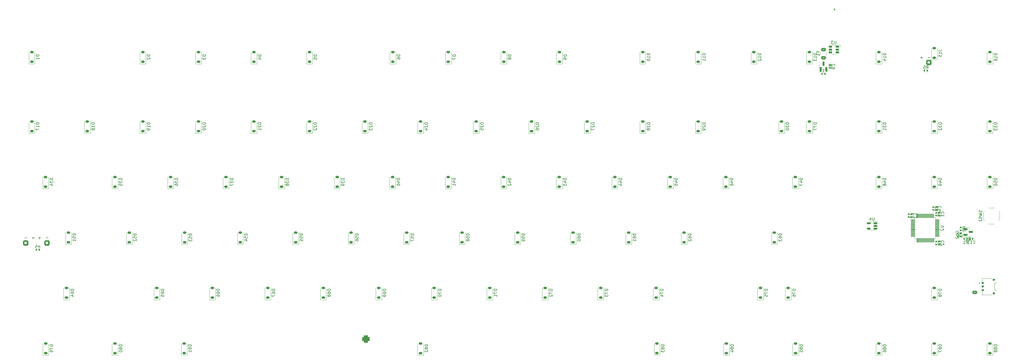
<source format=gbr>
%TF.GenerationSoftware,KiCad,Pcbnew,(7.99.0-267-g8440d7258b)*%
%TF.CreationDate,2023-05-05T04:19:59-07:00*%
%TF.ProjectId,1_2og_repro,315f326f-675f-4726-9570-726f2e6b6963,rev?*%
%TF.SameCoordinates,Original*%
%TF.FileFunction,Legend,Bot*%
%TF.FilePolarity,Positive*%
%FSLAX46Y46*%
G04 Gerber Fmt 4.6, Leading zero omitted, Abs format (unit mm)*
G04 Created by KiCad (PCBNEW (7.99.0-267-g8440d7258b)) date 2023-05-05 04:19:59*
%MOMM*%
%LPD*%
G01*
G04 APERTURE LIST*
G04 Aperture macros list*
%AMRoundRect*
0 Rectangle with rounded corners*
0 $1 Rounding radius*
0 $2 $3 $4 $5 $6 $7 $8 $9 X,Y pos of 4 corners*
0 Add a 4 corners polygon primitive as box body*
4,1,4,$2,$3,$4,$5,$6,$7,$8,$9,$2,$3,0*
0 Add four circle primitives for the rounded corners*
1,1,$1+$1,$2,$3*
1,1,$1+$1,$4,$5*
1,1,$1+$1,$6,$7*
1,1,$1+$1,$8,$9*
0 Add four rect primitives between the rounded corners*
20,1,$1+$1,$2,$3,$4,$5,0*
20,1,$1+$1,$4,$5,$6,$7,0*
20,1,$1+$1,$6,$7,$8,$9,0*
20,1,$1+$1,$8,$9,$2,$3,0*%
G04 Aperture macros list end*
%ADD10C,0.000000*%
%ADD11C,0.150000*%
%ADD12C,0.120000*%
%ADD13RoundRect,0.250000X0.625000X-0.350000X0.625000X0.350000X-0.625000X0.350000X-0.625000X-0.350000X0*%
%ADD14O,1.750000X1.200000*%
%ADD15C,1.750000*%
%ADD16C,3.987800*%
%ADD17C,2.300000*%
%ADD18RoundRect,0.650000X0.650000X0.650000X-0.650000X0.650000X-0.650000X-0.650000X0.650000X-0.650000X0*%
%ADD19C,2.600000*%
%ADD20C,3.048000*%
%ADD21RoundRect,0.285750X-0.666750X-0.666750X0.666750X-0.666750X0.666750X0.666750X-0.666750X0.666750X0*%
%ADD22C,1.905000*%
%ADD23C,6.400000*%
%ADD24C,4.000000*%
%ADD25O,1.700000X2.700000*%
%ADD26R,1.700000X1.700000*%
%ADD27O,1.700000X1.700000*%
%ADD28RoundRect,0.225000X0.375000X-0.225000X0.375000X0.225000X-0.375000X0.225000X-0.375000X-0.225000X0*%
%ADD29RoundRect,0.075000X0.075000X-0.662500X0.075000X0.662500X-0.075000X0.662500X-0.075000X-0.662500X0*%
%ADD30RoundRect,0.075000X0.662500X-0.075000X0.662500X0.075000X-0.662500X0.075000X-0.662500X-0.075000X0*%
%ADD31RoundRect,0.140000X-0.140000X-0.170000X0.140000X-0.170000X0.140000X0.170000X-0.140000X0.170000X0*%
%ADD32RoundRect,0.140000X-0.170000X0.140000X-0.170000X-0.140000X0.170000X-0.140000X0.170000X0.140000X0*%
%ADD33RoundRect,0.135000X0.135000X0.185000X-0.135000X0.185000X-0.135000X-0.185000X0.135000X-0.185000X0*%
%ADD34RoundRect,0.135000X0.185000X-0.135000X0.185000X0.135000X-0.185000X0.135000X-0.185000X-0.135000X0*%
%ADD35RoundRect,0.140000X0.170000X-0.140000X0.170000X0.140000X-0.170000X0.140000X-0.170000X-0.140000X0*%
%ADD36RoundRect,0.150000X0.512500X0.150000X-0.512500X0.150000X-0.512500X-0.150000X0.512500X-0.150000X0*%
%ADD37R,1.000000X1.700000*%
%ADD38RoundRect,0.150000X0.150000X-0.587500X0.150000X0.587500X-0.150000X0.587500X-0.150000X-0.587500X0*%
%ADD39RoundRect,0.140000X0.140000X0.170000X-0.140000X0.170000X-0.140000X-0.170000X0.140000X-0.170000X0*%
%ADD40RoundRect,0.150000X-0.587500X-0.150000X0.587500X-0.150000X0.587500X0.150000X-0.587500X0.150000X0*%
%ADD41RoundRect,0.150000X0.475000X0.150000X-0.475000X0.150000X-0.475000X-0.150000X0.475000X-0.150000X0*%
%ADD42RoundRect,0.250000X-0.625000X0.375000X-0.625000X-0.375000X0.625000X-0.375000X0.625000X0.375000X0*%
%ADD43RoundRect,0.135000X-0.135000X-0.185000X0.135000X-0.185000X0.135000X0.185000X-0.135000X0.185000X0*%
%ADD44RoundRect,0.150000X-0.275000X0.150000X-0.275000X-0.150000X0.275000X-0.150000X0.275000X0.150000X0*%
%ADD45RoundRect,0.175000X-0.225000X0.175000X-0.225000X-0.175000X0.225000X-0.175000X0.225000X0.175000X0*%
G04 APERTURE END LIST*
D10*
G36*
X299618445Y-8154133D02*
G01*
X299628389Y-8154756D01*
X299638446Y-8155949D01*
X299648596Y-8157702D01*
X299658817Y-8160010D01*
X299669088Y-8162865D01*
X299679387Y-8166260D01*
X299689693Y-8170188D01*
X299699985Y-8174642D01*
X299710242Y-8179615D01*
X299720442Y-8185099D01*
X299730564Y-8191087D01*
X299740586Y-8197573D01*
X299750488Y-8204550D01*
X299760247Y-8212009D01*
X299769843Y-8219945D01*
X299779255Y-8228349D01*
X299788460Y-8237216D01*
X299799090Y-8248352D01*
X299809152Y-8259915D01*
X299818645Y-8271875D01*
X299827569Y-8284205D01*
X299835926Y-8296877D01*
X299843713Y-8309860D01*
X299850933Y-8323129D01*
X299857584Y-8336652D01*
X299869180Y-8364354D01*
X299878503Y-8392738D01*
X299885551Y-8421577D01*
X299890326Y-8450643D01*
X299892827Y-8479710D01*
X299893055Y-8508549D01*
X299891008Y-8536933D01*
X299886688Y-8564636D01*
X299880094Y-8591429D01*
X299875945Y-8604414D01*
X299871226Y-8617086D01*
X299865940Y-8629417D01*
X299860085Y-8641378D01*
X299853661Y-8652942D01*
X299846669Y-8664079D01*
X299825490Y-8694769D01*
X299815350Y-8708570D01*
X299805476Y-8721338D01*
X299795843Y-8733068D01*
X299786428Y-8743757D01*
X299777204Y-8753402D01*
X299768148Y-8761999D01*
X299759233Y-8769544D01*
X299750436Y-8776034D01*
X299741731Y-8781465D01*
X299733093Y-8785834D01*
X299724498Y-8789137D01*
X299715921Y-8791371D01*
X299707337Y-8792532D01*
X299698721Y-8792617D01*
X299690048Y-8791621D01*
X299681293Y-8789542D01*
X299672432Y-8786376D01*
X299663439Y-8782119D01*
X299654290Y-8776768D01*
X299644960Y-8770319D01*
X299635423Y-8762769D01*
X299625656Y-8754113D01*
X299615633Y-8744350D01*
X299605329Y-8733474D01*
X299594720Y-8721483D01*
X299583780Y-8708373D01*
X299572485Y-8694140D01*
X299560810Y-8678781D01*
X299536220Y-8644669D01*
X299522355Y-8618561D01*
X299509882Y-8591315D01*
X299498831Y-8563159D01*
X299489229Y-8534322D01*
X299481105Y-8505029D01*
X299474488Y-8475509D01*
X299469406Y-8445988D01*
X299465888Y-8416695D01*
X299463962Y-8387857D01*
X299463656Y-8359700D01*
X299465000Y-8332453D01*
X299468020Y-8306343D01*
X299472747Y-8281597D01*
X299479208Y-8258442D01*
X299483098Y-8247533D01*
X299487432Y-8237107D01*
X299492214Y-8227192D01*
X299497448Y-8217818D01*
X299503125Y-8209063D01*
X299509237Y-8200982D01*
X299515761Y-8193570D01*
X299522676Y-8186819D01*
X299529960Y-8180721D01*
X299537593Y-8175270D01*
X299545553Y-8170458D01*
X299553818Y-8166278D01*
X299562368Y-8162724D01*
X299571181Y-8159788D01*
X299580236Y-8157464D01*
X299589511Y-8155743D01*
X299598985Y-8154619D01*
X299608637Y-8154084D01*
X299618445Y-8154133D01*
G37*
D11*
%TO.C,D90*%
X329055163Y-24952845D02*
X329817068Y-24952845D01*
X329436115Y-25333798D02*
X329436115Y-24571893D01*
X331595163Y-24952845D02*
X332357068Y-24952845D01*
%TO.C,D91*%
X22305163Y-86776304D02*
X23067068Y-86776304D01*
X24845163Y-86776304D02*
X25607068Y-86776304D01*
X25226115Y-87157257D02*
X25226115Y-86395352D01*
%TO.C,D89*%
X27067663Y-86776304D02*
X27829568Y-86776304D01*
X27448615Y-87157257D02*
X27448615Y-86395352D01*
X29607663Y-86776304D02*
X30369568Y-86776304D01*
%TO.C,D9*%
X207917734Y-24025543D02*
X206917734Y-24025543D01*
X206917734Y-24025543D02*
X206917734Y-24263638D01*
X206917734Y-24263638D02*
X206965353Y-24406495D01*
X206965353Y-24406495D02*
X207060591Y-24501733D01*
X207060591Y-24501733D02*
X207155829Y-24549352D01*
X207155829Y-24549352D02*
X207346305Y-24596971D01*
X207346305Y-24596971D02*
X207489162Y-24596971D01*
X207489162Y-24596971D02*
X207679638Y-24549352D01*
X207679638Y-24549352D02*
X207774876Y-24501733D01*
X207774876Y-24501733D02*
X207870115Y-24406495D01*
X207870115Y-24406495D02*
X207917734Y-24263638D01*
X207917734Y-24263638D02*
X207917734Y-24025543D01*
X207917734Y-25073162D02*
X207917734Y-25263638D01*
X207917734Y-25263638D02*
X207870115Y-25358876D01*
X207870115Y-25358876D02*
X207822495Y-25406495D01*
X207822495Y-25406495D02*
X207679638Y-25501733D01*
X207679638Y-25501733D02*
X207489162Y-25549352D01*
X207489162Y-25549352D02*
X207108210Y-25549352D01*
X207108210Y-25549352D02*
X207012972Y-25501733D01*
X207012972Y-25501733D02*
X206965353Y-25454114D01*
X206965353Y-25454114D02*
X206917734Y-25358876D01*
X206917734Y-25358876D02*
X206917734Y-25168400D01*
X206917734Y-25168400D02*
X206965353Y-25073162D01*
X206965353Y-25073162D02*
X207012972Y-25025543D01*
X207012972Y-25025543D02*
X207108210Y-24977924D01*
X207108210Y-24977924D02*
X207346305Y-24977924D01*
X207346305Y-24977924D02*
X207441543Y-25025543D01*
X207441543Y-25025543D02*
X207489162Y-25073162D01*
X207489162Y-25073162D02*
X207536781Y-25168400D01*
X207536781Y-25168400D02*
X207536781Y-25358876D01*
X207536781Y-25358876D02*
X207489162Y-25454114D01*
X207489162Y-25454114D02*
X207441543Y-25501733D01*
X207441543Y-25501733D02*
X207346305Y-25549352D01*
%TO.C,D47*%
X288742734Y-66349352D02*
X287742734Y-66349352D01*
X287742734Y-66349352D02*
X287742734Y-66587447D01*
X287742734Y-66587447D02*
X287790353Y-66730304D01*
X287790353Y-66730304D02*
X287885591Y-66825542D01*
X287885591Y-66825542D02*
X287980829Y-66873161D01*
X287980829Y-66873161D02*
X288171305Y-66920780D01*
X288171305Y-66920780D02*
X288314162Y-66920780D01*
X288314162Y-66920780D02*
X288504638Y-66873161D01*
X288504638Y-66873161D02*
X288599876Y-66825542D01*
X288599876Y-66825542D02*
X288695115Y-66730304D01*
X288695115Y-66730304D02*
X288742734Y-66587447D01*
X288742734Y-66587447D02*
X288742734Y-66349352D01*
X288076067Y-67777923D02*
X288742734Y-67777923D01*
X287695115Y-67539828D02*
X288409400Y-67301733D01*
X288409400Y-67301733D02*
X288409400Y-67920780D01*
X287742734Y-68206495D02*
X287742734Y-68873161D01*
X287742734Y-68873161D02*
X288742734Y-68444590D01*
%TO.C,U2*%
X336018734Y-82652733D02*
X336828257Y-82652733D01*
X336828257Y-82652733D02*
X336923495Y-82700352D01*
X336923495Y-82700352D02*
X336971115Y-82747971D01*
X336971115Y-82747971D02*
X337018734Y-82843209D01*
X337018734Y-82843209D02*
X337018734Y-83033685D01*
X337018734Y-83033685D02*
X336971115Y-83128923D01*
X336971115Y-83128923D02*
X336923495Y-83176542D01*
X336923495Y-83176542D02*
X336828257Y-83224161D01*
X336828257Y-83224161D02*
X336018734Y-83224161D01*
X336113972Y-83652733D02*
X336066353Y-83700352D01*
X336066353Y-83700352D02*
X336018734Y-83795590D01*
X336018734Y-83795590D02*
X336018734Y-84033685D01*
X336018734Y-84033685D02*
X336066353Y-84128923D01*
X336066353Y-84128923D02*
X336113972Y-84176542D01*
X336113972Y-84176542D02*
X336209210Y-84224161D01*
X336209210Y-84224161D02*
X336304448Y-84224161D01*
X336304448Y-84224161D02*
X336447305Y-84176542D01*
X336447305Y-84176542D02*
X337018734Y-83605114D01*
X337018734Y-83605114D02*
X337018734Y-84224161D01*
%TO.C,D5*%
X122328153Y-24030390D02*
X121328153Y-24030390D01*
X121328153Y-24030390D02*
X121328153Y-24268485D01*
X121328153Y-24268485D02*
X121375772Y-24411342D01*
X121375772Y-24411342D02*
X121471010Y-24506580D01*
X121471010Y-24506580D02*
X121566248Y-24554199D01*
X121566248Y-24554199D02*
X121756724Y-24601818D01*
X121756724Y-24601818D02*
X121899581Y-24601818D01*
X121899581Y-24601818D02*
X122090057Y-24554199D01*
X122090057Y-24554199D02*
X122185295Y-24506580D01*
X122185295Y-24506580D02*
X122280534Y-24411342D01*
X122280534Y-24411342D02*
X122328153Y-24268485D01*
X122328153Y-24268485D02*
X122328153Y-24030390D01*
X121328153Y-25506580D02*
X121328153Y-25030390D01*
X121328153Y-25030390D02*
X121804343Y-24982771D01*
X121804343Y-24982771D02*
X121756724Y-25030390D01*
X121756724Y-25030390D02*
X121709105Y-25125628D01*
X121709105Y-25125628D02*
X121709105Y-25363723D01*
X121709105Y-25363723D02*
X121756724Y-25458961D01*
X121756724Y-25458961D02*
X121804343Y-25506580D01*
X121804343Y-25506580D02*
X121899581Y-25554199D01*
X121899581Y-25554199D02*
X122137676Y-25554199D01*
X122137676Y-25554199D02*
X122232914Y-25506580D01*
X122232914Y-25506580D02*
X122280534Y-25458961D01*
X122280534Y-25458961D02*
X122328153Y-25363723D01*
X122328153Y-25363723D02*
X122328153Y-25125628D01*
X122328153Y-25125628D02*
X122280534Y-25030390D01*
X122280534Y-25030390D02*
X122232914Y-24982771D01*
%TO.C,C11*%
X347126857Y-88647380D02*
X347174476Y-88695000D01*
X347174476Y-88695000D02*
X347317333Y-88742619D01*
X347317333Y-88742619D02*
X347412571Y-88742619D01*
X347412571Y-88742619D02*
X347555428Y-88695000D01*
X347555428Y-88695000D02*
X347650666Y-88599761D01*
X347650666Y-88599761D02*
X347698285Y-88504523D01*
X347698285Y-88504523D02*
X347745904Y-88314047D01*
X347745904Y-88314047D02*
X347745904Y-88171190D01*
X347745904Y-88171190D02*
X347698285Y-87980714D01*
X347698285Y-87980714D02*
X347650666Y-87885476D01*
X347650666Y-87885476D02*
X347555428Y-87790238D01*
X347555428Y-87790238D02*
X347412571Y-87742619D01*
X347412571Y-87742619D02*
X347317333Y-87742619D01*
X347317333Y-87742619D02*
X347174476Y-87790238D01*
X347174476Y-87790238D02*
X347126857Y-87837857D01*
X346174476Y-88742619D02*
X346745904Y-88742619D01*
X346460190Y-88742619D02*
X346460190Y-87742619D01*
X346460190Y-87742619D02*
X346555428Y-87885476D01*
X346555428Y-87885476D02*
X346650666Y-87980714D01*
X346650666Y-87980714D02*
X346745904Y-88028333D01*
X345222095Y-88742619D02*
X345793523Y-88742619D01*
X345507809Y-88742619D02*
X345507809Y-87742619D01*
X345507809Y-87742619D02*
X345603047Y-87885476D01*
X345603047Y-87885476D02*
X345698285Y-87980714D01*
X345698285Y-87980714D02*
X345793523Y-88028333D01*
%TO.C,D45*%
X245907734Y-66349352D02*
X244907734Y-66349352D01*
X244907734Y-66349352D02*
X244907734Y-66587447D01*
X244907734Y-66587447D02*
X244955353Y-66730304D01*
X244955353Y-66730304D02*
X245050591Y-66825542D01*
X245050591Y-66825542D02*
X245145829Y-66873161D01*
X245145829Y-66873161D02*
X245336305Y-66920780D01*
X245336305Y-66920780D02*
X245479162Y-66920780D01*
X245479162Y-66920780D02*
X245669638Y-66873161D01*
X245669638Y-66873161D02*
X245764876Y-66825542D01*
X245764876Y-66825542D02*
X245860115Y-66730304D01*
X245860115Y-66730304D02*
X245907734Y-66587447D01*
X245907734Y-66587447D02*
X245907734Y-66349352D01*
X245241067Y-67777923D02*
X245907734Y-67777923D01*
X244860115Y-67539828D02*
X245574400Y-67301733D01*
X245574400Y-67301733D02*
X245574400Y-67920780D01*
X244907734Y-68777923D02*
X244907734Y-68301733D01*
X244907734Y-68301733D02*
X245383924Y-68254114D01*
X245383924Y-68254114D02*
X245336305Y-68301733D01*
X245336305Y-68301733D02*
X245288686Y-68396971D01*
X245288686Y-68396971D02*
X245288686Y-68635066D01*
X245288686Y-68635066D02*
X245336305Y-68730304D01*
X245336305Y-68730304D02*
X245383924Y-68777923D01*
X245383924Y-68777923D02*
X245479162Y-68825542D01*
X245479162Y-68825542D02*
X245717257Y-68825542D01*
X245717257Y-68825542D02*
X245812495Y-68777923D01*
X245812495Y-68777923D02*
X245860115Y-68730304D01*
X245860115Y-68730304D02*
X245907734Y-68635066D01*
X245907734Y-68635066D02*
X245907734Y-68396971D01*
X245907734Y-68396971D02*
X245860115Y-68301733D01*
X245860115Y-68301733D02*
X245812495Y-68254114D01*
%TO.C,D75*%
X276772734Y-104389352D02*
X275772734Y-104389352D01*
X275772734Y-104389352D02*
X275772734Y-104627447D01*
X275772734Y-104627447D02*
X275820353Y-104770304D01*
X275820353Y-104770304D02*
X275915591Y-104865542D01*
X275915591Y-104865542D02*
X276010829Y-104913161D01*
X276010829Y-104913161D02*
X276201305Y-104960780D01*
X276201305Y-104960780D02*
X276344162Y-104960780D01*
X276344162Y-104960780D02*
X276534638Y-104913161D01*
X276534638Y-104913161D02*
X276629876Y-104865542D01*
X276629876Y-104865542D02*
X276725115Y-104770304D01*
X276725115Y-104770304D02*
X276772734Y-104627447D01*
X276772734Y-104627447D02*
X276772734Y-104389352D01*
X275772734Y-105294114D02*
X275772734Y-105960780D01*
X275772734Y-105960780D02*
X276772734Y-105532209D01*
X275772734Y-106817923D02*
X275772734Y-106341733D01*
X275772734Y-106341733D02*
X276248924Y-106294114D01*
X276248924Y-106294114D02*
X276201305Y-106341733D01*
X276201305Y-106341733D02*
X276153686Y-106436971D01*
X276153686Y-106436971D02*
X276153686Y-106675066D01*
X276153686Y-106675066D02*
X276201305Y-106770304D01*
X276201305Y-106770304D02*
X276248924Y-106817923D01*
X276248924Y-106817923D02*
X276344162Y-106865542D01*
X276344162Y-106865542D02*
X276582257Y-106865542D01*
X276582257Y-106865542D02*
X276677495Y-106817923D01*
X276677495Y-106817923D02*
X276725115Y-106770304D01*
X276725115Y-106770304D02*
X276772734Y-106675066D01*
X276772734Y-106675066D02*
X276772734Y-106436971D01*
X276772734Y-106436971D02*
X276725115Y-106341733D01*
X276725115Y-106341733D02*
X276677495Y-106294114D01*
%TO.C,D2*%
X65268153Y-24030390D02*
X64268153Y-24030390D01*
X64268153Y-24030390D02*
X64268153Y-24268485D01*
X64268153Y-24268485D02*
X64315772Y-24411342D01*
X64315772Y-24411342D02*
X64411010Y-24506580D01*
X64411010Y-24506580D02*
X64506248Y-24554199D01*
X64506248Y-24554199D02*
X64696724Y-24601818D01*
X64696724Y-24601818D02*
X64839581Y-24601818D01*
X64839581Y-24601818D02*
X65030057Y-24554199D01*
X65030057Y-24554199D02*
X65125295Y-24506580D01*
X65125295Y-24506580D02*
X65220534Y-24411342D01*
X65220534Y-24411342D02*
X65268153Y-24268485D01*
X65268153Y-24268485D02*
X65268153Y-24030390D01*
X64363391Y-24982771D02*
X64315772Y-25030390D01*
X64315772Y-25030390D02*
X64268153Y-25125628D01*
X64268153Y-25125628D02*
X64268153Y-25363723D01*
X64268153Y-25363723D02*
X64315772Y-25458961D01*
X64315772Y-25458961D02*
X64363391Y-25506580D01*
X64363391Y-25506580D02*
X64458629Y-25554199D01*
X64458629Y-25554199D02*
X64553867Y-25554199D01*
X64553867Y-25554199D02*
X64696724Y-25506580D01*
X64696724Y-25506580D02*
X65268153Y-24935152D01*
X65268153Y-24935152D02*
X65268153Y-25554199D01*
%TO.C,D28*%
X236447734Y-47329352D02*
X235447734Y-47329352D01*
X235447734Y-47329352D02*
X235447734Y-47567447D01*
X235447734Y-47567447D02*
X235495353Y-47710304D01*
X235495353Y-47710304D02*
X235590591Y-47805542D01*
X235590591Y-47805542D02*
X235685829Y-47853161D01*
X235685829Y-47853161D02*
X235876305Y-47900780D01*
X235876305Y-47900780D02*
X236019162Y-47900780D01*
X236019162Y-47900780D02*
X236209638Y-47853161D01*
X236209638Y-47853161D02*
X236304876Y-47805542D01*
X236304876Y-47805542D02*
X236400115Y-47710304D01*
X236400115Y-47710304D02*
X236447734Y-47567447D01*
X236447734Y-47567447D02*
X236447734Y-47329352D01*
X235542972Y-48281733D02*
X235495353Y-48329352D01*
X235495353Y-48329352D02*
X235447734Y-48424590D01*
X235447734Y-48424590D02*
X235447734Y-48662685D01*
X235447734Y-48662685D02*
X235495353Y-48757923D01*
X235495353Y-48757923D02*
X235542972Y-48805542D01*
X235542972Y-48805542D02*
X235638210Y-48853161D01*
X235638210Y-48853161D02*
X235733448Y-48853161D01*
X235733448Y-48853161D02*
X235876305Y-48805542D01*
X235876305Y-48805542D02*
X236447734Y-48234114D01*
X236447734Y-48234114D02*
X236447734Y-48853161D01*
X235876305Y-49424590D02*
X235828686Y-49329352D01*
X235828686Y-49329352D02*
X235781067Y-49281733D01*
X235781067Y-49281733D02*
X235685829Y-49234114D01*
X235685829Y-49234114D02*
X235638210Y-49234114D01*
X235638210Y-49234114D02*
X235542972Y-49281733D01*
X235542972Y-49281733D02*
X235495353Y-49329352D01*
X235495353Y-49329352D02*
X235447734Y-49424590D01*
X235447734Y-49424590D02*
X235447734Y-49615066D01*
X235447734Y-49615066D02*
X235495353Y-49710304D01*
X235495353Y-49710304D02*
X235542972Y-49757923D01*
X235542972Y-49757923D02*
X235638210Y-49805542D01*
X235638210Y-49805542D02*
X235685829Y-49805542D01*
X235685829Y-49805542D02*
X235781067Y-49757923D01*
X235781067Y-49757923D02*
X235828686Y-49710304D01*
X235828686Y-49710304D02*
X235876305Y-49615066D01*
X235876305Y-49615066D02*
X235876305Y-49424590D01*
X235876305Y-49424590D02*
X235923924Y-49329352D01*
X235923924Y-49329352D02*
X235971543Y-49281733D01*
X235971543Y-49281733D02*
X236066781Y-49234114D01*
X236066781Y-49234114D02*
X236257257Y-49234114D01*
X236257257Y-49234114D02*
X236352495Y-49281733D01*
X236352495Y-49281733D02*
X236400115Y-49329352D01*
X236400115Y-49329352D02*
X236447734Y-49424590D01*
X236447734Y-49424590D02*
X236447734Y-49615066D01*
X236447734Y-49615066D02*
X236400115Y-49710304D01*
X236400115Y-49710304D02*
X236352495Y-49757923D01*
X236352495Y-49757923D02*
X236257257Y-49805542D01*
X236257257Y-49805542D02*
X236066781Y-49805542D01*
X236066781Y-49805542D02*
X235971543Y-49757923D01*
X235971543Y-49757923D02*
X235923924Y-49710304D01*
X235923924Y-49710304D02*
X235876305Y-49615066D01*
%TO.C,D12*%
X274517734Y-23549352D02*
X273517734Y-23549352D01*
X273517734Y-23549352D02*
X273517734Y-23787447D01*
X273517734Y-23787447D02*
X273565353Y-23930304D01*
X273565353Y-23930304D02*
X273660591Y-24025542D01*
X273660591Y-24025542D02*
X273755829Y-24073161D01*
X273755829Y-24073161D02*
X273946305Y-24120780D01*
X273946305Y-24120780D02*
X274089162Y-24120780D01*
X274089162Y-24120780D02*
X274279638Y-24073161D01*
X274279638Y-24073161D02*
X274374876Y-24025542D01*
X274374876Y-24025542D02*
X274470115Y-23930304D01*
X274470115Y-23930304D02*
X274517734Y-23787447D01*
X274517734Y-23787447D02*
X274517734Y-23549352D01*
X274517734Y-25073161D02*
X274517734Y-24501733D01*
X274517734Y-24787447D02*
X273517734Y-24787447D01*
X273517734Y-24787447D02*
X273660591Y-24692209D01*
X273660591Y-24692209D02*
X273755829Y-24596971D01*
X273755829Y-24596971D02*
X273803448Y-24501733D01*
X273612972Y-25454114D02*
X273565353Y-25501733D01*
X273565353Y-25501733D02*
X273517734Y-25596971D01*
X273517734Y-25596971D02*
X273517734Y-25835066D01*
X273517734Y-25835066D02*
X273565353Y-25930304D01*
X273565353Y-25930304D02*
X273612972Y-25977923D01*
X273612972Y-25977923D02*
X273708210Y-26025542D01*
X273708210Y-26025542D02*
X273803448Y-26025542D01*
X273803448Y-26025542D02*
X273946305Y-25977923D01*
X273946305Y-25977923D02*
X274517734Y-25406495D01*
X274517734Y-25406495D02*
X274517734Y-26025542D01*
%TO.C,D73*%
X222047734Y-104389352D02*
X221047734Y-104389352D01*
X221047734Y-104389352D02*
X221047734Y-104627447D01*
X221047734Y-104627447D02*
X221095353Y-104770304D01*
X221095353Y-104770304D02*
X221190591Y-104865542D01*
X221190591Y-104865542D02*
X221285829Y-104913161D01*
X221285829Y-104913161D02*
X221476305Y-104960780D01*
X221476305Y-104960780D02*
X221619162Y-104960780D01*
X221619162Y-104960780D02*
X221809638Y-104913161D01*
X221809638Y-104913161D02*
X221904876Y-104865542D01*
X221904876Y-104865542D02*
X222000115Y-104770304D01*
X222000115Y-104770304D02*
X222047734Y-104627447D01*
X222047734Y-104627447D02*
X222047734Y-104389352D01*
X221047734Y-105294114D02*
X221047734Y-105960780D01*
X221047734Y-105960780D02*
X222047734Y-105532209D01*
X221047734Y-106246495D02*
X221047734Y-106865542D01*
X221047734Y-106865542D02*
X221428686Y-106532209D01*
X221428686Y-106532209D02*
X221428686Y-106675066D01*
X221428686Y-106675066D02*
X221476305Y-106770304D01*
X221476305Y-106770304D02*
X221523924Y-106817923D01*
X221523924Y-106817923D02*
X221619162Y-106865542D01*
X221619162Y-106865542D02*
X221857257Y-106865542D01*
X221857257Y-106865542D02*
X221952495Y-106817923D01*
X221952495Y-106817923D02*
X222000115Y-106770304D01*
X222000115Y-106770304D02*
X222047734Y-106675066D01*
X222047734Y-106675066D02*
X222047734Y-106389352D01*
X222047734Y-106389352D02*
X222000115Y-106294114D01*
X222000115Y-106294114D02*
X221952495Y-106246495D01*
%TO.C,D22*%
X122327734Y-47329352D02*
X121327734Y-47329352D01*
X121327734Y-47329352D02*
X121327734Y-47567447D01*
X121327734Y-47567447D02*
X121375353Y-47710304D01*
X121375353Y-47710304D02*
X121470591Y-47805542D01*
X121470591Y-47805542D02*
X121565829Y-47853161D01*
X121565829Y-47853161D02*
X121756305Y-47900780D01*
X121756305Y-47900780D02*
X121899162Y-47900780D01*
X121899162Y-47900780D02*
X122089638Y-47853161D01*
X122089638Y-47853161D02*
X122184876Y-47805542D01*
X122184876Y-47805542D02*
X122280115Y-47710304D01*
X122280115Y-47710304D02*
X122327734Y-47567447D01*
X122327734Y-47567447D02*
X122327734Y-47329352D01*
X121422972Y-48281733D02*
X121375353Y-48329352D01*
X121375353Y-48329352D02*
X121327734Y-48424590D01*
X121327734Y-48424590D02*
X121327734Y-48662685D01*
X121327734Y-48662685D02*
X121375353Y-48757923D01*
X121375353Y-48757923D02*
X121422972Y-48805542D01*
X121422972Y-48805542D02*
X121518210Y-48853161D01*
X121518210Y-48853161D02*
X121613448Y-48853161D01*
X121613448Y-48853161D02*
X121756305Y-48805542D01*
X121756305Y-48805542D02*
X122327734Y-48234114D01*
X122327734Y-48234114D02*
X122327734Y-48853161D01*
X121422972Y-49234114D02*
X121375353Y-49281733D01*
X121375353Y-49281733D02*
X121327734Y-49376971D01*
X121327734Y-49376971D02*
X121327734Y-49615066D01*
X121327734Y-49615066D02*
X121375353Y-49710304D01*
X121375353Y-49710304D02*
X121422972Y-49757923D01*
X121422972Y-49757923D02*
X121518210Y-49805542D01*
X121518210Y-49805542D02*
X121613448Y-49805542D01*
X121613448Y-49805542D02*
X121756305Y-49757923D01*
X121756305Y-49757923D02*
X122327734Y-49186495D01*
X122327734Y-49186495D02*
X122327734Y-49805542D01*
%TO.C,D78*%
X336337734Y-104389352D02*
X335337734Y-104389352D01*
X335337734Y-104389352D02*
X335337734Y-104627447D01*
X335337734Y-104627447D02*
X335385353Y-104770304D01*
X335385353Y-104770304D02*
X335480591Y-104865542D01*
X335480591Y-104865542D02*
X335575829Y-104913161D01*
X335575829Y-104913161D02*
X335766305Y-104960780D01*
X335766305Y-104960780D02*
X335909162Y-104960780D01*
X335909162Y-104960780D02*
X336099638Y-104913161D01*
X336099638Y-104913161D02*
X336194876Y-104865542D01*
X336194876Y-104865542D02*
X336290115Y-104770304D01*
X336290115Y-104770304D02*
X336337734Y-104627447D01*
X336337734Y-104627447D02*
X336337734Y-104389352D01*
X335337734Y-105294114D02*
X335337734Y-105960780D01*
X335337734Y-105960780D02*
X336337734Y-105532209D01*
X335766305Y-106484590D02*
X335718686Y-106389352D01*
X335718686Y-106389352D02*
X335671067Y-106341733D01*
X335671067Y-106341733D02*
X335575829Y-106294114D01*
X335575829Y-106294114D02*
X335528210Y-106294114D01*
X335528210Y-106294114D02*
X335432972Y-106341733D01*
X335432972Y-106341733D02*
X335385353Y-106389352D01*
X335385353Y-106389352D02*
X335337734Y-106484590D01*
X335337734Y-106484590D02*
X335337734Y-106675066D01*
X335337734Y-106675066D02*
X335385353Y-106770304D01*
X335385353Y-106770304D02*
X335432972Y-106817923D01*
X335432972Y-106817923D02*
X335528210Y-106865542D01*
X335528210Y-106865542D02*
X335575829Y-106865542D01*
X335575829Y-106865542D02*
X335671067Y-106817923D01*
X335671067Y-106817923D02*
X335718686Y-106770304D01*
X335718686Y-106770304D02*
X335766305Y-106675066D01*
X335766305Y-106675066D02*
X335766305Y-106484590D01*
X335766305Y-106484590D02*
X335813924Y-106389352D01*
X335813924Y-106389352D02*
X335861543Y-106341733D01*
X335861543Y-106341733D02*
X335956781Y-106294114D01*
X335956781Y-106294114D02*
X336147257Y-106294114D01*
X336147257Y-106294114D02*
X336242495Y-106341733D01*
X336242495Y-106341733D02*
X336290115Y-106389352D01*
X336290115Y-106389352D02*
X336337734Y-106484590D01*
X336337734Y-106484590D02*
X336337734Y-106675066D01*
X336337734Y-106675066D02*
X336290115Y-106770304D01*
X336290115Y-106770304D02*
X336242495Y-106817923D01*
X336242495Y-106817923D02*
X336147257Y-106865542D01*
X336147257Y-106865542D02*
X335956781Y-106865542D01*
X335956781Y-106865542D02*
X335861543Y-106817923D01*
X335861543Y-106817923D02*
X335813924Y-106770304D01*
X335813924Y-106770304D02*
X335766305Y-106675066D01*
%TO.C,D31*%
X317317734Y-47329352D02*
X316317734Y-47329352D01*
X316317734Y-47329352D02*
X316317734Y-47567447D01*
X316317734Y-47567447D02*
X316365353Y-47710304D01*
X316365353Y-47710304D02*
X316460591Y-47805542D01*
X316460591Y-47805542D02*
X316555829Y-47853161D01*
X316555829Y-47853161D02*
X316746305Y-47900780D01*
X316746305Y-47900780D02*
X316889162Y-47900780D01*
X316889162Y-47900780D02*
X317079638Y-47853161D01*
X317079638Y-47853161D02*
X317174876Y-47805542D01*
X317174876Y-47805542D02*
X317270115Y-47710304D01*
X317270115Y-47710304D02*
X317317734Y-47567447D01*
X317317734Y-47567447D02*
X317317734Y-47329352D01*
X316317734Y-48234114D02*
X316317734Y-48853161D01*
X316317734Y-48853161D02*
X316698686Y-48519828D01*
X316698686Y-48519828D02*
X316698686Y-48662685D01*
X316698686Y-48662685D02*
X316746305Y-48757923D01*
X316746305Y-48757923D02*
X316793924Y-48805542D01*
X316793924Y-48805542D02*
X316889162Y-48853161D01*
X316889162Y-48853161D02*
X317127257Y-48853161D01*
X317127257Y-48853161D02*
X317222495Y-48805542D01*
X317222495Y-48805542D02*
X317270115Y-48757923D01*
X317270115Y-48757923D02*
X317317734Y-48662685D01*
X317317734Y-48662685D02*
X317317734Y-48376971D01*
X317317734Y-48376971D02*
X317270115Y-48281733D01*
X317270115Y-48281733D02*
X317222495Y-48234114D01*
X317317734Y-49805542D02*
X317317734Y-49234114D01*
X317317734Y-49519828D02*
X316317734Y-49519828D01*
X316317734Y-49519828D02*
X316460591Y-49424590D01*
X316460591Y-49424590D02*
X316555829Y-49329352D01*
X316555829Y-49329352D02*
X316603448Y-49234114D01*
%TO.C,D67*%
X108047734Y-104389352D02*
X107047734Y-104389352D01*
X107047734Y-104389352D02*
X107047734Y-104627447D01*
X107047734Y-104627447D02*
X107095353Y-104770304D01*
X107095353Y-104770304D02*
X107190591Y-104865542D01*
X107190591Y-104865542D02*
X107285829Y-104913161D01*
X107285829Y-104913161D02*
X107476305Y-104960780D01*
X107476305Y-104960780D02*
X107619162Y-104960780D01*
X107619162Y-104960780D02*
X107809638Y-104913161D01*
X107809638Y-104913161D02*
X107904876Y-104865542D01*
X107904876Y-104865542D02*
X108000115Y-104770304D01*
X108000115Y-104770304D02*
X108047734Y-104627447D01*
X108047734Y-104627447D02*
X108047734Y-104389352D01*
X107047734Y-105817923D02*
X107047734Y-105627447D01*
X107047734Y-105627447D02*
X107095353Y-105532209D01*
X107095353Y-105532209D02*
X107142972Y-105484590D01*
X107142972Y-105484590D02*
X107285829Y-105389352D01*
X107285829Y-105389352D02*
X107476305Y-105341733D01*
X107476305Y-105341733D02*
X107857257Y-105341733D01*
X107857257Y-105341733D02*
X107952495Y-105389352D01*
X107952495Y-105389352D02*
X108000115Y-105436971D01*
X108000115Y-105436971D02*
X108047734Y-105532209D01*
X108047734Y-105532209D02*
X108047734Y-105722685D01*
X108047734Y-105722685D02*
X108000115Y-105817923D01*
X108000115Y-105817923D02*
X107952495Y-105865542D01*
X107952495Y-105865542D02*
X107857257Y-105913161D01*
X107857257Y-105913161D02*
X107619162Y-105913161D01*
X107619162Y-105913161D02*
X107523924Y-105865542D01*
X107523924Y-105865542D02*
X107476305Y-105817923D01*
X107476305Y-105817923D02*
X107428686Y-105722685D01*
X107428686Y-105722685D02*
X107428686Y-105532209D01*
X107428686Y-105532209D02*
X107476305Y-105436971D01*
X107476305Y-105436971D02*
X107523924Y-105389352D01*
X107523924Y-105389352D02*
X107619162Y-105341733D01*
X107047734Y-106246495D02*
X107047734Y-106913161D01*
X107047734Y-106913161D02*
X108047734Y-106484590D01*
%TO.C,D4*%
X103308153Y-24030390D02*
X102308153Y-24030390D01*
X102308153Y-24030390D02*
X102308153Y-24268485D01*
X102308153Y-24268485D02*
X102355772Y-24411342D01*
X102355772Y-24411342D02*
X102451010Y-24506580D01*
X102451010Y-24506580D02*
X102546248Y-24554199D01*
X102546248Y-24554199D02*
X102736724Y-24601818D01*
X102736724Y-24601818D02*
X102879581Y-24601818D01*
X102879581Y-24601818D02*
X103070057Y-24554199D01*
X103070057Y-24554199D02*
X103165295Y-24506580D01*
X103165295Y-24506580D02*
X103260534Y-24411342D01*
X103260534Y-24411342D02*
X103308153Y-24268485D01*
X103308153Y-24268485D02*
X103308153Y-24030390D01*
X102641486Y-25458961D02*
X103308153Y-25458961D01*
X102260534Y-25220866D02*
X102974819Y-24982771D01*
X102974819Y-24982771D02*
X102974819Y-25601818D01*
%TO.C,D11*%
X255467734Y-23549352D02*
X254467734Y-23549352D01*
X254467734Y-23549352D02*
X254467734Y-23787447D01*
X254467734Y-23787447D02*
X254515353Y-23930304D01*
X254515353Y-23930304D02*
X254610591Y-24025542D01*
X254610591Y-24025542D02*
X254705829Y-24073161D01*
X254705829Y-24073161D02*
X254896305Y-24120780D01*
X254896305Y-24120780D02*
X255039162Y-24120780D01*
X255039162Y-24120780D02*
X255229638Y-24073161D01*
X255229638Y-24073161D02*
X255324876Y-24025542D01*
X255324876Y-24025542D02*
X255420115Y-23930304D01*
X255420115Y-23930304D02*
X255467734Y-23787447D01*
X255467734Y-23787447D02*
X255467734Y-23549352D01*
X255467734Y-25073161D02*
X255467734Y-24501733D01*
X255467734Y-24787447D02*
X254467734Y-24787447D01*
X254467734Y-24787447D02*
X254610591Y-24692209D01*
X254610591Y-24692209D02*
X254705829Y-24596971D01*
X254705829Y-24596971D02*
X254753448Y-24501733D01*
X255467734Y-26025542D02*
X255467734Y-25454114D01*
X255467734Y-25739828D02*
X254467734Y-25739828D01*
X254467734Y-25739828D02*
X254610591Y-25644590D01*
X254610591Y-25644590D02*
X254705829Y-25549352D01*
X254705829Y-25549352D02*
X254753448Y-25454114D01*
%TO.C,D87*%
X336337734Y-123409352D02*
X335337734Y-123409352D01*
X335337734Y-123409352D02*
X335337734Y-123647447D01*
X335337734Y-123647447D02*
X335385353Y-123790304D01*
X335385353Y-123790304D02*
X335480591Y-123885542D01*
X335480591Y-123885542D02*
X335575829Y-123933161D01*
X335575829Y-123933161D02*
X335766305Y-123980780D01*
X335766305Y-123980780D02*
X335909162Y-123980780D01*
X335909162Y-123980780D02*
X336099638Y-123933161D01*
X336099638Y-123933161D02*
X336194876Y-123885542D01*
X336194876Y-123885542D02*
X336290115Y-123790304D01*
X336290115Y-123790304D02*
X336337734Y-123647447D01*
X336337734Y-123647447D02*
X336337734Y-123409352D01*
X335766305Y-124552209D02*
X335718686Y-124456971D01*
X335718686Y-124456971D02*
X335671067Y-124409352D01*
X335671067Y-124409352D02*
X335575829Y-124361733D01*
X335575829Y-124361733D02*
X335528210Y-124361733D01*
X335528210Y-124361733D02*
X335432972Y-124409352D01*
X335432972Y-124409352D02*
X335385353Y-124456971D01*
X335385353Y-124456971D02*
X335337734Y-124552209D01*
X335337734Y-124552209D02*
X335337734Y-124742685D01*
X335337734Y-124742685D02*
X335385353Y-124837923D01*
X335385353Y-124837923D02*
X335432972Y-124885542D01*
X335432972Y-124885542D02*
X335528210Y-124933161D01*
X335528210Y-124933161D02*
X335575829Y-124933161D01*
X335575829Y-124933161D02*
X335671067Y-124885542D01*
X335671067Y-124885542D02*
X335718686Y-124837923D01*
X335718686Y-124837923D02*
X335766305Y-124742685D01*
X335766305Y-124742685D02*
X335766305Y-124552209D01*
X335766305Y-124552209D02*
X335813924Y-124456971D01*
X335813924Y-124456971D02*
X335861543Y-124409352D01*
X335861543Y-124409352D02*
X335956781Y-124361733D01*
X335956781Y-124361733D02*
X336147257Y-124361733D01*
X336147257Y-124361733D02*
X336242495Y-124409352D01*
X336242495Y-124409352D02*
X336290115Y-124456971D01*
X336290115Y-124456971D02*
X336337734Y-124552209D01*
X336337734Y-124552209D02*
X336337734Y-124742685D01*
X336337734Y-124742685D02*
X336290115Y-124837923D01*
X336290115Y-124837923D02*
X336242495Y-124885542D01*
X336242495Y-124885542D02*
X336147257Y-124933161D01*
X336147257Y-124933161D02*
X335956781Y-124933161D01*
X335956781Y-124933161D02*
X335861543Y-124885542D01*
X335861543Y-124885542D02*
X335813924Y-124837923D01*
X335813924Y-124837923D02*
X335766305Y-124742685D01*
X335337734Y-125266495D02*
X335337734Y-125933161D01*
X335337734Y-125933161D02*
X336337734Y-125504590D01*
%TO.C,D44*%
X226887734Y-66349352D02*
X225887734Y-66349352D01*
X225887734Y-66349352D02*
X225887734Y-66587447D01*
X225887734Y-66587447D02*
X225935353Y-66730304D01*
X225935353Y-66730304D02*
X226030591Y-66825542D01*
X226030591Y-66825542D02*
X226125829Y-66873161D01*
X226125829Y-66873161D02*
X226316305Y-66920780D01*
X226316305Y-66920780D02*
X226459162Y-66920780D01*
X226459162Y-66920780D02*
X226649638Y-66873161D01*
X226649638Y-66873161D02*
X226744876Y-66825542D01*
X226744876Y-66825542D02*
X226840115Y-66730304D01*
X226840115Y-66730304D02*
X226887734Y-66587447D01*
X226887734Y-66587447D02*
X226887734Y-66349352D01*
X226221067Y-67777923D02*
X226887734Y-67777923D01*
X225840115Y-67539828D02*
X226554400Y-67301733D01*
X226554400Y-67301733D02*
X226554400Y-67920780D01*
X226221067Y-68730304D02*
X226887734Y-68730304D01*
X225840115Y-68492209D02*
X226554400Y-68254114D01*
X226554400Y-68254114D02*
X226554400Y-68873161D01*
%TO.C,C12*%
X342107380Y-85080142D02*
X342155000Y-85032523D01*
X342155000Y-85032523D02*
X342202619Y-84889666D01*
X342202619Y-84889666D02*
X342202619Y-84794428D01*
X342202619Y-84794428D02*
X342155000Y-84651571D01*
X342155000Y-84651571D02*
X342059761Y-84556333D01*
X342059761Y-84556333D02*
X341964523Y-84508714D01*
X341964523Y-84508714D02*
X341774047Y-84461095D01*
X341774047Y-84461095D02*
X341631190Y-84461095D01*
X341631190Y-84461095D02*
X341440714Y-84508714D01*
X341440714Y-84508714D02*
X341345476Y-84556333D01*
X341345476Y-84556333D02*
X341250238Y-84651571D01*
X341250238Y-84651571D02*
X341202619Y-84794428D01*
X341202619Y-84794428D02*
X341202619Y-84889666D01*
X341202619Y-84889666D02*
X341250238Y-85032523D01*
X341250238Y-85032523D02*
X341297857Y-85080142D01*
X342202619Y-86032523D02*
X342202619Y-85461095D01*
X342202619Y-85746809D02*
X341202619Y-85746809D01*
X341202619Y-85746809D02*
X341345476Y-85651571D01*
X341345476Y-85651571D02*
X341440714Y-85556333D01*
X341440714Y-85556333D02*
X341488333Y-85461095D01*
X341297857Y-86413476D02*
X341250238Y-86461095D01*
X341250238Y-86461095D02*
X341202619Y-86556333D01*
X341202619Y-86556333D02*
X341202619Y-86794428D01*
X341202619Y-86794428D02*
X341250238Y-86889666D01*
X341250238Y-86889666D02*
X341297857Y-86937285D01*
X341297857Y-86937285D02*
X341393095Y-86984904D01*
X341393095Y-86984904D02*
X341488333Y-86984904D01*
X341488333Y-86984904D02*
X341631190Y-86937285D01*
X341631190Y-86937285D02*
X342202619Y-86365857D01*
X342202619Y-86365857D02*
X342202619Y-86984904D01*
%TO.C,R5*%
X331128666Y-28756619D02*
X331461999Y-28280428D01*
X331700094Y-28756619D02*
X331700094Y-27756619D01*
X331700094Y-27756619D02*
X331319142Y-27756619D01*
X331319142Y-27756619D02*
X331223904Y-27804238D01*
X331223904Y-27804238D02*
X331176285Y-27851857D01*
X331176285Y-27851857D02*
X331128666Y-27947095D01*
X331128666Y-27947095D02*
X331128666Y-28089952D01*
X331128666Y-28089952D02*
X331176285Y-28185190D01*
X331176285Y-28185190D02*
X331223904Y-28232809D01*
X331223904Y-28232809D02*
X331319142Y-28280428D01*
X331319142Y-28280428D02*
X331700094Y-28280428D01*
X330223904Y-27756619D02*
X330700094Y-27756619D01*
X330700094Y-27756619D02*
X330747713Y-28232809D01*
X330747713Y-28232809D02*
X330700094Y-28185190D01*
X330700094Y-28185190D02*
X330604856Y-28137571D01*
X330604856Y-28137571D02*
X330366761Y-28137571D01*
X330366761Y-28137571D02*
X330271523Y-28185190D01*
X330271523Y-28185190D02*
X330223904Y-28232809D01*
X330223904Y-28232809D02*
X330176285Y-28328047D01*
X330176285Y-28328047D02*
X330176285Y-28566142D01*
X330176285Y-28566142D02*
X330223904Y-28661380D01*
X330223904Y-28661380D02*
X330271523Y-28709000D01*
X330271523Y-28709000D02*
X330366761Y-28756619D01*
X330366761Y-28756619D02*
X330604856Y-28756619D01*
X330604856Y-28756619D02*
X330700094Y-28709000D01*
X330700094Y-28709000D02*
X330747713Y-28661380D01*
%TO.C,D6*%
X150857734Y-24025543D02*
X149857734Y-24025543D01*
X149857734Y-24025543D02*
X149857734Y-24263638D01*
X149857734Y-24263638D02*
X149905353Y-24406495D01*
X149905353Y-24406495D02*
X150000591Y-24501733D01*
X150000591Y-24501733D02*
X150095829Y-24549352D01*
X150095829Y-24549352D02*
X150286305Y-24596971D01*
X150286305Y-24596971D02*
X150429162Y-24596971D01*
X150429162Y-24596971D02*
X150619638Y-24549352D01*
X150619638Y-24549352D02*
X150714876Y-24501733D01*
X150714876Y-24501733D02*
X150810115Y-24406495D01*
X150810115Y-24406495D02*
X150857734Y-24263638D01*
X150857734Y-24263638D02*
X150857734Y-24025543D01*
X149857734Y-25454114D02*
X149857734Y-25263638D01*
X149857734Y-25263638D02*
X149905353Y-25168400D01*
X149905353Y-25168400D02*
X149952972Y-25120781D01*
X149952972Y-25120781D02*
X150095829Y-25025543D01*
X150095829Y-25025543D02*
X150286305Y-24977924D01*
X150286305Y-24977924D02*
X150667257Y-24977924D01*
X150667257Y-24977924D02*
X150762495Y-25025543D01*
X150762495Y-25025543D02*
X150810115Y-25073162D01*
X150810115Y-25073162D02*
X150857734Y-25168400D01*
X150857734Y-25168400D02*
X150857734Y-25358876D01*
X150857734Y-25358876D02*
X150810115Y-25454114D01*
X150810115Y-25454114D02*
X150762495Y-25501733D01*
X150762495Y-25501733D02*
X150667257Y-25549352D01*
X150667257Y-25549352D02*
X150429162Y-25549352D01*
X150429162Y-25549352D02*
X150333924Y-25501733D01*
X150333924Y-25501733D02*
X150286305Y-25454114D01*
X150286305Y-25454114D02*
X150238686Y-25358876D01*
X150238686Y-25358876D02*
X150238686Y-25168400D01*
X150238686Y-25168400D02*
X150286305Y-25073162D01*
X150286305Y-25073162D02*
X150333924Y-25025543D01*
X150333924Y-25025543D02*
X150429162Y-24977924D01*
%TO.C,D33*%
X355357734Y-47329352D02*
X354357734Y-47329352D01*
X354357734Y-47329352D02*
X354357734Y-47567447D01*
X354357734Y-47567447D02*
X354405353Y-47710304D01*
X354405353Y-47710304D02*
X354500591Y-47805542D01*
X354500591Y-47805542D02*
X354595829Y-47853161D01*
X354595829Y-47853161D02*
X354786305Y-47900780D01*
X354786305Y-47900780D02*
X354929162Y-47900780D01*
X354929162Y-47900780D02*
X355119638Y-47853161D01*
X355119638Y-47853161D02*
X355214876Y-47805542D01*
X355214876Y-47805542D02*
X355310115Y-47710304D01*
X355310115Y-47710304D02*
X355357734Y-47567447D01*
X355357734Y-47567447D02*
X355357734Y-47329352D01*
X354357734Y-48234114D02*
X354357734Y-48853161D01*
X354357734Y-48853161D02*
X354738686Y-48519828D01*
X354738686Y-48519828D02*
X354738686Y-48662685D01*
X354738686Y-48662685D02*
X354786305Y-48757923D01*
X354786305Y-48757923D02*
X354833924Y-48805542D01*
X354833924Y-48805542D02*
X354929162Y-48853161D01*
X354929162Y-48853161D02*
X355167257Y-48853161D01*
X355167257Y-48853161D02*
X355262495Y-48805542D01*
X355262495Y-48805542D02*
X355310115Y-48757923D01*
X355310115Y-48757923D02*
X355357734Y-48662685D01*
X355357734Y-48662685D02*
X355357734Y-48376971D01*
X355357734Y-48376971D02*
X355310115Y-48281733D01*
X355310115Y-48281733D02*
X355262495Y-48234114D01*
X354357734Y-49186495D02*
X354357734Y-49805542D01*
X354357734Y-49805542D02*
X354738686Y-49472209D01*
X354738686Y-49472209D02*
X354738686Y-49615066D01*
X354738686Y-49615066D02*
X354786305Y-49710304D01*
X354786305Y-49710304D02*
X354833924Y-49757923D01*
X354833924Y-49757923D02*
X354929162Y-49805542D01*
X354929162Y-49805542D02*
X355167257Y-49805542D01*
X355167257Y-49805542D02*
X355262495Y-49757923D01*
X355262495Y-49757923D02*
X355310115Y-49710304D01*
X355310115Y-49710304D02*
X355357734Y-49615066D01*
X355357734Y-49615066D02*
X355357734Y-49329352D01*
X355357734Y-49329352D02*
X355310115Y-49234114D01*
X355310115Y-49234114D02*
X355262495Y-49186495D01*
%TO.C,D21*%
X103307734Y-47329352D02*
X102307734Y-47329352D01*
X102307734Y-47329352D02*
X102307734Y-47567447D01*
X102307734Y-47567447D02*
X102355353Y-47710304D01*
X102355353Y-47710304D02*
X102450591Y-47805542D01*
X102450591Y-47805542D02*
X102545829Y-47853161D01*
X102545829Y-47853161D02*
X102736305Y-47900780D01*
X102736305Y-47900780D02*
X102879162Y-47900780D01*
X102879162Y-47900780D02*
X103069638Y-47853161D01*
X103069638Y-47853161D02*
X103164876Y-47805542D01*
X103164876Y-47805542D02*
X103260115Y-47710304D01*
X103260115Y-47710304D02*
X103307734Y-47567447D01*
X103307734Y-47567447D02*
X103307734Y-47329352D01*
X102402972Y-48281733D02*
X102355353Y-48329352D01*
X102355353Y-48329352D02*
X102307734Y-48424590D01*
X102307734Y-48424590D02*
X102307734Y-48662685D01*
X102307734Y-48662685D02*
X102355353Y-48757923D01*
X102355353Y-48757923D02*
X102402972Y-48805542D01*
X102402972Y-48805542D02*
X102498210Y-48853161D01*
X102498210Y-48853161D02*
X102593448Y-48853161D01*
X102593448Y-48853161D02*
X102736305Y-48805542D01*
X102736305Y-48805542D02*
X103307734Y-48234114D01*
X103307734Y-48234114D02*
X103307734Y-48853161D01*
X103307734Y-49805542D02*
X103307734Y-49234114D01*
X103307734Y-49519828D02*
X102307734Y-49519828D01*
X102307734Y-49519828D02*
X102450591Y-49424590D01*
X102450591Y-49424590D02*
X102545829Y-49329352D01*
X102545829Y-49329352D02*
X102593448Y-49234114D01*
%TO.C,D16*%
X355357734Y-23549352D02*
X354357734Y-23549352D01*
X354357734Y-23549352D02*
X354357734Y-23787447D01*
X354357734Y-23787447D02*
X354405353Y-23930304D01*
X354405353Y-23930304D02*
X354500591Y-24025542D01*
X354500591Y-24025542D02*
X354595829Y-24073161D01*
X354595829Y-24073161D02*
X354786305Y-24120780D01*
X354786305Y-24120780D02*
X354929162Y-24120780D01*
X354929162Y-24120780D02*
X355119638Y-24073161D01*
X355119638Y-24073161D02*
X355214876Y-24025542D01*
X355214876Y-24025542D02*
X355310115Y-23930304D01*
X355310115Y-23930304D02*
X355357734Y-23787447D01*
X355357734Y-23787447D02*
X355357734Y-23549352D01*
X355357734Y-25073161D02*
X355357734Y-24501733D01*
X355357734Y-24787447D02*
X354357734Y-24787447D01*
X354357734Y-24787447D02*
X354500591Y-24692209D01*
X354500591Y-24692209D02*
X354595829Y-24596971D01*
X354595829Y-24596971D02*
X354643448Y-24501733D01*
X354357734Y-25930304D02*
X354357734Y-25739828D01*
X354357734Y-25739828D02*
X354405353Y-25644590D01*
X354405353Y-25644590D02*
X354452972Y-25596971D01*
X354452972Y-25596971D02*
X354595829Y-25501733D01*
X354595829Y-25501733D02*
X354786305Y-25454114D01*
X354786305Y-25454114D02*
X355167257Y-25454114D01*
X355167257Y-25454114D02*
X355262495Y-25501733D01*
X355262495Y-25501733D02*
X355310115Y-25549352D01*
X355310115Y-25549352D02*
X355357734Y-25644590D01*
X355357734Y-25644590D02*
X355357734Y-25835066D01*
X355357734Y-25835066D02*
X355310115Y-25930304D01*
X355310115Y-25930304D02*
X355262495Y-25977923D01*
X355262495Y-25977923D02*
X355167257Y-26025542D01*
X355167257Y-26025542D02*
X354929162Y-26025542D01*
X354929162Y-26025542D02*
X354833924Y-25977923D01*
X354833924Y-25977923D02*
X354786305Y-25930304D01*
X354786305Y-25930304D02*
X354738686Y-25835066D01*
X354738686Y-25835066D02*
X354738686Y-25644590D01*
X354738686Y-25644590D02*
X354786305Y-25549352D01*
X354786305Y-25549352D02*
X354833924Y-25501733D01*
X354833924Y-25501733D02*
X354929162Y-25454114D01*
%TO.C,D15*%
X336337734Y-22153714D02*
X335337734Y-22153714D01*
X335337734Y-22153714D02*
X335337734Y-22391809D01*
X335337734Y-22391809D02*
X335385353Y-22534666D01*
X335385353Y-22534666D02*
X335480591Y-22629904D01*
X335480591Y-22629904D02*
X335575829Y-22677523D01*
X335575829Y-22677523D02*
X335766305Y-22725142D01*
X335766305Y-22725142D02*
X335909162Y-22725142D01*
X335909162Y-22725142D02*
X336099638Y-22677523D01*
X336099638Y-22677523D02*
X336194876Y-22629904D01*
X336194876Y-22629904D02*
X336290115Y-22534666D01*
X336290115Y-22534666D02*
X336337734Y-22391809D01*
X336337734Y-22391809D02*
X336337734Y-22153714D01*
X336337734Y-23677523D02*
X336337734Y-23106095D01*
X336337734Y-23391809D02*
X335337734Y-23391809D01*
X335337734Y-23391809D02*
X335480591Y-23296571D01*
X335480591Y-23296571D02*
X335575829Y-23201333D01*
X335575829Y-23201333D02*
X335623448Y-23106095D01*
X335337734Y-24582285D02*
X335337734Y-24106095D01*
X335337734Y-24106095D02*
X335813924Y-24058476D01*
X335813924Y-24058476D02*
X335766305Y-24106095D01*
X335766305Y-24106095D02*
X335718686Y-24201333D01*
X335718686Y-24201333D02*
X335718686Y-24439428D01*
X335718686Y-24439428D02*
X335766305Y-24534666D01*
X335766305Y-24534666D02*
X335813924Y-24582285D01*
X335813924Y-24582285D02*
X335909162Y-24629904D01*
X335909162Y-24629904D02*
X336147257Y-24629904D01*
X336147257Y-24629904D02*
X336242495Y-24582285D01*
X336242495Y-24582285D02*
X336290115Y-24534666D01*
X336290115Y-24534666D02*
X336337734Y-24439428D01*
X336337734Y-24439428D02*
X336337734Y-24201333D01*
X336337734Y-24201333D02*
X336290115Y-24106095D01*
X336290115Y-24106095D02*
X336242495Y-24058476D01*
%TO.C,D8*%
X188897734Y-24025543D02*
X187897734Y-24025543D01*
X187897734Y-24025543D02*
X187897734Y-24263638D01*
X187897734Y-24263638D02*
X187945353Y-24406495D01*
X187945353Y-24406495D02*
X188040591Y-24501733D01*
X188040591Y-24501733D02*
X188135829Y-24549352D01*
X188135829Y-24549352D02*
X188326305Y-24596971D01*
X188326305Y-24596971D02*
X188469162Y-24596971D01*
X188469162Y-24596971D02*
X188659638Y-24549352D01*
X188659638Y-24549352D02*
X188754876Y-24501733D01*
X188754876Y-24501733D02*
X188850115Y-24406495D01*
X188850115Y-24406495D02*
X188897734Y-24263638D01*
X188897734Y-24263638D02*
X188897734Y-24025543D01*
X188326305Y-25168400D02*
X188278686Y-25073162D01*
X188278686Y-25073162D02*
X188231067Y-25025543D01*
X188231067Y-25025543D02*
X188135829Y-24977924D01*
X188135829Y-24977924D02*
X188088210Y-24977924D01*
X188088210Y-24977924D02*
X187992972Y-25025543D01*
X187992972Y-25025543D02*
X187945353Y-25073162D01*
X187945353Y-25073162D02*
X187897734Y-25168400D01*
X187897734Y-25168400D02*
X187897734Y-25358876D01*
X187897734Y-25358876D02*
X187945353Y-25454114D01*
X187945353Y-25454114D02*
X187992972Y-25501733D01*
X187992972Y-25501733D02*
X188088210Y-25549352D01*
X188088210Y-25549352D02*
X188135829Y-25549352D01*
X188135829Y-25549352D02*
X188231067Y-25501733D01*
X188231067Y-25501733D02*
X188278686Y-25454114D01*
X188278686Y-25454114D02*
X188326305Y-25358876D01*
X188326305Y-25358876D02*
X188326305Y-25168400D01*
X188326305Y-25168400D02*
X188373924Y-25073162D01*
X188373924Y-25073162D02*
X188421543Y-25025543D01*
X188421543Y-25025543D02*
X188516781Y-24977924D01*
X188516781Y-24977924D02*
X188707257Y-24977924D01*
X188707257Y-24977924D02*
X188802495Y-25025543D01*
X188802495Y-25025543D02*
X188850115Y-25073162D01*
X188850115Y-25073162D02*
X188897734Y-25168400D01*
X188897734Y-25168400D02*
X188897734Y-25358876D01*
X188897734Y-25358876D02*
X188850115Y-25454114D01*
X188850115Y-25454114D02*
X188802495Y-25501733D01*
X188802495Y-25501733D02*
X188707257Y-25549352D01*
X188707257Y-25549352D02*
X188516781Y-25549352D01*
X188516781Y-25549352D02*
X188421543Y-25501733D01*
X188421543Y-25501733D02*
X188373924Y-25454114D01*
X188373924Y-25454114D02*
X188326305Y-25358876D01*
%TO.C,R2*%
X344532619Y-83524333D02*
X344056428Y-83191000D01*
X344532619Y-82952905D02*
X343532619Y-82952905D01*
X343532619Y-82952905D02*
X343532619Y-83333857D01*
X343532619Y-83333857D02*
X343580238Y-83429095D01*
X343580238Y-83429095D02*
X343627857Y-83476714D01*
X343627857Y-83476714D02*
X343723095Y-83524333D01*
X343723095Y-83524333D02*
X343865952Y-83524333D01*
X343865952Y-83524333D02*
X343961190Y-83476714D01*
X343961190Y-83476714D02*
X344008809Y-83429095D01*
X344008809Y-83429095D02*
X344056428Y-83333857D01*
X344056428Y-83333857D02*
X344056428Y-82952905D01*
X343627857Y-83905286D02*
X343580238Y-83952905D01*
X343580238Y-83952905D02*
X343532619Y-84048143D01*
X343532619Y-84048143D02*
X343532619Y-84286238D01*
X343532619Y-84286238D02*
X343580238Y-84381476D01*
X343580238Y-84381476D02*
X343627857Y-84429095D01*
X343627857Y-84429095D02*
X343723095Y-84476714D01*
X343723095Y-84476714D02*
X343818333Y-84476714D01*
X343818333Y-84476714D02*
X343961190Y-84429095D01*
X343961190Y-84429095D02*
X344532619Y-83857667D01*
X344532619Y-83857667D02*
X344532619Y-84476714D01*
%TO.C,D52*%
X60597734Y-85369352D02*
X59597734Y-85369352D01*
X59597734Y-85369352D02*
X59597734Y-85607447D01*
X59597734Y-85607447D02*
X59645353Y-85750304D01*
X59645353Y-85750304D02*
X59740591Y-85845542D01*
X59740591Y-85845542D02*
X59835829Y-85893161D01*
X59835829Y-85893161D02*
X60026305Y-85940780D01*
X60026305Y-85940780D02*
X60169162Y-85940780D01*
X60169162Y-85940780D02*
X60359638Y-85893161D01*
X60359638Y-85893161D02*
X60454876Y-85845542D01*
X60454876Y-85845542D02*
X60550115Y-85750304D01*
X60550115Y-85750304D02*
X60597734Y-85607447D01*
X60597734Y-85607447D02*
X60597734Y-85369352D01*
X59597734Y-86845542D02*
X59597734Y-86369352D01*
X59597734Y-86369352D02*
X60073924Y-86321733D01*
X60073924Y-86321733D02*
X60026305Y-86369352D01*
X60026305Y-86369352D02*
X59978686Y-86464590D01*
X59978686Y-86464590D02*
X59978686Y-86702685D01*
X59978686Y-86702685D02*
X60026305Y-86797923D01*
X60026305Y-86797923D02*
X60073924Y-86845542D01*
X60073924Y-86845542D02*
X60169162Y-86893161D01*
X60169162Y-86893161D02*
X60407257Y-86893161D01*
X60407257Y-86893161D02*
X60502495Y-86845542D01*
X60502495Y-86845542D02*
X60550115Y-86797923D01*
X60550115Y-86797923D02*
X60597734Y-86702685D01*
X60597734Y-86702685D02*
X60597734Y-86464590D01*
X60597734Y-86464590D02*
X60550115Y-86369352D01*
X60550115Y-86369352D02*
X60502495Y-86321733D01*
X59692972Y-87274114D02*
X59645353Y-87321733D01*
X59645353Y-87321733D02*
X59597734Y-87416971D01*
X59597734Y-87416971D02*
X59597734Y-87655066D01*
X59597734Y-87655066D02*
X59645353Y-87750304D01*
X59645353Y-87750304D02*
X59692972Y-87797923D01*
X59692972Y-87797923D02*
X59788210Y-87845542D01*
X59788210Y-87845542D02*
X59883448Y-87845542D01*
X59883448Y-87845542D02*
X60026305Y-87797923D01*
X60026305Y-87797923D02*
X60597734Y-87226495D01*
X60597734Y-87226495D02*
X60597734Y-87845542D01*
%TO.C,D66*%
X89047734Y-104389352D02*
X88047734Y-104389352D01*
X88047734Y-104389352D02*
X88047734Y-104627447D01*
X88047734Y-104627447D02*
X88095353Y-104770304D01*
X88095353Y-104770304D02*
X88190591Y-104865542D01*
X88190591Y-104865542D02*
X88285829Y-104913161D01*
X88285829Y-104913161D02*
X88476305Y-104960780D01*
X88476305Y-104960780D02*
X88619162Y-104960780D01*
X88619162Y-104960780D02*
X88809638Y-104913161D01*
X88809638Y-104913161D02*
X88904876Y-104865542D01*
X88904876Y-104865542D02*
X89000115Y-104770304D01*
X89000115Y-104770304D02*
X89047734Y-104627447D01*
X89047734Y-104627447D02*
X89047734Y-104389352D01*
X88047734Y-105817923D02*
X88047734Y-105627447D01*
X88047734Y-105627447D02*
X88095353Y-105532209D01*
X88095353Y-105532209D02*
X88142972Y-105484590D01*
X88142972Y-105484590D02*
X88285829Y-105389352D01*
X88285829Y-105389352D02*
X88476305Y-105341733D01*
X88476305Y-105341733D02*
X88857257Y-105341733D01*
X88857257Y-105341733D02*
X88952495Y-105389352D01*
X88952495Y-105389352D02*
X89000115Y-105436971D01*
X89000115Y-105436971D02*
X89047734Y-105532209D01*
X89047734Y-105532209D02*
X89047734Y-105722685D01*
X89047734Y-105722685D02*
X89000115Y-105817923D01*
X89000115Y-105817923D02*
X88952495Y-105865542D01*
X88952495Y-105865542D02*
X88857257Y-105913161D01*
X88857257Y-105913161D02*
X88619162Y-105913161D01*
X88619162Y-105913161D02*
X88523924Y-105865542D01*
X88523924Y-105865542D02*
X88476305Y-105817923D01*
X88476305Y-105817923D02*
X88428686Y-105722685D01*
X88428686Y-105722685D02*
X88428686Y-105532209D01*
X88428686Y-105532209D02*
X88476305Y-105436971D01*
X88476305Y-105436971D02*
X88523924Y-105389352D01*
X88523924Y-105389352D02*
X88619162Y-105341733D01*
X88047734Y-106770304D02*
X88047734Y-106579828D01*
X88047734Y-106579828D02*
X88095353Y-106484590D01*
X88095353Y-106484590D02*
X88142972Y-106436971D01*
X88142972Y-106436971D02*
X88285829Y-106341733D01*
X88285829Y-106341733D02*
X88476305Y-106294114D01*
X88476305Y-106294114D02*
X88857257Y-106294114D01*
X88857257Y-106294114D02*
X88952495Y-106341733D01*
X88952495Y-106341733D02*
X89000115Y-106389352D01*
X89000115Y-106389352D02*
X89047734Y-106484590D01*
X89047734Y-106484590D02*
X89047734Y-106675066D01*
X89047734Y-106675066D02*
X89000115Y-106770304D01*
X89000115Y-106770304D02*
X88952495Y-106817923D01*
X88952495Y-106817923D02*
X88857257Y-106865542D01*
X88857257Y-106865542D02*
X88619162Y-106865542D01*
X88619162Y-106865542D02*
X88523924Y-106817923D01*
X88523924Y-106817923D02*
X88476305Y-106770304D01*
X88476305Y-106770304D02*
X88428686Y-106675066D01*
X88428686Y-106675066D02*
X88428686Y-106484590D01*
X88428686Y-106484590D02*
X88476305Y-106389352D01*
X88476305Y-106389352D02*
X88523924Y-106341733D01*
X88523924Y-106341733D02*
X88619162Y-106294114D01*
%TO.C,D58*%
X174617734Y-85369352D02*
X173617734Y-85369352D01*
X173617734Y-85369352D02*
X173617734Y-85607447D01*
X173617734Y-85607447D02*
X173665353Y-85750304D01*
X173665353Y-85750304D02*
X173760591Y-85845542D01*
X173760591Y-85845542D02*
X173855829Y-85893161D01*
X173855829Y-85893161D02*
X174046305Y-85940780D01*
X174046305Y-85940780D02*
X174189162Y-85940780D01*
X174189162Y-85940780D02*
X174379638Y-85893161D01*
X174379638Y-85893161D02*
X174474876Y-85845542D01*
X174474876Y-85845542D02*
X174570115Y-85750304D01*
X174570115Y-85750304D02*
X174617734Y-85607447D01*
X174617734Y-85607447D02*
X174617734Y-85369352D01*
X173617734Y-86845542D02*
X173617734Y-86369352D01*
X173617734Y-86369352D02*
X174093924Y-86321733D01*
X174093924Y-86321733D02*
X174046305Y-86369352D01*
X174046305Y-86369352D02*
X173998686Y-86464590D01*
X173998686Y-86464590D02*
X173998686Y-86702685D01*
X173998686Y-86702685D02*
X174046305Y-86797923D01*
X174046305Y-86797923D02*
X174093924Y-86845542D01*
X174093924Y-86845542D02*
X174189162Y-86893161D01*
X174189162Y-86893161D02*
X174427257Y-86893161D01*
X174427257Y-86893161D02*
X174522495Y-86845542D01*
X174522495Y-86845542D02*
X174570115Y-86797923D01*
X174570115Y-86797923D02*
X174617734Y-86702685D01*
X174617734Y-86702685D02*
X174617734Y-86464590D01*
X174617734Y-86464590D02*
X174570115Y-86369352D01*
X174570115Y-86369352D02*
X174522495Y-86321733D01*
X174046305Y-87464590D02*
X173998686Y-87369352D01*
X173998686Y-87369352D02*
X173951067Y-87321733D01*
X173951067Y-87321733D02*
X173855829Y-87274114D01*
X173855829Y-87274114D02*
X173808210Y-87274114D01*
X173808210Y-87274114D02*
X173712972Y-87321733D01*
X173712972Y-87321733D02*
X173665353Y-87369352D01*
X173665353Y-87369352D02*
X173617734Y-87464590D01*
X173617734Y-87464590D02*
X173617734Y-87655066D01*
X173617734Y-87655066D02*
X173665353Y-87750304D01*
X173665353Y-87750304D02*
X173712972Y-87797923D01*
X173712972Y-87797923D02*
X173808210Y-87845542D01*
X173808210Y-87845542D02*
X173855829Y-87845542D01*
X173855829Y-87845542D02*
X173951067Y-87797923D01*
X173951067Y-87797923D02*
X173998686Y-87750304D01*
X173998686Y-87750304D02*
X174046305Y-87655066D01*
X174046305Y-87655066D02*
X174046305Y-87464590D01*
X174046305Y-87464590D02*
X174093924Y-87369352D01*
X174093924Y-87369352D02*
X174141543Y-87321733D01*
X174141543Y-87321733D02*
X174236781Y-87274114D01*
X174236781Y-87274114D02*
X174427257Y-87274114D01*
X174427257Y-87274114D02*
X174522495Y-87321733D01*
X174522495Y-87321733D02*
X174570115Y-87369352D01*
X174570115Y-87369352D02*
X174617734Y-87464590D01*
X174617734Y-87464590D02*
X174617734Y-87655066D01*
X174617734Y-87655066D02*
X174570115Y-87750304D01*
X174570115Y-87750304D02*
X174522495Y-87797923D01*
X174522495Y-87797923D02*
X174427257Y-87845542D01*
X174427257Y-87845542D02*
X174236781Y-87845542D01*
X174236781Y-87845542D02*
X174141543Y-87797923D01*
X174141543Y-87797923D02*
X174093924Y-87750304D01*
X174093924Y-87750304D02*
X174046305Y-87655066D01*
%TO.C,D41*%
X169827734Y-66349352D02*
X168827734Y-66349352D01*
X168827734Y-66349352D02*
X168827734Y-66587447D01*
X168827734Y-66587447D02*
X168875353Y-66730304D01*
X168875353Y-66730304D02*
X168970591Y-66825542D01*
X168970591Y-66825542D02*
X169065829Y-66873161D01*
X169065829Y-66873161D02*
X169256305Y-66920780D01*
X169256305Y-66920780D02*
X169399162Y-66920780D01*
X169399162Y-66920780D02*
X169589638Y-66873161D01*
X169589638Y-66873161D02*
X169684876Y-66825542D01*
X169684876Y-66825542D02*
X169780115Y-66730304D01*
X169780115Y-66730304D02*
X169827734Y-66587447D01*
X169827734Y-66587447D02*
X169827734Y-66349352D01*
X169161067Y-67777923D02*
X169827734Y-67777923D01*
X168780115Y-67539828D02*
X169494400Y-67301733D01*
X169494400Y-67301733D02*
X169494400Y-67920780D01*
X169827734Y-68825542D02*
X169827734Y-68254114D01*
X169827734Y-68539828D02*
X168827734Y-68539828D01*
X168827734Y-68539828D02*
X168970591Y-68444590D01*
X168970591Y-68444590D02*
X169065829Y-68349352D01*
X169065829Y-68349352D02*
X169113448Y-68254114D01*
%TO.C,D42*%
X188847734Y-66349352D02*
X187847734Y-66349352D01*
X187847734Y-66349352D02*
X187847734Y-66587447D01*
X187847734Y-66587447D02*
X187895353Y-66730304D01*
X187895353Y-66730304D02*
X187990591Y-66825542D01*
X187990591Y-66825542D02*
X188085829Y-66873161D01*
X188085829Y-66873161D02*
X188276305Y-66920780D01*
X188276305Y-66920780D02*
X188419162Y-66920780D01*
X188419162Y-66920780D02*
X188609638Y-66873161D01*
X188609638Y-66873161D02*
X188704876Y-66825542D01*
X188704876Y-66825542D02*
X188800115Y-66730304D01*
X188800115Y-66730304D02*
X188847734Y-66587447D01*
X188847734Y-66587447D02*
X188847734Y-66349352D01*
X188181067Y-67777923D02*
X188847734Y-67777923D01*
X187800115Y-67539828D02*
X188514400Y-67301733D01*
X188514400Y-67301733D02*
X188514400Y-67920780D01*
X187942972Y-68254114D02*
X187895353Y-68301733D01*
X187895353Y-68301733D02*
X187847734Y-68396971D01*
X187847734Y-68396971D02*
X187847734Y-68635066D01*
X187847734Y-68635066D02*
X187895353Y-68730304D01*
X187895353Y-68730304D02*
X187942972Y-68777923D01*
X187942972Y-68777923D02*
X188038210Y-68825542D01*
X188038210Y-68825542D02*
X188133448Y-68825542D01*
X188133448Y-68825542D02*
X188276305Y-68777923D01*
X188276305Y-68777923D02*
X188847734Y-68206495D01*
X188847734Y-68206495D02*
X188847734Y-68825542D01*
%TO.C,C7*%
X326647380Y-78954333D02*
X326695000Y-78906714D01*
X326695000Y-78906714D02*
X326742619Y-78763857D01*
X326742619Y-78763857D02*
X326742619Y-78668619D01*
X326742619Y-78668619D02*
X326695000Y-78525762D01*
X326695000Y-78525762D02*
X326599761Y-78430524D01*
X326599761Y-78430524D02*
X326504523Y-78382905D01*
X326504523Y-78382905D02*
X326314047Y-78335286D01*
X326314047Y-78335286D02*
X326171190Y-78335286D01*
X326171190Y-78335286D02*
X325980714Y-78382905D01*
X325980714Y-78382905D02*
X325885476Y-78430524D01*
X325885476Y-78430524D02*
X325790238Y-78525762D01*
X325790238Y-78525762D02*
X325742619Y-78668619D01*
X325742619Y-78668619D02*
X325742619Y-78763857D01*
X325742619Y-78763857D02*
X325790238Y-78906714D01*
X325790238Y-78906714D02*
X325837857Y-78954333D01*
X325742619Y-79287667D02*
X325742619Y-79954333D01*
X325742619Y-79954333D02*
X326742619Y-79525762D01*
%TO.C,D1*%
X27227734Y-24025543D02*
X26227734Y-24025543D01*
X26227734Y-24025543D02*
X26227734Y-24263638D01*
X26227734Y-24263638D02*
X26275353Y-24406495D01*
X26275353Y-24406495D02*
X26370591Y-24501733D01*
X26370591Y-24501733D02*
X26465829Y-24549352D01*
X26465829Y-24549352D02*
X26656305Y-24596971D01*
X26656305Y-24596971D02*
X26799162Y-24596971D01*
X26799162Y-24596971D02*
X26989638Y-24549352D01*
X26989638Y-24549352D02*
X27084876Y-24501733D01*
X27084876Y-24501733D02*
X27180115Y-24406495D01*
X27180115Y-24406495D02*
X27227734Y-24263638D01*
X27227734Y-24263638D02*
X27227734Y-24025543D01*
X27227734Y-25549352D02*
X27227734Y-24977924D01*
X27227734Y-25263638D02*
X26227734Y-25263638D01*
X26227734Y-25263638D02*
X26370591Y-25168400D01*
X26370591Y-25168400D02*
X26465829Y-25073162D01*
X26465829Y-25073162D02*
X26513448Y-24977924D01*
%TO.C,D20*%
X84287734Y-47329352D02*
X83287734Y-47329352D01*
X83287734Y-47329352D02*
X83287734Y-47567447D01*
X83287734Y-47567447D02*
X83335353Y-47710304D01*
X83335353Y-47710304D02*
X83430591Y-47805542D01*
X83430591Y-47805542D02*
X83525829Y-47853161D01*
X83525829Y-47853161D02*
X83716305Y-47900780D01*
X83716305Y-47900780D02*
X83859162Y-47900780D01*
X83859162Y-47900780D02*
X84049638Y-47853161D01*
X84049638Y-47853161D02*
X84144876Y-47805542D01*
X84144876Y-47805542D02*
X84240115Y-47710304D01*
X84240115Y-47710304D02*
X84287734Y-47567447D01*
X84287734Y-47567447D02*
X84287734Y-47329352D01*
X83382972Y-48281733D02*
X83335353Y-48329352D01*
X83335353Y-48329352D02*
X83287734Y-48424590D01*
X83287734Y-48424590D02*
X83287734Y-48662685D01*
X83287734Y-48662685D02*
X83335353Y-48757923D01*
X83335353Y-48757923D02*
X83382972Y-48805542D01*
X83382972Y-48805542D02*
X83478210Y-48853161D01*
X83478210Y-48853161D02*
X83573448Y-48853161D01*
X83573448Y-48853161D02*
X83716305Y-48805542D01*
X83716305Y-48805542D02*
X84287734Y-48234114D01*
X84287734Y-48234114D02*
X84287734Y-48853161D01*
X83287734Y-49472209D02*
X83287734Y-49567447D01*
X83287734Y-49567447D02*
X83335353Y-49662685D01*
X83335353Y-49662685D02*
X83382972Y-49710304D01*
X83382972Y-49710304D02*
X83478210Y-49757923D01*
X83478210Y-49757923D02*
X83668686Y-49805542D01*
X83668686Y-49805542D02*
X83906781Y-49805542D01*
X83906781Y-49805542D02*
X84097257Y-49757923D01*
X84097257Y-49757923D02*
X84192495Y-49710304D01*
X84192495Y-49710304D02*
X84240115Y-49662685D01*
X84240115Y-49662685D02*
X84287734Y-49567447D01*
X84287734Y-49567447D02*
X84287734Y-49472209D01*
X84287734Y-49472209D02*
X84240115Y-49376971D01*
X84240115Y-49376971D02*
X84192495Y-49329352D01*
X84192495Y-49329352D02*
X84097257Y-49281733D01*
X84097257Y-49281733D02*
X83906781Y-49234114D01*
X83906781Y-49234114D02*
X83668686Y-49234114D01*
X83668686Y-49234114D02*
X83478210Y-49281733D01*
X83478210Y-49281733D02*
X83382972Y-49329352D01*
X83382972Y-49329352D02*
X83335353Y-49376971D01*
X83335353Y-49376971D02*
X83287734Y-49472209D01*
%TO.C,D54*%
X98597734Y-85369352D02*
X97597734Y-85369352D01*
X97597734Y-85369352D02*
X97597734Y-85607447D01*
X97597734Y-85607447D02*
X97645353Y-85750304D01*
X97645353Y-85750304D02*
X97740591Y-85845542D01*
X97740591Y-85845542D02*
X97835829Y-85893161D01*
X97835829Y-85893161D02*
X98026305Y-85940780D01*
X98026305Y-85940780D02*
X98169162Y-85940780D01*
X98169162Y-85940780D02*
X98359638Y-85893161D01*
X98359638Y-85893161D02*
X98454876Y-85845542D01*
X98454876Y-85845542D02*
X98550115Y-85750304D01*
X98550115Y-85750304D02*
X98597734Y-85607447D01*
X98597734Y-85607447D02*
X98597734Y-85369352D01*
X97597734Y-86845542D02*
X97597734Y-86369352D01*
X97597734Y-86369352D02*
X98073924Y-86321733D01*
X98073924Y-86321733D02*
X98026305Y-86369352D01*
X98026305Y-86369352D02*
X97978686Y-86464590D01*
X97978686Y-86464590D02*
X97978686Y-86702685D01*
X97978686Y-86702685D02*
X98026305Y-86797923D01*
X98026305Y-86797923D02*
X98073924Y-86845542D01*
X98073924Y-86845542D02*
X98169162Y-86893161D01*
X98169162Y-86893161D02*
X98407257Y-86893161D01*
X98407257Y-86893161D02*
X98502495Y-86845542D01*
X98502495Y-86845542D02*
X98550115Y-86797923D01*
X98550115Y-86797923D02*
X98597734Y-86702685D01*
X98597734Y-86702685D02*
X98597734Y-86464590D01*
X98597734Y-86464590D02*
X98550115Y-86369352D01*
X98550115Y-86369352D02*
X98502495Y-86321733D01*
X97931067Y-87750304D02*
X98597734Y-87750304D01*
X97550115Y-87512209D02*
X98264400Y-87274114D01*
X98264400Y-87274114D02*
X98264400Y-87893161D01*
%TO.C,D19*%
X65267734Y-47329352D02*
X64267734Y-47329352D01*
X64267734Y-47329352D02*
X64267734Y-47567447D01*
X64267734Y-47567447D02*
X64315353Y-47710304D01*
X64315353Y-47710304D02*
X64410591Y-47805542D01*
X64410591Y-47805542D02*
X64505829Y-47853161D01*
X64505829Y-47853161D02*
X64696305Y-47900780D01*
X64696305Y-47900780D02*
X64839162Y-47900780D01*
X64839162Y-47900780D02*
X65029638Y-47853161D01*
X65029638Y-47853161D02*
X65124876Y-47805542D01*
X65124876Y-47805542D02*
X65220115Y-47710304D01*
X65220115Y-47710304D02*
X65267734Y-47567447D01*
X65267734Y-47567447D02*
X65267734Y-47329352D01*
X65267734Y-48853161D02*
X65267734Y-48281733D01*
X65267734Y-48567447D02*
X64267734Y-48567447D01*
X64267734Y-48567447D02*
X64410591Y-48472209D01*
X64410591Y-48472209D02*
X64505829Y-48376971D01*
X64505829Y-48376971D02*
X64553448Y-48281733D01*
X65267734Y-49329352D02*
X65267734Y-49519828D01*
X65267734Y-49519828D02*
X65220115Y-49615066D01*
X65220115Y-49615066D02*
X65172495Y-49662685D01*
X65172495Y-49662685D02*
X65029638Y-49757923D01*
X65029638Y-49757923D02*
X64839162Y-49805542D01*
X64839162Y-49805542D02*
X64458210Y-49805542D01*
X64458210Y-49805542D02*
X64362972Y-49757923D01*
X64362972Y-49757923D02*
X64315353Y-49710304D01*
X64315353Y-49710304D02*
X64267734Y-49615066D01*
X64267734Y-49615066D02*
X64267734Y-49424590D01*
X64267734Y-49424590D02*
X64315353Y-49329352D01*
X64315353Y-49329352D02*
X64362972Y-49281733D01*
X64362972Y-49281733D02*
X64458210Y-49234114D01*
X64458210Y-49234114D02*
X64696305Y-49234114D01*
X64696305Y-49234114D02*
X64791543Y-49281733D01*
X64791543Y-49281733D02*
X64839162Y-49329352D01*
X64839162Y-49329352D02*
X64886781Y-49424590D01*
X64886781Y-49424590D02*
X64886781Y-49615066D01*
X64886781Y-49615066D02*
X64839162Y-49710304D01*
X64839162Y-49710304D02*
X64791543Y-49757923D01*
X64791543Y-49757923D02*
X64696305Y-49805542D01*
%TO.C,D62*%
X250637734Y-85369352D02*
X249637734Y-85369352D01*
X249637734Y-85369352D02*
X249637734Y-85607447D01*
X249637734Y-85607447D02*
X249685353Y-85750304D01*
X249685353Y-85750304D02*
X249780591Y-85845542D01*
X249780591Y-85845542D02*
X249875829Y-85893161D01*
X249875829Y-85893161D02*
X250066305Y-85940780D01*
X250066305Y-85940780D02*
X250209162Y-85940780D01*
X250209162Y-85940780D02*
X250399638Y-85893161D01*
X250399638Y-85893161D02*
X250494876Y-85845542D01*
X250494876Y-85845542D02*
X250590115Y-85750304D01*
X250590115Y-85750304D02*
X250637734Y-85607447D01*
X250637734Y-85607447D02*
X250637734Y-85369352D01*
X249637734Y-86797923D02*
X249637734Y-86607447D01*
X249637734Y-86607447D02*
X249685353Y-86512209D01*
X249685353Y-86512209D02*
X249732972Y-86464590D01*
X249732972Y-86464590D02*
X249875829Y-86369352D01*
X249875829Y-86369352D02*
X250066305Y-86321733D01*
X250066305Y-86321733D02*
X250447257Y-86321733D01*
X250447257Y-86321733D02*
X250542495Y-86369352D01*
X250542495Y-86369352D02*
X250590115Y-86416971D01*
X250590115Y-86416971D02*
X250637734Y-86512209D01*
X250637734Y-86512209D02*
X250637734Y-86702685D01*
X250637734Y-86702685D02*
X250590115Y-86797923D01*
X250590115Y-86797923D02*
X250542495Y-86845542D01*
X250542495Y-86845542D02*
X250447257Y-86893161D01*
X250447257Y-86893161D02*
X250209162Y-86893161D01*
X250209162Y-86893161D02*
X250113924Y-86845542D01*
X250113924Y-86845542D02*
X250066305Y-86797923D01*
X250066305Y-86797923D02*
X250018686Y-86702685D01*
X250018686Y-86702685D02*
X250018686Y-86512209D01*
X250018686Y-86512209D02*
X250066305Y-86416971D01*
X250066305Y-86416971D02*
X250113924Y-86369352D01*
X250113924Y-86369352D02*
X250209162Y-86321733D01*
X249732972Y-87274114D02*
X249685353Y-87321733D01*
X249685353Y-87321733D02*
X249637734Y-87416971D01*
X249637734Y-87416971D02*
X249637734Y-87655066D01*
X249637734Y-87655066D02*
X249685353Y-87750304D01*
X249685353Y-87750304D02*
X249732972Y-87797923D01*
X249732972Y-87797923D02*
X249828210Y-87845542D01*
X249828210Y-87845542D02*
X249923448Y-87845542D01*
X249923448Y-87845542D02*
X250066305Y-87797923D01*
X250066305Y-87797923D02*
X250637734Y-87226495D01*
X250637734Y-87226495D02*
X250637734Y-87845542D01*
%TO.C,D40*%
X150807734Y-66349352D02*
X149807734Y-66349352D01*
X149807734Y-66349352D02*
X149807734Y-66587447D01*
X149807734Y-66587447D02*
X149855353Y-66730304D01*
X149855353Y-66730304D02*
X149950591Y-66825542D01*
X149950591Y-66825542D02*
X150045829Y-66873161D01*
X150045829Y-66873161D02*
X150236305Y-66920780D01*
X150236305Y-66920780D02*
X150379162Y-66920780D01*
X150379162Y-66920780D02*
X150569638Y-66873161D01*
X150569638Y-66873161D02*
X150664876Y-66825542D01*
X150664876Y-66825542D02*
X150760115Y-66730304D01*
X150760115Y-66730304D02*
X150807734Y-66587447D01*
X150807734Y-66587447D02*
X150807734Y-66349352D01*
X150141067Y-67777923D02*
X150807734Y-67777923D01*
X149760115Y-67539828D02*
X150474400Y-67301733D01*
X150474400Y-67301733D02*
X150474400Y-67920780D01*
X149807734Y-68492209D02*
X149807734Y-68587447D01*
X149807734Y-68587447D02*
X149855353Y-68682685D01*
X149855353Y-68682685D02*
X149902972Y-68730304D01*
X149902972Y-68730304D02*
X149998210Y-68777923D01*
X149998210Y-68777923D02*
X150188686Y-68825542D01*
X150188686Y-68825542D02*
X150426781Y-68825542D01*
X150426781Y-68825542D02*
X150617257Y-68777923D01*
X150617257Y-68777923D02*
X150712495Y-68730304D01*
X150712495Y-68730304D02*
X150760115Y-68682685D01*
X150760115Y-68682685D02*
X150807734Y-68587447D01*
X150807734Y-68587447D02*
X150807734Y-68492209D01*
X150807734Y-68492209D02*
X150760115Y-68396971D01*
X150760115Y-68396971D02*
X150712495Y-68349352D01*
X150712495Y-68349352D02*
X150617257Y-68301733D01*
X150617257Y-68301733D02*
X150426781Y-68254114D01*
X150426781Y-68254114D02*
X150188686Y-68254114D01*
X150188686Y-68254114D02*
X149998210Y-68301733D01*
X149998210Y-68301733D02*
X149902972Y-68349352D01*
X149902972Y-68349352D02*
X149855353Y-68396971D01*
X149855353Y-68396971D02*
X149807734Y-68492209D01*
%TO.C,D51*%
X39800619Y-85369352D02*
X38800619Y-85369352D01*
X38800619Y-85369352D02*
X38800619Y-85607447D01*
X38800619Y-85607447D02*
X38848238Y-85750304D01*
X38848238Y-85750304D02*
X38943476Y-85845542D01*
X38943476Y-85845542D02*
X39038714Y-85893161D01*
X39038714Y-85893161D02*
X39229190Y-85940780D01*
X39229190Y-85940780D02*
X39372047Y-85940780D01*
X39372047Y-85940780D02*
X39562523Y-85893161D01*
X39562523Y-85893161D02*
X39657761Y-85845542D01*
X39657761Y-85845542D02*
X39753000Y-85750304D01*
X39753000Y-85750304D02*
X39800619Y-85607447D01*
X39800619Y-85607447D02*
X39800619Y-85369352D01*
X38800619Y-86845542D02*
X38800619Y-86369352D01*
X38800619Y-86369352D02*
X39276809Y-86321733D01*
X39276809Y-86321733D02*
X39229190Y-86369352D01*
X39229190Y-86369352D02*
X39181571Y-86464590D01*
X39181571Y-86464590D02*
X39181571Y-86702685D01*
X39181571Y-86702685D02*
X39229190Y-86797923D01*
X39229190Y-86797923D02*
X39276809Y-86845542D01*
X39276809Y-86845542D02*
X39372047Y-86893161D01*
X39372047Y-86893161D02*
X39610142Y-86893161D01*
X39610142Y-86893161D02*
X39705380Y-86845542D01*
X39705380Y-86845542D02*
X39753000Y-86797923D01*
X39753000Y-86797923D02*
X39800619Y-86702685D01*
X39800619Y-86702685D02*
X39800619Y-86464590D01*
X39800619Y-86464590D02*
X39753000Y-86369352D01*
X39753000Y-86369352D02*
X39705380Y-86321733D01*
X39800619Y-87845542D02*
X39800619Y-87274114D01*
X39800619Y-87559828D02*
X38800619Y-87559828D01*
X38800619Y-87559828D02*
X38943476Y-87464590D01*
X38943476Y-87464590D02*
X39038714Y-87369352D01*
X39038714Y-87369352D02*
X39086333Y-87274114D01*
%TO.C,D3*%
X84288153Y-24030390D02*
X83288153Y-24030390D01*
X83288153Y-24030390D02*
X83288153Y-24268485D01*
X83288153Y-24268485D02*
X83335772Y-24411342D01*
X83335772Y-24411342D02*
X83431010Y-24506580D01*
X83431010Y-24506580D02*
X83526248Y-24554199D01*
X83526248Y-24554199D02*
X83716724Y-24601818D01*
X83716724Y-24601818D02*
X83859581Y-24601818D01*
X83859581Y-24601818D02*
X84050057Y-24554199D01*
X84050057Y-24554199D02*
X84145295Y-24506580D01*
X84145295Y-24506580D02*
X84240534Y-24411342D01*
X84240534Y-24411342D02*
X84288153Y-24268485D01*
X84288153Y-24268485D02*
X84288153Y-24030390D01*
X83288153Y-24935152D02*
X83288153Y-25554199D01*
X83288153Y-25554199D02*
X83669105Y-25220866D01*
X83669105Y-25220866D02*
X83669105Y-25363723D01*
X83669105Y-25363723D02*
X83716724Y-25458961D01*
X83716724Y-25458961D02*
X83764343Y-25506580D01*
X83764343Y-25506580D02*
X83859581Y-25554199D01*
X83859581Y-25554199D02*
X84097676Y-25554199D01*
X84097676Y-25554199D02*
X84192914Y-25506580D01*
X84192914Y-25506580D02*
X84240534Y-25458961D01*
X84240534Y-25458961D02*
X84288153Y-25363723D01*
X84288153Y-25363723D02*
X84288153Y-25078009D01*
X84288153Y-25078009D02*
X84240534Y-24982771D01*
X84240534Y-24982771D02*
X84192914Y-24935152D01*
%TO.C,D35*%
X55707734Y-66349352D02*
X54707734Y-66349352D01*
X54707734Y-66349352D02*
X54707734Y-66587447D01*
X54707734Y-66587447D02*
X54755353Y-66730304D01*
X54755353Y-66730304D02*
X54850591Y-66825542D01*
X54850591Y-66825542D02*
X54945829Y-66873161D01*
X54945829Y-66873161D02*
X55136305Y-66920780D01*
X55136305Y-66920780D02*
X55279162Y-66920780D01*
X55279162Y-66920780D02*
X55469638Y-66873161D01*
X55469638Y-66873161D02*
X55564876Y-66825542D01*
X55564876Y-66825542D02*
X55660115Y-66730304D01*
X55660115Y-66730304D02*
X55707734Y-66587447D01*
X55707734Y-66587447D02*
X55707734Y-66349352D01*
X54707734Y-67254114D02*
X54707734Y-67873161D01*
X54707734Y-67873161D02*
X55088686Y-67539828D01*
X55088686Y-67539828D02*
X55088686Y-67682685D01*
X55088686Y-67682685D02*
X55136305Y-67777923D01*
X55136305Y-67777923D02*
X55183924Y-67825542D01*
X55183924Y-67825542D02*
X55279162Y-67873161D01*
X55279162Y-67873161D02*
X55517257Y-67873161D01*
X55517257Y-67873161D02*
X55612495Y-67825542D01*
X55612495Y-67825542D02*
X55660115Y-67777923D01*
X55660115Y-67777923D02*
X55707734Y-67682685D01*
X55707734Y-67682685D02*
X55707734Y-67396971D01*
X55707734Y-67396971D02*
X55660115Y-67301733D01*
X55660115Y-67301733D02*
X55612495Y-67254114D01*
X54707734Y-68777923D02*
X54707734Y-68301733D01*
X54707734Y-68301733D02*
X55183924Y-68254114D01*
X55183924Y-68254114D02*
X55136305Y-68301733D01*
X55136305Y-68301733D02*
X55088686Y-68396971D01*
X55088686Y-68396971D02*
X55088686Y-68635066D01*
X55088686Y-68635066D02*
X55136305Y-68730304D01*
X55136305Y-68730304D02*
X55183924Y-68777923D01*
X55183924Y-68777923D02*
X55279162Y-68825542D01*
X55279162Y-68825542D02*
X55517257Y-68825542D01*
X55517257Y-68825542D02*
X55612495Y-68777923D01*
X55612495Y-68777923D02*
X55660115Y-68730304D01*
X55660115Y-68730304D02*
X55707734Y-68635066D01*
X55707734Y-68635066D02*
X55707734Y-68396971D01*
X55707734Y-68396971D02*
X55660115Y-68301733D01*
X55660115Y-68301733D02*
X55612495Y-68254114D01*
%TO.C,D50*%
X355357734Y-66349352D02*
X354357734Y-66349352D01*
X354357734Y-66349352D02*
X354357734Y-66587447D01*
X354357734Y-66587447D02*
X354405353Y-66730304D01*
X354405353Y-66730304D02*
X354500591Y-66825542D01*
X354500591Y-66825542D02*
X354595829Y-66873161D01*
X354595829Y-66873161D02*
X354786305Y-66920780D01*
X354786305Y-66920780D02*
X354929162Y-66920780D01*
X354929162Y-66920780D02*
X355119638Y-66873161D01*
X355119638Y-66873161D02*
X355214876Y-66825542D01*
X355214876Y-66825542D02*
X355310115Y-66730304D01*
X355310115Y-66730304D02*
X355357734Y-66587447D01*
X355357734Y-66587447D02*
X355357734Y-66349352D01*
X354357734Y-67825542D02*
X354357734Y-67349352D01*
X354357734Y-67349352D02*
X354833924Y-67301733D01*
X354833924Y-67301733D02*
X354786305Y-67349352D01*
X354786305Y-67349352D02*
X354738686Y-67444590D01*
X354738686Y-67444590D02*
X354738686Y-67682685D01*
X354738686Y-67682685D02*
X354786305Y-67777923D01*
X354786305Y-67777923D02*
X354833924Y-67825542D01*
X354833924Y-67825542D02*
X354929162Y-67873161D01*
X354929162Y-67873161D02*
X355167257Y-67873161D01*
X355167257Y-67873161D02*
X355262495Y-67825542D01*
X355262495Y-67825542D02*
X355310115Y-67777923D01*
X355310115Y-67777923D02*
X355357734Y-67682685D01*
X355357734Y-67682685D02*
X355357734Y-67444590D01*
X355357734Y-67444590D02*
X355310115Y-67349352D01*
X355310115Y-67349352D02*
X355262495Y-67301733D01*
X354357734Y-68492209D02*
X354357734Y-68587447D01*
X354357734Y-68587447D02*
X354405353Y-68682685D01*
X354405353Y-68682685D02*
X354452972Y-68730304D01*
X354452972Y-68730304D02*
X354548210Y-68777923D01*
X354548210Y-68777923D02*
X354738686Y-68825542D01*
X354738686Y-68825542D02*
X354976781Y-68825542D01*
X354976781Y-68825542D02*
X355167257Y-68777923D01*
X355167257Y-68777923D02*
X355262495Y-68730304D01*
X355262495Y-68730304D02*
X355310115Y-68682685D01*
X355310115Y-68682685D02*
X355357734Y-68587447D01*
X355357734Y-68587447D02*
X355357734Y-68492209D01*
X355357734Y-68492209D02*
X355310115Y-68396971D01*
X355310115Y-68396971D02*
X355262495Y-68349352D01*
X355262495Y-68349352D02*
X355167257Y-68301733D01*
X355167257Y-68301733D02*
X354976781Y-68254114D01*
X354976781Y-68254114D02*
X354738686Y-68254114D01*
X354738686Y-68254114D02*
X354548210Y-68301733D01*
X354548210Y-68301733D02*
X354452972Y-68349352D01*
X354452972Y-68349352D02*
X354405353Y-68396971D01*
X354405353Y-68396971D02*
X354357734Y-68492209D01*
%TO.C,D88*%
X355357734Y-123409352D02*
X354357734Y-123409352D01*
X354357734Y-123409352D02*
X354357734Y-123647447D01*
X354357734Y-123647447D02*
X354405353Y-123790304D01*
X354405353Y-123790304D02*
X354500591Y-123885542D01*
X354500591Y-123885542D02*
X354595829Y-123933161D01*
X354595829Y-123933161D02*
X354786305Y-123980780D01*
X354786305Y-123980780D02*
X354929162Y-123980780D01*
X354929162Y-123980780D02*
X355119638Y-123933161D01*
X355119638Y-123933161D02*
X355214876Y-123885542D01*
X355214876Y-123885542D02*
X355310115Y-123790304D01*
X355310115Y-123790304D02*
X355357734Y-123647447D01*
X355357734Y-123647447D02*
X355357734Y-123409352D01*
X354786305Y-124552209D02*
X354738686Y-124456971D01*
X354738686Y-124456971D02*
X354691067Y-124409352D01*
X354691067Y-124409352D02*
X354595829Y-124361733D01*
X354595829Y-124361733D02*
X354548210Y-124361733D01*
X354548210Y-124361733D02*
X354452972Y-124409352D01*
X354452972Y-124409352D02*
X354405353Y-124456971D01*
X354405353Y-124456971D02*
X354357734Y-124552209D01*
X354357734Y-124552209D02*
X354357734Y-124742685D01*
X354357734Y-124742685D02*
X354405353Y-124837923D01*
X354405353Y-124837923D02*
X354452972Y-124885542D01*
X354452972Y-124885542D02*
X354548210Y-124933161D01*
X354548210Y-124933161D02*
X354595829Y-124933161D01*
X354595829Y-124933161D02*
X354691067Y-124885542D01*
X354691067Y-124885542D02*
X354738686Y-124837923D01*
X354738686Y-124837923D02*
X354786305Y-124742685D01*
X354786305Y-124742685D02*
X354786305Y-124552209D01*
X354786305Y-124552209D02*
X354833924Y-124456971D01*
X354833924Y-124456971D02*
X354881543Y-124409352D01*
X354881543Y-124409352D02*
X354976781Y-124361733D01*
X354976781Y-124361733D02*
X355167257Y-124361733D01*
X355167257Y-124361733D02*
X355262495Y-124409352D01*
X355262495Y-124409352D02*
X355310115Y-124456971D01*
X355310115Y-124456971D02*
X355357734Y-124552209D01*
X355357734Y-124552209D02*
X355357734Y-124742685D01*
X355357734Y-124742685D02*
X355310115Y-124837923D01*
X355310115Y-124837923D02*
X355262495Y-124885542D01*
X355262495Y-124885542D02*
X355167257Y-124933161D01*
X355167257Y-124933161D02*
X354976781Y-124933161D01*
X354976781Y-124933161D02*
X354881543Y-124885542D01*
X354881543Y-124885542D02*
X354833924Y-124837923D01*
X354833924Y-124837923D02*
X354786305Y-124742685D01*
X354786305Y-125504590D02*
X354738686Y-125409352D01*
X354738686Y-125409352D02*
X354691067Y-125361733D01*
X354691067Y-125361733D02*
X354595829Y-125314114D01*
X354595829Y-125314114D02*
X354548210Y-125314114D01*
X354548210Y-125314114D02*
X354452972Y-125361733D01*
X354452972Y-125361733D02*
X354405353Y-125409352D01*
X354405353Y-125409352D02*
X354357734Y-125504590D01*
X354357734Y-125504590D02*
X354357734Y-125695066D01*
X354357734Y-125695066D02*
X354405353Y-125790304D01*
X354405353Y-125790304D02*
X354452972Y-125837923D01*
X354452972Y-125837923D02*
X354548210Y-125885542D01*
X354548210Y-125885542D02*
X354595829Y-125885542D01*
X354595829Y-125885542D02*
X354691067Y-125837923D01*
X354691067Y-125837923D02*
X354738686Y-125790304D01*
X354738686Y-125790304D02*
X354786305Y-125695066D01*
X354786305Y-125695066D02*
X354786305Y-125504590D01*
X354786305Y-125504590D02*
X354833924Y-125409352D01*
X354833924Y-125409352D02*
X354881543Y-125361733D01*
X354881543Y-125361733D02*
X354976781Y-125314114D01*
X354976781Y-125314114D02*
X355167257Y-125314114D01*
X355167257Y-125314114D02*
X355262495Y-125361733D01*
X355262495Y-125361733D02*
X355310115Y-125409352D01*
X355310115Y-125409352D02*
X355357734Y-125504590D01*
X355357734Y-125504590D02*
X355357734Y-125695066D01*
X355357734Y-125695066D02*
X355310115Y-125790304D01*
X355310115Y-125790304D02*
X355262495Y-125837923D01*
X355262495Y-125837923D02*
X355167257Y-125885542D01*
X355167257Y-125885542D02*
X354976781Y-125885542D01*
X354976781Y-125885542D02*
X354881543Y-125837923D01*
X354881543Y-125837923D02*
X354833924Y-125790304D01*
X354833924Y-125790304D02*
X354786305Y-125695066D01*
%TO.C,D76*%
X286282734Y-104389352D02*
X285282734Y-104389352D01*
X285282734Y-104389352D02*
X285282734Y-104627447D01*
X285282734Y-104627447D02*
X285330353Y-104770304D01*
X285330353Y-104770304D02*
X285425591Y-104865542D01*
X285425591Y-104865542D02*
X285520829Y-104913161D01*
X285520829Y-104913161D02*
X285711305Y-104960780D01*
X285711305Y-104960780D02*
X285854162Y-104960780D01*
X285854162Y-104960780D02*
X286044638Y-104913161D01*
X286044638Y-104913161D02*
X286139876Y-104865542D01*
X286139876Y-104865542D02*
X286235115Y-104770304D01*
X286235115Y-104770304D02*
X286282734Y-104627447D01*
X286282734Y-104627447D02*
X286282734Y-104389352D01*
X285282734Y-105294114D02*
X285282734Y-105960780D01*
X285282734Y-105960780D02*
X286282734Y-105532209D01*
X285282734Y-106770304D02*
X285282734Y-106579828D01*
X285282734Y-106579828D02*
X285330353Y-106484590D01*
X285330353Y-106484590D02*
X285377972Y-106436971D01*
X285377972Y-106436971D02*
X285520829Y-106341733D01*
X285520829Y-106341733D02*
X285711305Y-106294114D01*
X285711305Y-106294114D02*
X286092257Y-106294114D01*
X286092257Y-106294114D02*
X286187495Y-106341733D01*
X286187495Y-106341733D02*
X286235115Y-106389352D01*
X286235115Y-106389352D02*
X286282734Y-106484590D01*
X286282734Y-106484590D02*
X286282734Y-106675066D01*
X286282734Y-106675066D02*
X286235115Y-106770304D01*
X286235115Y-106770304D02*
X286187495Y-106817923D01*
X286187495Y-106817923D02*
X286092257Y-106865542D01*
X286092257Y-106865542D02*
X285854162Y-106865542D01*
X285854162Y-106865542D02*
X285758924Y-106817923D01*
X285758924Y-106817923D02*
X285711305Y-106770304D01*
X285711305Y-106770304D02*
X285663686Y-106675066D01*
X285663686Y-106675066D02*
X285663686Y-106484590D01*
X285663686Y-106484590D02*
X285711305Y-106389352D01*
X285711305Y-106389352D02*
X285758924Y-106341733D01*
X285758924Y-106341733D02*
X285854162Y-106294114D01*
%TO.C,D10*%
X236447734Y-23549352D02*
X235447734Y-23549352D01*
X235447734Y-23549352D02*
X235447734Y-23787447D01*
X235447734Y-23787447D02*
X235495353Y-23930304D01*
X235495353Y-23930304D02*
X235590591Y-24025542D01*
X235590591Y-24025542D02*
X235685829Y-24073161D01*
X235685829Y-24073161D02*
X235876305Y-24120780D01*
X235876305Y-24120780D02*
X236019162Y-24120780D01*
X236019162Y-24120780D02*
X236209638Y-24073161D01*
X236209638Y-24073161D02*
X236304876Y-24025542D01*
X236304876Y-24025542D02*
X236400115Y-23930304D01*
X236400115Y-23930304D02*
X236447734Y-23787447D01*
X236447734Y-23787447D02*
X236447734Y-23549352D01*
X236447734Y-25073161D02*
X236447734Y-24501733D01*
X236447734Y-24787447D02*
X235447734Y-24787447D01*
X235447734Y-24787447D02*
X235590591Y-24692209D01*
X235590591Y-24692209D02*
X235685829Y-24596971D01*
X235685829Y-24596971D02*
X235733448Y-24501733D01*
X235447734Y-25692209D02*
X235447734Y-25787447D01*
X235447734Y-25787447D02*
X235495353Y-25882685D01*
X235495353Y-25882685D02*
X235542972Y-25930304D01*
X235542972Y-25930304D02*
X235638210Y-25977923D01*
X235638210Y-25977923D02*
X235828686Y-26025542D01*
X235828686Y-26025542D02*
X236066781Y-26025542D01*
X236066781Y-26025542D02*
X236257257Y-25977923D01*
X236257257Y-25977923D02*
X236352495Y-25930304D01*
X236352495Y-25930304D02*
X236400115Y-25882685D01*
X236400115Y-25882685D02*
X236447734Y-25787447D01*
X236447734Y-25787447D02*
X236447734Y-25692209D01*
X236447734Y-25692209D02*
X236400115Y-25596971D01*
X236400115Y-25596971D02*
X236352495Y-25549352D01*
X236352495Y-25549352D02*
X236257257Y-25501733D01*
X236257257Y-25501733D02*
X236066781Y-25454114D01*
X236066781Y-25454114D02*
X235828686Y-25454114D01*
X235828686Y-25454114D02*
X235638210Y-25501733D01*
X235638210Y-25501733D02*
X235542972Y-25549352D01*
X235542972Y-25549352D02*
X235495353Y-25596971D01*
X235495353Y-25596971D02*
X235447734Y-25692209D01*
%TO.C,C5*%
X336045380Y-78474333D02*
X336093000Y-78426714D01*
X336093000Y-78426714D02*
X336140619Y-78283857D01*
X336140619Y-78283857D02*
X336140619Y-78188619D01*
X336140619Y-78188619D02*
X336093000Y-78045762D01*
X336093000Y-78045762D02*
X335997761Y-77950524D01*
X335997761Y-77950524D02*
X335902523Y-77902905D01*
X335902523Y-77902905D02*
X335712047Y-77855286D01*
X335712047Y-77855286D02*
X335569190Y-77855286D01*
X335569190Y-77855286D02*
X335378714Y-77902905D01*
X335378714Y-77902905D02*
X335283476Y-77950524D01*
X335283476Y-77950524D02*
X335188238Y-78045762D01*
X335188238Y-78045762D02*
X335140619Y-78188619D01*
X335140619Y-78188619D02*
X335140619Y-78283857D01*
X335140619Y-78283857D02*
X335188238Y-78426714D01*
X335188238Y-78426714D02*
X335235857Y-78474333D01*
X335140619Y-79379095D02*
X335140619Y-78902905D01*
X335140619Y-78902905D02*
X335616809Y-78855286D01*
X335616809Y-78855286D02*
X335569190Y-78902905D01*
X335569190Y-78902905D02*
X335521571Y-78998143D01*
X335521571Y-78998143D02*
X335521571Y-79236238D01*
X335521571Y-79236238D02*
X335569190Y-79331476D01*
X335569190Y-79331476D02*
X335616809Y-79379095D01*
X335616809Y-79379095D02*
X335712047Y-79426714D01*
X335712047Y-79426714D02*
X335950142Y-79426714D01*
X335950142Y-79426714D02*
X336045380Y-79379095D01*
X336045380Y-79379095D02*
X336093000Y-79331476D01*
X336093000Y-79331476D02*
X336140619Y-79236238D01*
X336140619Y-79236238D02*
X336140619Y-78998143D01*
X336140619Y-78998143D02*
X336093000Y-78902905D01*
X336093000Y-78902905D02*
X336045380Y-78855286D01*
%TO.C,C6*%
X336045380Y-88352333D02*
X336093000Y-88304714D01*
X336093000Y-88304714D02*
X336140619Y-88161857D01*
X336140619Y-88161857D02*
X336140619Y-88066619D01*
X336140619Y-88066619D02*
X336093000Y-87923762D01*
X336093000Y-87923762D02*
X335997761Y-87828524D01*
X335997761Y-87828524D02*
X335902523Y-87780905D01*
X335902523Y-87780905D02*
X335712047Y-87733286D01*
X335712047Y-87733286D02*
X335569190Y-87733286D01*
X335569190Y-87733286D02*
X335378714Y-87780905D01*
X335378714Y-87780905D02*
X335283476Y-87828524D01*
X335283476Y-87828524D02*
X335188238Y-87923762D01*
X335188238Y-87923762D02*
X335140619Y-88066619D01*
X335140619Y-88066619D02*
X335140619Y-88161857D01*
X335140619Y-88161857D02*
X335188238Y-88304714D01*
X335188238Y-88304714D02*
X335235857Y-88352333D01*
X335140619Y-89209476D02*
X335140619Y-89019000D01*
X335140619Y-89019000D02*
X335188238Y-88923762D01*
X335188238Y-88923762D02*
X335235857Y-88876143D01*
X335235857Y-88876143D02*
X335378714Y-88780905D01*
X335378714Y-88780905D02*
X335569190Y-88733286D01*
X335569190Y-88733286D02*
X335950142Y-88733286D01*
X335950142Y-88733286D02*
X336045380Y-88780905D01*
X336045380Y-88780905D02*
X336093000Y-88828524D01*
X336093000Y-88828524D02*
X336140619Y-88923762D01*
X336140619Y-88923762D02*
X336140619Y-89114238D01*
X336140619Y-89114238D02*
X336093000Y-89209476D01*
X336093000Y-89209476D02*
X336045380Y-89257095D01*
X336045380Y-89257095D02*
X335950142Y-89304714D01*
X335950142Y-89304714D02*
X335712047Y-89304714D01*
X335712047Y-89304714D02*
X335616809Y-89257095D01*
X335616809Y-89257095D02*
X335569190Y-89209476D01*
X335569190Y-89209476D02*
X335521571Y-89114238D01*
X335521571Y-89114238D02*
X335521571Y-88923762D01*
X335521571Y-88923762D02*
X335569190Y-88828524D01*
X335569190Y-88828524D02*
X335616809Y-88780905D01*
X335616809Y-88780905D02*
X335712047Y-88733286D01*
%TO.C,D71*%
X184047734Y-104389352D02*
X183047734Y-104389352D01*
X183047734Y-104389352D02*
X183047734Y-104627447D01*
X183047734Y-104627447D02*
X183095353Y-104770304D01*
X183095353Y-104770304D02*
X183190591Y-104865542D01*
X183190591Y-104865542D02*
X183285829Y-104913161D01*
X183285829Y-104913161D02*
X183476305Y-104960780D01*
X183476305Y-104960780D02*
X183619162Y-104960780D01*
X183619162Y-104960780D02*
X183809638Y-104913161D01*
X183809638Y-104913161D02*
X183904876Y-104865542D01*
X183904876Y-104865542D02*
X184000115Y-104770304D01*
X184000115Y-104770304D02*
X184047734Y-104627447D01*
X184047734Y-104627447D02*
X184047734Y-104389352D01*
X183047734Y-105294114D02*
X183047734Y-105960780D01*
X183047734Y-105960780D02*
X184047734Y-105532209D01*
X184047734Y-106865542D02*
X184047734Y-106294114D01*
X184047734Y-106579828D02*
X183047734Y-106579828D01*
X183047734Y-106579828D02*
X183190591Y-106484590D01*
X183190591Y-106484590D02*
X183285829Y-106389352D01*
X183285829Y-106389352D02*
X183333448Y-106294114D01*
%TO.C,D48*%
X317317734Y-66349352D02*
X316317734Y-66349352D01*
X316317734Y-66349352D02*
X316317734Y-66587447D01*
X316317734Y-66587447D02*
X316365353Y-66730304D01*
X316365353Y-66730304D02*
X316460591Y-66825542D01*
X316460591Y-66825542D02*
X316555829Y-66873161D01*
X316555829Y-66873161D02*
X316746305Y-66920780D01*
X316746305Y-66920780D02*
X316889162Y-66920780D01*
X316889162Y-66920780D02*
X317079638Y-66873161D01*
X317079638Y-66873161D02*
X317174876Y-66825542D01*
X317174876Y-66825542D02*
X317270115Y-66730304D01*
X317270115Y-66730304D02*
X317317734Y-66587447D01*
X317317734Y-66587447D02*
X317317734Y-66349352D01*
X316651067Y-67777923D02*
X317317734Y-67777923D01*
X316270115Y-67539828D02*
X316984400Y-67301733D01*
X316984400Y-67301733D02*
X316984400Y-67920780D01*
X316746305Y-68444590D02*
X316698686Y-68349352D01*
X316698686Y-68349352D02*
X316651067Y-68301733D01*
X316651067Y-68301733D02*
X316555829Y-68254114D01*
X316555829Y-68254114D02*
X316508210Y-68254114D01*
X316508210Y-68254114D02*
X316412972Y-68301733D01*
X316412972Y-68301733D02*
X316365353Y-68349352D01*
X316365353Y-68349352D02*
X316317734Y-68444590D01*
X316317734Y-68444590D02*
X316317734Y-68635066D01*
X316317734Y-68635066D02*
X316365353Y-68730304D01*
X316365353Y-68730304D02*
X316412972Y-68777923D01*
X316412972Y-68777923D02*
X316508210Y-68825542D01*
X316508210Y-68825542D02*
X316555829Y-68825542D01*
X316555829Y-68825542D02*
X316651067Y-68777923D01*
X316651067Y-68777923D02*
X316698686Y-68730304D01*
X316698686Y-68730304D02*
X316746305Y-68635066D01*
X316746305Y-68635066D02*
X316746305Y-68444590D01*
X316746305Y-68444590D02*
X316793924Y-68349352D01*
X316793924Y-68349352D02*
X316841543Y-68301733D01*
X316841543Y-68301733D02*
X316936781Y-68254114D01*
X316936781Y-68254114D02*
X317127257Y-68254114D01*
X317127257Y-68254114D02*
X317222495Y-68301733D01*
X317222495Y-68301733D02*
X317270115Y-68349352D01*
X317270115Y-68349352D02*
X317317734Y-68444590D01*
X317317734Y-68444590D02*
X317317734Y-68635066D01*
X317317734Y-68635066D02*
X317270115Y-68730304D01*
X317270115Y-68730304D02*
X317222495Y-68777923D01*
X317222495Y-68777923D02*
X317127257Y-68825542D01*
X317127257Y-68825542D02*
X316936781Y-68825542D01*
X316936781Y-68825542D02*
X316841543Y-68777923D01*
X316841543Y-68777923D02*
X316793924Y-68730304D01*
X316793924Y-68730304D02*
X316746305Y-68635066D01*
%TO.C,U4*%
X313308904Y-79739619D02*
X313308904Y-80549142D01*
X313308904Y-80549142D02*
X313261285Y-80644380D01*
X313261285Y-80644380D02*
X313213666Y-80692000D01*
X313213666Y-80692000D02*
X313118428Y-80739619D01*
X313118428Y-80739619D02*
X312927952Y-80739619D01*
X312927952Y-80739619D02*
X312832714Y-80692000D01*
X312832714Y-80692000D02*
X312785095Y-80644380D01*
X312785095Y-80644380D02*
X312737476Y-80549142D01*
X312737476Y-80549142D02*
X312737476Y-79739619D01*
X311832714Y-80072952D02*
X311832714Y-80739619D01*
X312070809Y-79692000D02*
X312308904Y-80406285D01*
X312308904Y-80406285D02*
X311689857Y-80406285D01*
%TO.C,D86*%
X317317734Y-123409352D02*
X316317734Y-123409352D01*
X316317734Y-123409352D02*
X316317734Y-123647447D01*
X316317734Y-123647447D02*
X316365353Y-123790304D01*
X316365353Y-123790304D02*
X316460591Y-123885542D01*
X316460591Y-123885542D02*
X316555829Y-123933161D01*
X316555829Y-123933161D02*
X316746305Y-123980780D01*
X316746305Y-123980780D02*
X316889162Y-123980780D01*
X316889162Y-123980780D02*
X317079638Y-123933161D01*
X317079638Y-123933161D02*
X317174876Y-123885542D01*
X317174876Y-123885542D02*
X317270115Y-123790304D01*
X317270115Y-123790304D02*
X317317734Y-123647447D01*
X317317734Y-123647447D02*
X317317734Y-123409352D01*
X316746305Y-124552209D02*
X316698686Y-124456971D01*
X316698686Y-124456971D02*
X316651067Y-124409352D01*
X316651067Y-124409352D02*
X316555829Y-124361733D01*
X316555829Y-124361733D02*
X316508210Y-124361733D01*
X316508210Y-124361733D02*
X316412972Y-124409352D01*
X316412972Y-124409352D02*
X316365353Y-124456971D01*
X316365353Y-124456971D02*
X316317734Y-124552209D01*
X316317734Y-124552209D02*
X316317734Y-124742685D01*
X316317734Y-124742685D02*
X316365353Y-124837923D01*
X316365353Y-124837923D02*
X316412972Y-124885542D01*
X316412972Y-124885542D02*
X316508210Y-124933161D01*
X316508210Y-124933161D02*
X316555829Y-124933161D01*
X316555829Y-124933161D02*
X316651067Y-124885542D01*
X316651067Y-124885542D02*
X316698686Y-124837923D01*
X316698686Y-124837923D02*
X316746305Y-124742685D01*
X316746305Y-124742685D02*
X316746305Y-124552209D01*
X316746305Y-124552209D02*
X316793924Y-124456971D01*
X316793924Y-124456971D02*
X316841543Y-124409352D01*
X316841543Y-124409352D02*
X316936781Y-124361733D01*
X316936781Y-124361733D02*
X317127257Y-124361733D01*
X317127257Y-124361733D02*
X317222495Y-124409352D01*
X317222495Y-124409352D02*
X317270115Y-124456971D01*
X317270115Y-124456971D02*
X317317734Y-124552209D01*
X317317734Y-124552209D02*
X317317734Y-124742685D01*
X317317734Y-124742685D02*
X317270115Y-124837923D01*
X317270115Y-124837923D02*
X317222495Y-124885542D01*
X317222495Y-124885542D02*
X317127257Y-124933161D01*
X317127257Y-124933161D02*
X316936781Y-124933161D01*
X316936781Y-124933161D02*
X316841543Y-124885542D01*
X316841543Y-124885542D02*
X316793924Y-124837923D01*
X316793924Y-124837923D02*
X316746305Y-124742685D01*
X316317734Y-125790304D02*
X316317734Y-125599828D01*
X316317734Y-125599828D02*
X316365353Y-125504590D01*
X316365353Y-125504590D02*
X316412972Y-125456971D01*
X316412972Y-125456971D02*
X316555829Y-125361733D01*
X316555829Y-125361733D02*
X316746305Y-125314114D01*
X316746305Y-125314114D02*
X317127257Y-125314114D01*
X317127257Y-125314114D02*
X317222495Y-125361733D01*
X317222495Y-125361733D02*
X317270115Y-125409352D01*
X317270115Y-125409352D02*
X317317734Y-125504590D01*
X317317734Y-125504590D02*
X317317734Y-125695066D01*
X317317734Y-125695066D02*
X317270115Y-125790304D01*
X317270115Y-125790304D02*
X317222495Y-125837923D01*
X317222495Y-125837923D02*
X317127257Y-125885542D01*
X317127257Y-125885542D02*
X316889162Y-125885542D01*
X316889162Y-125885542D02*
X316793924Y-125837923D01*
X316793924Y-125837923D02*
X316746305Y-125790304D01*
X316746305Y-125790304D02*
X316698686Y-125695066D01*
X316698686Y-125695066D02*
X316698686Y-125504590D01*
X316698686Y-125504590D02*
X316746305Y-125409352D01*
X316746305Y-125409352D02*
X316793924Y-125361733D01*
X316793924Y-125361733D02*
X316889162Y-125314114D01*
%TO.C,D84*%
X265070234Y-123409352D02*
X264070234Y-123409352D01*
X264070234Y-123409352D02*
X264070234Y-123647447D01*
X264070234Y-123647447D02*
X264117853Y-123790304D01*
X264117853Y-123790304D02*
X264213091Y-123885542D01*
X264213091Y-123885542D02*
X264308329Y-123933161D01*
X264308329Y-123933161D02*
X264498805Y-123980780D01*
X264498805Y-123980780D02*
X264641662Y-123980780D01*
X264641662Y-123980780D02*
X264832138Y-123933161D01*
X264832138Y-123933161D02*
X264927376Y-123885542D01*
X264927376Y-123885542D02*
X265022615Y-123790304D01*
X265022615Y-123790304D02*
X265070234Y-123647447D01*
X265070234Y-123647447D02*
X265070234Y-123409352D01*
X264498805Y-124552209D02*
X264451186Y-124456971D01*
X264451186Y-124456971D02*
X264403567Y-124409352D01*
X264403567Y-124409352D02*
X264308329Y-124361733D01*
X264308329Y-124361733D02*
X264260710Y-124361733D01*
X264260710Y-124361733D02*
X264165472Y-124409352D01*
X264165472Y-124409352D02*
X264117853Y-124456971D01*
X264117853Y-124456971D02*
X264070234Y-124552209D01*
X264070234Y-124552209D02*
X264070234Y-124742685D01*
X264070234Y-124742685D02*
X264117853Y-124837923D01*
X264117853Y-124837923D02*
X264165472Y-124885542D01*
X264165472Y-124885542D02*
X264260710Y-124933161D01*
X264260710Y-124933161D02*
X264308329Y-124933161D01*
X264308329Y-124933161D02*
X264403567Y-124885542D01*
X264403567Y-124885542D02*
X264451186Y-124837923D01*
X264451186Y-124837923D02*
X264498805Y-124742685D01*
X264498805Y-124742685D02*
X264498805Y-124552209D01*
X264498805Y-124552209D02*
X264546424Y-124456971D01*
X264546424Y-124456971D02*
X264594043Y-124409352D01*
X264594043Y-124409352D02*
X264689281Y-124361733D01*
X264689281Y-124361733D02*
X264879757Y-124361733D01*
X264879757Y-124361733D02*
X264974995Y-124409352D01*
X264974995Y-124409352D02*
X265022615Y-124456971D01*
X265022615Y-124456971D02*
X265070234Y-124552209D01*
X265070234Y-124552209D02*
X265070234Y-124742685D01*
X265070234Y-124742685D02*
X265022615Y-124837923D01*
X265022615Y-124837923D02*
X264974995Y-124885542D01*
X264974995Y-124885542D02*
X264879757Y-124933161D01*
X264879757Y-124933161D02*
X264689281Y-124933161D01*
X264689281Y-124933161D02*
X264594043Y-124885542D01*
X264594043Y-124885542D02*
X264546424Y-124837923D01*
X264546424Y-124837923D02*
X264498805Y-124742685D01*
X264403567Y-125790304D02*
X265070234Y-125790304D01*
X264022615Y-125552209D02*
X264736900Y-125314114D01*
X264736900Y-125314114D02*
X264736900Y-125933161D01*
%TO.C,C9*%
X299723380Y-27851833D02*
X299771000Y-27804214D01*
X299771000Y-27804214D02*
X299818619Y-27661357D01*
X299818619Y-27661357D02*
X299818619Y-27566119D01*
X299818619Y-27566119D02*
X299771000Y-27423262D01*
X299771000Y-27423262D02*
X299675761Y-27328024D01*
X299675761Y-27328024D02*
X299580523Y-27280405D01*
X299580523Y-27280405D02*
X299390047Y-27232786D01*
X299390047Y-27232786D02*
X299247190Y-27232786D01*
X299247190Y-27232786D02*
X299056714Y-27280405D01*
X299056714Y-27280405D02*
X298961476Y-27328024D01*
X298961476Y-27328024D02*
X298866238Y-27423262D01*
X298866238Y-27423262D02*
X298818619Y-27566119D01*
X298818619Y-27566119D02*
X298818619Y-27661357D01*
X298818619Y-27661357D02*
X298866238Y-27804214D01*
X298866238Y-27804214D02*
X298913857Y-27851833D01*
X299818619Y-28328024D02*
X299818619Y-28518500D01*
X299818619Y-28518500D02*
X299771000Y-28613738D01*
X299771000Y-28613738D02*
X299723380Y-28661357D01*
X299723380Y-28661357D02*
X299580523Y-28756595D01*
X299580523Y-28756595D02*
X299390047Y-28804214D01*
X299390047Y-28804214D02*
X299009095Y-28804214D01*
X299009095Y-28804214D02*
X298913857Y-28756595D01*
X298913857Y-28756595D02*
X298866238Y-28708976D01*
X298866238Y-28708976D02*
X298818619Y-28613738D01*
X298818619Y-28613738D02*
X298818619Y-28423262D01*
X298818619Y-28423262D02*
X298866238Y-28328024D01*
X298866238Y-28328024D02*
X298913857Y-28280405D01*
X298913857Y-28280405D02*
X299009095Y-28232786D01*
X299009095Y-28232786D02*
X299247190Y-28232786D01*
X299247190Y-28232786D02*
X299342428Y-28280405D01*
X299342428Y-28280405D02*
X299390047Y-28328024D01*
X299390047Y-28328024D02*
X299437666Y-28423262D01*
X299437666Y-28423262D02*
X299437666Y-28613738D01*
X299437666Y-28613738D02*
X299390047Y-28708976D01*
X299390047Y-28708976D02*
X299342428Y-28756595D01*
X299342428Y-28756595D02*
X299247190Y-28804214D01*
%TO.C,D57*%
X155597734Y-85369352D02*
X154597734Y-85369352D01*
X154597734Y-85369352D02*
X154597734Y-85607447D01*
X154597734Y-85607447D02*
X154645353Y-85750304D01*
X154645353Y-85750304D02*
X154740591Y-85845542D01*
X154740591Y-85845542D02*
X154835829Y-85893161D01*
X154835829Y-85893161D02*
X155026305Y-85940780D01*
X155026305Y-85940780D02*
X155169162Y-85940780D01*
X155169162Y-85940780D02*
X155359638Y-85893161D01*
X155359638Y-85893161D02*
X155454876Y-85845542D01*
X155454876Y-85845542D02*
X155550115Y-85750304D01*
X155550115Y-85750304D02*
X155597734Y-85607447D01*
X155597734Y-85607447D02*
X155597734Y-85369352D01*
X154597734Y-86845542D02*
X154597734Y-86369352D01*
X154597734Y-86369352D02*
X155073924Y-86321733D01*
X155073924Y-86321733D02*
X155026305Y-86369352D01*
X155026305Y-86369352D02*
X154978686Y-86464590D01*
X154978686Y-86464590D02*
X154978686Y-86702685D01*
X154978686Y-86702685D02*
X155026305Y-86797923D01*
X155026305Y-86797923D02*
X155073924Y-86845542D01*
X155073924Y-86845542D02*
X155169162Y-86893161D01*
X155169162Y-86893161D02*
X155407257Y-86893161D01*
X155407257Y-86893161D02*
X155502495Y-86845542D01*
X155502495Y-86845542D02*
X155550115Y-86797923D01*
X155550115Y-86797923D02*
X155597734Y-86702685D01*
X155597734Y-86702685D02*
X155597734Y-86464590D01*
X155597734Y-86464590D02*
X155550115Y-86369352D01*
X155550115Y-86369352D02*
X155502495Y-86321733D01*
X154597734Y-87226495D02*
X154597734Y-87893161D01*
X154597734Y-87893161D02*
X155597734Y-87464590D01*
%TO.C,R3*%
X343516619Y-85556333D02*
X343040428Y-85223000D01*
X343516619Y-84984905D02*
X342516619Y-84984905D01*
X342516619Y-84984905D02*
X342516619Y-85365857D01*
X342516619Y-85365857D02*
X342564238Y-85461095D01*
X342564238Y-85461095D02*
X342611857Y-85508714D01*
X342611857Y-85508714D02*
X342707095Y-85556333D01*
X342707095Y-85556333D02*
X342849952Y-85556333D01*
X342849952Y-85556333D02*
X342945190Y-85508714D01*
X342945190Y-85508714D02*
X342992809Y-85461095D01*
X342992809Y-85461095D02*
X343040428Y-85365857D01*
X343040428Y-85365857D02*
X343040428Y-84984905D01*
X342516619Y-85889667D02*
X342516619Y-86508714D01*
X342516619Y-86508714D02*
X342897571Y-86175381D01*
X342897571Y-86175381D02*
X342897571Y-86318238D01*
X342897571Y-86318238D02*
X342945190Y-86413476D01*
X342945190Y-86413476D02*
X342992809Y-86461095D01*
X342992809Y-86461095D02*
X343088047Y-86508714D01*
X343088047Y-86508714D02*
X343326142Y-86508714D01*
X343326142Y-86508714D02*
X343421380Y-86461095D01*
X343421380Y-86461095D02*
X343469000Y-86413476D01*
X343469000Y-86413476D02*
X343516619Y-86318238D01*
X343516619Y-86318238D02*
X343516619Y-86032524D01*
X343516619Y-86032524D02*
X343469000Y-85937286D01*
X343469000Y-85937286D02*
X343421380Y-85889667D01*
%TO.C,D36*%
X74727734Y-66349352D02*
X73727734Y-66349352D01*
X73727734Y-66349352D02*
X73727734Y-66587447D01*
X73727734Y-66587447D02*
X73775353Y-66730304D01*
X73775353Y-66730304D02*
X73870591Y-66825542D01*
X73870591Y-66825542D02*
X73965829Y-66873161D01*
X73965829Y-66873161D02*
X74156305Y-66920780D01*
X74156305Y-66920780D02*
X74299162Y-66920780D01*
X74299162Y-66920780D02*
X74489638Y-66873161D01*
X74489638Y-66873161D02*
X74584876Y-66825542D01*
X74584876Y-66825542D02*
X74680115Y-66730304D01*
X74680115Y-66730304D02*
X74727734Y-66587447D01*
X74727734Y-66587447D02*
X74727734Y-66349352D01*
X73727734Y-67254114D02*
X73727734Y-67873161D01*
X73727734Y-67873161D02*
X74108686Y-67539828D01*
X74108686Y-67539828D02*
X74108686Y-67682685D01*
X74108686Y-67682685D02*
X74156305Y-67777923D01*
X74156305Y-67777923D02*
X74203924Y-67825542D01*
X74203924Y-67825542D02*
X74299162Y-67873161D01*
X74299162Y-67873161D02*
X74537257Y-67873161D01*
X74537257Y-67873161D02*
X74632495Y-67825542D01*
X74632495Y-67825542D02*
X74680115Y-67777923D01*
X74680115Y-67777923D02*
X74727734Y-67682685D01*
X74727734Y-67682685D02*
X74727734Y-67396971D01*
X74727734Y-67396971D02*
X74680115Y-67301733D01*
X74680115Y-67301733D02*
X74632495Y-67254114D01*
X73727734Y-68730304D02*
X73727734Y-68539828D01*
X73727734Y-68539828D02*
X73775353Y-68444590D01*
X73775353Y-68444590D02*
X73822972Y-68396971D01*
X73822972Y-68396971D02*
X73965829Y-68301733D01*
X73965829Y-68301733D02*
X74156305Y-68254114D01*
X74156305Y-68254114D02*
X74537257Y-68254114D01*
X74537257Y-68254114D02*
X74632495Y-68301733D01*
X74632495Y-68301733D02*
X74680115Y-68349352D01*
X74680115Y-68349352D02*
X74727734Y-68444590D01*
X74727734Y-68444590D02*
X74727734Y-68635066D01*
X74727734Y-68635066D02*
X74680115Y-68730304D01*
X74680115Y-68730304D02*
X74632495Y-68777923D01*
X74632495Y-68777923D02*
X74537257Y-68825542D01*
X74537257Y-68825542D02*
X74299162Y-68825542D01*
X74299162Y-68825542D02*
X74203924Y-68777923D01*
X74203924Y-68777923D02*
X74156305Y-68730304D01*
X74156305Y-68730304D02*
X74108686Y-68635066D01*
X74108686Y-68635066D02*
X74108686Y-68444590D01*
X74108686Y-68444590D02*
X74156305Y-68349352D01*
X74156305Y-68349352D02*
X74203924Y-68301733D01*
X74203924Y-68301733D02*
X74299162Y-68254114D01*
%TO.C,D53*%
X79597734Y-85369352D02*
X78597734Y-85369352D01*
X78597734Y-85369352D02*
X78597734Y-85607447D01*
X78597734Y-85607447D02*
X78645353Y-85750304D01*
X78645353Y-85750304D02*
X78740591Y-85845542D01*
X78740591Y-85845542D02*
X78835829Y-85893161D01*
X78835829Y-85893161D02*
X79026305Y-85940780D01*
X79026305Y-85940780D02*
X79169162Y-85940780D01*
X79169162Y-85940780D02*
X79359638Y-85893161D01*
X79359638Y-85893161D02*
X79454876Y-85845542D01*
X79454876Y-85845542D02*
X79550115Y-85750304D01*
X79550115Y-85750304D02*
X79597734Y-85607447D01*
X79597734Y-85607447D02*
X79597734Y-85369352D01*
X78597734Y-86845542D02*
X78597734Y-86369352D01*
X78597734Y-86369352D02*
X79073924Y-86321733D01*
X79073924Y-86321733D02*
X79026305Y-86369352D01*
X79026305Y-86369352D02*
X78978686Y-86464590D01*
X78978686Y-86464590D02*
X78978686Y-86702685D01*
X78978686Y-86702685D02*
X79026305Y-86797923D01*
X79026305Y-86797923D02*
X79073924Y-86845542D01*
X79073924Y-86845542D02*
X79169162Y-86893161D01*
X79169162Y-86893161D02*
X79407257Y-86893161D01*
X79407257Y-86893161D02*
X79502495Y-86845542D01*
X79502495Y-86845542D02*
X79550115Y-86797923D01*
X79550115Y-86797923D02*
X79597734Y-86702685D01*
X79597734Y-86702685D02*
X79597734Y-86464590D01*
X79597734Y-86464590D02*
X79550115Y-86369352D01*
X79550115Y-86369352D02*
X79502495Y-86321733D01*
X78597734Y-87226495D02*
X78597734Y-87845542D01*
X78597734Y-87845542D02*
X78978686Y-87512209D01*
X78978686Y-87512209D02*
X78978686Y-87655066D01*
X78978686Y-87655066D02*
X79026305Y-87750304D01*
X79026305Y-87750304D02*
X79073924Y-87797923D01*
X79073924Y-87797923D02*
X79169162Y-87845542D01*
X79169162Y-87845542D02*
X79407257Y-87845542D01*
X79407257Y-87845542D02*
X79502495Y-87797923D01*
X79502495Y-87797923D02*
X79550115Y-87750304D01*
X79550115Y-87750304D02*
X79597734Y-87655066D01*
X79597734Y-87655066D02*
X79597734Y-87369352D01*
X79597734Y-87369352D02*
X79550115Y-87274114D01*
X79550115Y-87274114D02*
X79502495Y-87226495D01*
%TO.C,D7*%
X169877734Y-24025543D02*
X168877734Y-24025543D01*
X168877734Y-24025543D02*
X168877734Y-24263638D01*
X168877734Y-24263638D02*
X168925353Y-24406495D01*
X168925353Y-24406495D02*
X169020591Y-24501733D01*
X169020591Y-24501733D02*
X169115829Y-24549352D01*
X169115829Y-24549352D02*
X169306305Y-24596971D01*
X169306305Y-24596971D02*
X169449162Y-24596971D01*
X169449162Y-24596971D02*
X169639638Y-24549352D01*
X169639638Y-24549352D02*
X169734876Y-24501733D01*
X169734876Y-24501733D02*
X169830115Y-24406495D01*
X169830115Y-24406495D02*
X169877734Y-24263638D01*
X169877734Y-24263638D02*
X169877734Y-24025543D01*
X168877734Y-24930305D02*
X168877734Y-25596971D01*
X168877734Y-25596971D02*
X169877734Y-25168400D01*
%TO.C,SW92*%
X350111000Y-77413476D02*
X350158619Y-77556333D01*
X350158619Y-77556333D02*
X350158619Y-77794428D01*
X350158619Y-77794428D02*
X350111000Y-77889666D01*
X350111000Y-77889666D02*
X350063380Y-77937285D01*
X350063380Y-77937285D02*
X349968142Y-77984904D01*
X349968142Y-77984904D02*
X349872904Y-77984904D01*
X349872904Y-77984904D02*
X349777666Y-77937285D01*
X349777666Y-77937285D02*
X349730047Y-77889666D01*
X349730047Y-77889666D02*
X349682428Y-77794428D01*
X349682428Y-77794428D02*
X349634809Y-77603952D01*
X349634809Y-77603952D02*
X349587190Y-77508714D01*
X349587190Y-77508714D02*
X349539571Y-77461095D01*
X349539571Y-77461095D02*
X349444333Y-77413476D01*
X349444333Y-77413476D02*
X349349095Y-77413476D01*
X349349095Y-77413476D02*
X349253857Y-77461095D01*
X349253857Y-77461095D02*
X349206238Y-77508714D01*
X349206238Y-77508714D02*
X349158619Y-77603952D01*
X349158619Y-77603952D02*
X349158619Y-77842047D01*
X349158619Y-77842047D02*
X349206238Y-77984904D01*
X349158619Y-78318238D02*
X350158619Y-78556333D01*
X350158619Y-78556333D02*
X349444333Y-78746809D01*
X349444333Y-78746809D02*
X350158619Y-78937285D01*
X350158619Y-78937285D02*
X349158619Y-79175381D01*
X350158619Y-79603952D02*
X350158619Y-79794428D01*
X350158619Y-79794428D02*
X350111000Y-79889666D01*
X350111000Y-79889666D02*
X350063380Y-79937285D01*
X350063380Y-79937285D02*
X349920523Y-80032523D01*
X349920523Y-80032523D02*
X349730047Y-80080142D01*
X349730047Y-80080142D02*
X349349095Y-80080142D01*
X349349095Y-80080142D02*
X349253857Y-80032523D01*
X349253857Y-80032523D02*
X349206238Y-79984904D01*
X349206238Y-79984904D02*
X349158619Y-79889666D01*
X349158619Y-79889666D02*
X349158619Y-79699190D01*
X349158619Y-79699190D02*
X349206238Y-79603952D01*
X349206238Y-79603952D02*
X349253857Y-79556333D01*
X349253857Y-79556333D02*
X349349095Y-79508714D01*
X349349095Y-79508714D02*
X349587190Y-79508714D01*
X349587190Y-79508714D02*
X349682428Y-79556333D01*
X349682428Y-79556333D02*
X349730047Y-79603952D01*
X349730047Y-79603952D02*
X349777666Y-79699190D01*
X349777666Y-79699190D02*
X349777666Y-79889666D01*
X349777666Y-79889666D02*
X349730047Y-79984904D01*
X349730047Y-79984904D02*
X349682428Y-80032523D01*
X349682428Y-80032523D02*
X349587190Y-80080142D01*
X349253857Y-80461095D02*
X349206238Y-80508714D01*
X349206238Y-80508714D02*
X349158619Y-80603952D01*
X349158619Y-80603952D02*
X349158619Y-80842047D01*
X349158619Y-80842047D02*
X349206238Y-80937285D01*
X349206238Y-80937285D02*
X349253857Y-80984904D01*
X349253857Y-80984904D02*
X349349095Y-81032523D01*
X349349095Y-81032523D02*
X349444333Y-81032523D01*
X349444333Y-81032523D02*
X349587190Y-80984904D01*
X349587190Y-80984904D02*
X350158619Y-80413476D01*
X350158619Y-80413476D02*
X350158619Y-81032523D01*
%TO.C,D74*%
X241047734Y-104389352D02*
X240047734Y-104389352D01*
X240047734Y-104389352D02*
X240047734Y-104627447D01*
X240047734Y-104627447D02*
X240095353Y-104770304D01*
X240095353Y-104770304D02*
X240190591Y-104865542D01*
X240190591Y-104865542D02*
X240285829Y-104913161D01*
X240285829Y-104913161D02*
X240476305Y-104960780D01*
X240476305Y-104960780D02*
X240619162Y-104960780D01*
X240619162Y-104960780D02*
X240809638Y-104913161D01*
X240809638Y-104913161D02*
X240904876Y-104865542D01*
X240904876Y-104865542D02*
X241000115Y-104770304D01*
X241000115Y-104770304D02*
X241047734Y-104627447D01*
X241047734Y-104627447D02*
X241047734Y-104389352D01*
X240047734Y-105294114D02*
X240047734Y-105960780D01*
X240047734Y-105960780D02*
X241047734Y-105532209D01*
X240381067Y-106770304D02*
X241047734Y-106770304D01*
X240000115Y-106532209D02*
X240714400Y-106294114D01*
X240714400Y-106294114D02*
X240714400Y-106913161D01*
%TO.C,U1*%
X297772619Y-27256595D02*
X298582142Y-27256595D01*
X298582142Y-27256595D02*
X298677380Y-27304214D01*
X298677380Y-27304214D02*
X298725000Y-27351833D01*
X298725000Y-27351833D02*
X298772619Y-27447071D01*
X298772619Y-27447071D02*
X298772619Y-27637547D01*
X298772619Y-27637547D02*
X298725000Y-27732785D01*
X298725000Y-27732785D02*
X298677380Y-27780404D01*
X298677380Y-27780404D02*
X298582142Y-27828023D01*
X298582142Y-27828023D02*
X297772619Y-27828023D01*
X298772619Y-28828023D02*
X298772619Y-28256595D01*
X298772619Y-28542309D02*
X297772619Y-28542309D01*
X297772619Y-28542309D02*
X297915476Y-28447071D01*
X297915476Y-28447071D02*
X298010714Y-28351833D01*
X298010714Y-28351833D02*
X298058333Y-28256595D01*
%TO.C,D25*%
X179387734Y-47329352D02*
X178387734Y-47329352D01*
X178387734Y-47329352D02*
X178387734Y-47567447D01*
X178387734Y-47567447D02*
X178435353Y-47710304D01*
X178435353Y-47710304D02*
X178530591Y-47805542D01*
X178530591Y-47805542D02*
X178625829Y-47853161D01*
X178625829Y-47853161D02*
X178816305Y-47900780D01*
X178816305Y-47900780D02*
X178959162Y-47900780D01*
X178959162Y-47900780D02*
X179149638Y-47853161D01*
X179149638Y-47853161D02*
X179244876Y-47805542D01*
X179244876Y-47805542D02*
X179340115Y-47710304D01*
X179340115Y-47710304D02*
X179387734Y-47567447D01*
X179387734Y-47567447D02*
X179387734Y-47329352D01*
X178482972Y-48281733D02*
X178435353Y-48329352D01*
X178435353Y-48329352D02*
X178387734Y-48424590D01*
X178387734Y-48424590D02*
X178387734Y-48662685D01*
X178387734Y-48662685D02*
X178435353Y-48757923D01*
X178435353Y-48757923D02*
X178482972Y-48805542D01*
X178482972Y-48805542D02*
X178578210Y-48853161D01*
X178578210Y-48853161D02*
X178673448Y-48853161D01*
X178673448Y-48853161D02*
X178816305Y-48805542D01*
X178816305Y-48805542D02*
X179387734Y-48234114D01*
X179387734Y-48234114D02*
X179387734Y-48853161D01*
X178387734Y-49757923D02*
X178387734Y-49281733D01*
X178387734Y-49281733D02*
X178863924Y-49234114D01*
X178863924Y-49234114D02*
X178816305Y-49281733D01*
X178816305Y-49281733D02*
X178768686Y-49376971D01*
X178768686Y-49376971D02*
X178768686Y-49615066D01*
X178768686Y-49615066D02*
X178816305Y-49710304D01*
X178816305Y-49710304D02*
X178863924Y-49757923D01*
X178863924Y-49757923D02*
X178959162Y-49805542D01*
X178959162Y-49805542D02*
X179197257Y-49805542D01*
X179197257Y-49805542D02*
X179292495Y-49757923D01*
X179292495Y-49757923D02*
X179340115Y-49710304D01*
X179340115Y-49710304D02*
X179387734Y-49615066D01*
X179387734Y-49615066D02*
X179387734Y-49376971D01*
X179387734Y-49376971D02*
X179340115Y-49281733D01*
X179340115Y-49281733D02*
X179292495Y-49234114D01*
%TO.C,D59*%
X193637734Y-85369352D02*
X192637734Y-85369352D01*
X192637734Y-85369352D02*
X192637734Y-85607447D01*
X192637734Y-85607447D02*
X192685353Y-85750304D01*
X192685353Y-85750304D02*
X192780591Y-85845542D01*
X192780591Y-85845542D02*
X192875829Y-85893161D01*
X192875829Y-85893161D02*
X193066305Y-85940780D01*
X193066305Y-85940780D02*
X193209162Y-85940780D01*
X193209162Y-85940780D02*
X193399638Y-85893161D01*
X193399638Y-85893161D02*
X193494876Y-85845542D01*
X193494876Y-85845542D02*
X193590115Y-85750304D01*
X193590115Y-85750304D02*
X193637734Y-85607447D01*
X193637734Y-85607447D02*
X193637734Y-85369352D01*
X192637734Y-86845542D02*
X192637734Y-86369352D01*
X192637734Y-86369352D02*
X193113924Y-86321733D01*
X193113924Y-86321733D02*
X193066305Y-86369352D01*
X193066305Y-86369352D02*
X193018686Y-86464590D01*
X193018686Y-86464590D02*
X193018686Y-86702685D01*
X193018686Y-86702685D02*
X193066305Y-86797923D01*
X193066305Y-86797923D02*
X193113924Y-86845542D01*
X193113924Y-86845542D02*
X193209162Y-86893161D01*
X193209162Y-86893161D02*
X193447257Y-86893161D01*
X193447257Y-86893161D02*
X193542495Y-86845542D01*
X193542495Y-86845542D02*
X193590115Y-86797923D01*
X193590115Y-86797923D02*
X193637734Y-86702685D01*
X193637734Y-86702685D02*
X193637734Y-86464590D01*
X193637734Y-86464590D02*
X193590115Y-86369352D01*
X193590115Y-86369352D02*
X193542495Y-86321733D01*
X193637734Y-87369352D02*
X193637734Y-87559828D01*
X193637734Y-87559828D02*
X193590115Y-87655066D01*
X193590115Y-87655066D02*
X193542495Y-87702685D01*
X193542495Y-87702685D02*
X193399638Y-87797923D01*
X193399638Y-87797923D02*
X193209162Y-87845542D01*
X193209162Y-87845542D02*
X192828210Y-87845542D01*
X192828210Y-87845542D02*
X192732972Y-87797923D01*
X192732972Y-87797923D02*
X192685353Y-87750304D01*
X192685353Y-87750304D02*
X192637734Y-87655066D01*
X192637734Y-87655066D02*
X192637734Y-87464590D01*
X192637734Y-87464590D02*
X192685353Y-87369352D01*
X192685353Y-87369352D02*
X192732972Y-87321733D01*
X192732972Y-87321733D02*
X192828210Y-87274114D01*
X192828210Y-87274114D02*
X193066305Y-87274114D01*
X193066305Y-87274114D02*
X193161543Y-87321733D01*
X193161543Y-87321733D02*
X193209162Y-87369352D01*
X193209162Y-87369352D02*
X193256781Y-87464590D01*
X193256781Y-87464590D02*
X193256781Y-87655066D01*
X193256781Y-87655066D02*
X193209162Y-87750304D01*
X193209162Y-87750304D02*
X193161543Y-87797923D01*
X193161543Y-87797923D02*
X193066305Y-87845542D01*
%TO.C,D65*%
X70047734Y-104389352D02*
X69047734Y-104389352D01*
X69047734Y-104389352D02*
X69047734Y-104627447D01*
X69047734Y-104627447D02*
X69095353Y-104770304D01*
X69095353Y-104770304D02*
X69190591Y-104865542D01*
X69190591Y-104865542D02*
X69285829Y-104913161D01*
X69285829Y-104913161D02*
X69476305Y-104960780D01*
X69476305Y-104960780D02*
X69619162Y-104960780D01*
X69619162Y-104960780D02*
X69809638Y-104913161D01*
X69809638Y-104913161D02*
X69904876Y-104865542D01*
X69904876Y-104865542D02*
X70000115Y-104770304D01*
X70000115Y-104770304D02*
X70047734Y-104627447D01*
X70047734Y-104627447D02*
X70047734Y-104389352D01*
X69047734Y-105817923D02*
X69047734Y-105627447D01*
X69047734Y-105627447D02*
X69095353Y-105532209D01*
X69095353Y-105532209D02*
X69142972Y-105484590D01*
X69142972Y-105484590D02*
X69285829Y-105389352D01*
X69285829Y-105389352D02*
X69476305Y-105341733D01*
X69476305Y-105341733D02*
X69857257Y-105341733D01*
X69857257Y-105341733D02*
X69952495Y-105389352D01*
X69952495Y-105389352D02*
X70000115Y-105436971D01*
X70000115Y-105436971D02*
X70047734Y-105532209D01*
X70047734Y-105532209D02*
X70047734Y-105722685D01*
X70047734Y-105722685D02*
X70000115Y-105817923D01*
X70000115Y-105817923D02*
X69952495Y-105865542D01*
X69952495Y-105865542D02*
X69857257Y-105913161D01*
X69857257Y-105913161D02*
X69619162Y-105913161D01*
X69619162Y-105913161D02*
X69523924Y-105865542D01*
X69523924Y-105865542D02*
X69476305Y-105817923D01*
X69476305Y-105817923D02*
X69428686Y-105722685D01*
X69428686Y-105722685D02*
X69428686Y-105532209D01*
X69428686Y-105532209D02*
X69476305Y-105436971D01*
X69476305Y-105436971D02*
X69523924Y-105389352D01*
X69523924Y-105389352D02*
X69619162Y-105341733D01*
X69047734Y-106817923D02*
X69047734Y-106341733D01*
X69047734Y-106341733D02*
X69523924Y-106294114D01*
X69523924Y-106294114D02*
X69476305Y-106341733D01*
X69476305Y-106341733D02*
X69428686Y-106436971D01*
X69428686Y-106436971D02*
X69428686Y-106675066D01*
X69428686Y-106675066D02*
X69476305Y-106770304D01*
X69476305Y-106770304D02*
X69523924Y-106817923D01*
X69523924Y-106817923D02*
X69619162Y-106865542D01*
X69619162Y-106865542D02*
X69857257Y-106865542D01*
X69857257Y-106865542D02*
X69952495Y-106817923D01*
X69952495Y-106817923D02*
X70000115Y-106770304D01*
X70000115Y-106770304D02*
X70047734Y-106675066D01*
X70047734Y-106675066D02*
X70047734Y-106436971D01*
X70047734Y-106436971D02*
X70000115Y-106341733D01*
X70000115Y-106341733D02*
X69952495Y-106294114D01*
%TO.C,C4*%
X336082880Y-76541333D02*
X336130500Y-76493714D01*
X336130500Y-76493714D02*
X336178119Y-76350857D01*
X336178119Y-76350857D02*
X336178119Y-76255619D01*
X336178119Y-76255619D02*
X336130500Y-76112762D01*
X336130500Y-76112762D02*
X336035261Y-76017524D01*
X336035261Y-76017524D02*
X335940023Y-75969905D01*
X335940023Y-75969905D02*
X335749547Y-75922286D01*
X335749547Y-75922286D02*
X335606690Y-75922286D01*
X335606690Y-75922286D02*
X335416214Y-75969905D01*
X335416214Y-75969905D02*
X335320976Y-76017524D01*
X335320976Y-76017524D02*
X335225738Y-76112762D01*
X335225738Y-76112762D02*
X335178119Y-76255619D01*
X335178119Y-76255619D02*
X335178119Y-76350857D01*
X335178119Y-76350857D02*
X335225738Y-76493714D01*
X335225738Y-76493714D02*
X335273357Y-76541333D01*
X335511452Y-77398476D02*
X336178119Y-77398476D01*
X335130500Y-77160381D02*
X335844785Y-76922286D01*
X335844785Y-76922286D02*
X335844785Y-77541333D01*
%TO.C,D68*%
X127047734Y-104389352D02*
X126047734Y-104389352D01*
X126047734Y-104389352D02*
X126047734Y-104627447D01*
X126047734Y-104627447D02*
X126095353Y-104770304D01*
X126095353Y-104770304D02*
X126190591Y-104865542D01*
X126190591Y-104865542D02*
X126285829Y-104913161D01*
X126285829Y-104913161D02*
X126476305Y-104960780D01*
X126476305Y-104960780D02*
X126619162Y-104960780D01*
X126619162Y-104960780D02*
X126809638Y-104913161D01*
X126809638Y-104913161D02*
X126904876Y-104865542D01*
X126904876Y-104865542D02*
X127000115Y-104770304D01*
X127000115Y-104770304D02*
X127047734Y-104627447D01*
X127047734Y-104627447D02*
X127047734Y-104389352D01*
X126047734Y-105817923D02*
X126047734Y-105627447D01*
X126047734Y-105627447D02*
X126095353Y-105532209D01*
X126095353Y-105532209D02*
X126142972Y-105484590D01*
X126142972Y-105484590D02*
X126285829Y-105389352D01*
X126285829Y-105389352D02*
X126476305Y-105341733D01*
X126476305Y-105341733D02*
X126857257Y-105341733D01*
X126857257Y-105341733D02*
X126952495Y-105389352D01*
X126952495Y-105389352D02*
X127000115Y-105436971D01*
X127000115Y-105436971D02*
X127047734Y-105532209D01*
X127047734Y-105532209D02*
X127047734Y-105722685D01*
X127047734Y-105722685D02*
X127000115Y-105817923D01*
X127000115Y-105817923D02*
X126952495Y-105865542D01*
X126952495Y-105865542D02*
X126857257Y-105913161D01*
X126857257Y-105913161D02*
X126619162Y-105913161D01*
X126619162Y-105913161D02*
X126523924Y-105865542D01*
X126523924Y-105865542D02*
X126476305Y-105817923D01*
X126476305Y-105817923D02*
X126428686Y-105722685D01*
X126428686Y-105722685D02*
X126428686Y-105532209D01*
X126428686Y-105532209D02*
X126476305Y-105436971D01*
X126476305Y-105436971D02*
X126523924Y-105389352D01*
X126523924Y-105389352D02*
X126619162Y-105341733D01*
X126476305Y-106484590D02*
X126428686Y-106389352D01*
X126428686Y-106389352D02*
X126381067Y-106341733D01*
X126381067Y-106341733D02*
X126285829Y-106294114D01*
X126285829Y-106294114D02*
X126238210Y-106294114D01*
X126238210Y-106294114D02*
X126142972Y-106341733D01*
X126142972Y-106341733D02*
X126095353Y-106389352D01*
X126095353Y-106389352D02*
X126047734Y-106484590D01*
X126047734Y-106484590D02*
X126047734Y-106675066D01*
X126047734Y-106675066D02*
X126095353Y-106770304D01*
X126095353Y-106770304D02*
X126142972Y-106817923D01*
X126142972Y-106817923D02*
X126238210Y-106865542D01*
X126238210Y-106865542D02*
X126285829Y-106865542D01*
X126285829Y-106865542D02*
X126381067Y-106817923D01*
X126381067Y-106817923D02*
X126428686Y-106770304D01*
X126428686Y-106770304D02*
X126476305Y-106675066D01*
X126476305Y-106675066D02*
X126476305Y-106484590D01*
X126476305Y-106484590D02*
X126523924Y-106389352D01*
X126523924Y-106389352D02*
X126571543Y-106341733D01*
X126571543Y-106341733D02*
X126666781Y-106294114D01*
X126666781Y-106294114D02*
X126857257Y-106294114D01*
X126857257Y-106294114D02*
X126952495Y-106341733D01*
X126952495Y-106341733D02*
X127000115Y-106389352D01*
X127000115Y-106389352D02*
X127047734Y-106484590D01*
X127047734Y-106484590D02*
X127047734Y-106675066D01*
X127047734Y-106675066D02*
X127000115Y-106770304D01*
X127000115Y-106770304D02*
X126952495Y-106817923D01*
X126952495Y-106817923D02*
X126857257Y-106865542D01*
X126857257Y-106865542D02*
X126666781Y-106865542D01*
X126666781Y-106865542D02*
X126571543Y-106817923D01*
X126571543Y-106817923D02*
X126523924Y-106770304D01*
X126523924Y-106770304D02*
X126476305Y-106675066D01*
%TO.C,D79*%
X31977734Y-123409352D02*
X30977734Y-123409352D01*
X30977734Y-123409352D02*
X30977734Y-123647447D01*
X30977734Y-123647447D02*
X31025353Y-123790304D01*
X31025353Y-123790304D02*
X31120591Y-123885542D01*
X31120591Y-123885542D02*
X31215829Y-123933161D01*
X31215829Y-123933161D02*
X31406305Y-123980780D01*
X31406305Y-123980780D02*
X31549162Y-123980780D01*
X31549162Y-123980780D02*
X31739638Y-123933161D01*
X31739638Y-123933161D02*
X31834876Y-123885542D01*
X31834876Y-123885542D02*
X31930115Y-123790304D01*
X31930115Y-123790304D02*
X31977734Y-123647447D01*
X31977734Y-123647447D02*
X31977734Y-123409352D01*
X30977734Y-124314114D02*
X30977734Y-124980780D01*
X30977734Y-124980780D02*
X31977734Y-124552209D01*
X31977734Y-125409352D02*
X31977734Y-125599828D01*
X31977734Y-125599828D02*
X31930115Y-125695066D01*
X31930115Y-125695066D02*
X31882495Y-125742685D01*
X31882495Y-125742685D02*
X31739638Y-125837923D01*
X31739638Y-125837923D02*
X31549162Y-125885542D01*
X31549162Y-125885542D02*
X31168210Y-125885542D01*
X31168210Y-125885542D02*
X31072972Y-125837923D01*
X31072972Y-125837923D02*
X31025353Y-125790304D01*
X31025353Y-125790304D02*
X30977734Y-125695066D01*
X30977734Y-125695066D02*
X30977734Y-125504590D01*
X30977734Y-125504590D02*
X31025353Y-125409352D01*
X31025353Y-125409352D02*
X31072972Y-125361733D01*
X31072972Y-125361733D02*
X31168210Y-125314114D01*
X31168210Y-125314114D02*
X31406305Y-125314114D01*
X31406305Y-125314114D02*
X31501543Y-125361733D01*
X31501543Y-125361733D02*
X31549162Y-125409352D01*
X31549162Y-125409352D02*
X31596781Y-125504590D01*
X31596781Y-125504590D02*
X31596781Y-125695066D01*
X31596781Y-125695066D02*
X31549162Y-125790304D01*
X31549162Y-125790304D02*
X31501543Y-125837923D01*
X31501543Y-125837923D02*
X31406305Y-125885542D01*
%TO.C,D32*%
X336337734Y-47329352D02*
X335337734Y-47329352D01*
X335337734Y-47329352D02*
X335337734Y-47567447D01*
X335337734Y-47567447D02*
X335385353Y-47710304D01*
X335385353Y-47710304D02*
X335480591Y-47805542D01*
X335480591Y-47805542D02*
X335575829Y-47853161D01*
X335575829Y-47853161D02*
X335766305Y-47900780D01*
X335766305Y-47900780D02*
X335909162Y-47900780D01*
X335909162Y-47900780D02*
X336099638Y-47853161D01*
X336099638Y-47853161D02*
X336194876Y-47805542D01*
X336194876Y-47805542D02*
X336290115Y-47710304D01*
X336290115Y-47710304D02*
X336337734Y-47567447D01*
X336337734Y-47567447D02*
X336337734Y-47329352D01*
X335337734Y-48234114D02*
X335337734Y-48853161D01*
X335337734Y-48853161D02*
X335718686Y-48519828D01*
X335718686Y-48519828D02*
X335718686Y-48662685D01*
X335718686Y-48662685D02*
X335766305Y-48757923D01*
X335766305Y-48757923D02*
X335813924Y-48805542D01*
X335813924Y-48805542D02*
X335909162Y-48853161D01*
X335909162Y-48853161D02*
X336147257Y-48853161D01*
X336147257Y-48853161D02*
X336242495Y-48805542D01*
X336242495Y-48805542D02*
X336290115Y-48757923D01*
X336290115Y-48757923D02*
X336337734Y-48662685D01*
X336337734Y-48662685D02*
X336337734Y-48376971D01*
X336337734Y-48376971D02*
X336290115Y-48281733D01*
X336290115Y-48281733D02*
X336242495Y-48234114D01*
X335432972Y-49234114D02*
X335385353Y-49281733D01*
X335385353Y-49281733D02*
X335337734Y-49376971D01*
X335337734Y-49376971D02*
X335337734Y-49615066D01*
X335337734Y-49615066D02*
X335385353Y-49710304D01*
X335385353Y-49710304D02*
X335432972Y-49757923D01*
X335432972Y-49757923D02*
X335528210Y-49805542D01*
X335528210Y-49805542D02*
X335623448Y-49805542D01*
X335623448Y-49805542D02*
X335766305Y-49757923D01*
X335766305Y-49757923D02*
X336337734Y-49186495D01*
X336337734Y-49186495D02*
X336337734Y-49805542D01*
%TO.C,D23*%
X141347734Y-47329352D02*
X140347734Y-47329352D01*
X140347734Y-47329352D02*
X140347734Y-47567447D01*
X140347734Y-47567447D02*
X140395353Y-47710304D01*
X140395353Y-47710304D02*
X140490591Y-47805542D01*
X140490591Y-47805542D02*
X140585829Y-47853161D01*
X140585829Y-47853161D02*
X140776305Y-47900780D01*
X140776305Y-47900780D02*
X140919162Y-47900780D01*
X140919162Y-47900780D02*
X141109638Y-47853161D01*
X141109638Y-47853161D02*
X141204876Y-47805542D01*
X141204876Y-47805542D02*
X141300115Y-47710304D01*
X141300115Y-47710304D02*
X141347734Y-47567447D01*
X141347734Y-47567447D02*
X141347734Y-47329352D01*
X140442972Y-48281733D02*
X140395353Y-48329352D01*
X140395353Y-48329352D02*
X140347734Y-48424590D01*
X140347734Y-48424590D02*
X140347734Y-48662685D01*
X140347734Y-48662685D02*
X140395353Y-48757923D01*
X140395353Y-48757923D02*
X140442972Y-48805542D01*
X140442972Y-48805542D02*
X140538210Y-48853161D01*
X140538210Y-48853161D02*
X140633448Y-48853161D01*
X140633448Y-48853161D02*
X140776305Y-48805542D01*
X140776305Y-48805542D02*
X141347734Y-48234114D01*
X141347734Y-48234114D02*
X141347734Y-48853161D01*
X140347734Y-49186495D02*
X140347734Y-49805542D01*
X140347734Y-49805542D02*
X140728686Y-49472209D01*
X140728686Y-49472209D02*
X140728686Y-49615066D01*
X140728686Y-49615066D02*
X140776305Y-49710304D01*
X140776305Y-49710304D02*
X140823924Y-49757923D01*
X140823924Y-49757923D02*
X140919162Y-49805542D01*
X140919162Y-49805542D02*
X141157257Y-49805542D01*
X141157257Y-49805542D02*
X141252495Y-49757923D01*
X141252495Y-49757923D02*
X141300115Y-49710304D01*
X141300115Y-49710304D02*
X141347734Y-49615066D01*
X141347734Y-49615066D02*
X141347734Y-49329352D01*
X141347734Y-49329352D02*
X141300115Y-49234114D01*
X141300115Y-49234114D02*
X141252495Y-49186495D01*
%TO.C,D26*%
X198407734Y-47329352D02*
X197407734Y-47329352D01*
X197407734Y-47329352D02*
X197407734Y-47567447D01*
X197407734Y-47567447D02*
X197455353Y-47710304D01*
X197455353Y-47710304D02*
X197550591Y-47805542D01*
X197550591Y-47805542D02*
X197645829Y-47853161D01*
X197645829Y-47853161D02*
X197836305Y-47900780D01*
X197836305Y-47900780D02*
X197979162Y-47900780D01*
X197979162Y-47900780D02*
X198169638Y-47853161D01*
X198169638Y-47853161D02*
X198264876Y-47805542D01*
X198264876Y-47805542D02*
X198360115Y-47710304D01*
X198360115Y-47710304D02*
X198407734Y-47567447D01*
X198407734Y-47567447D02*
X198407734Y-47329352D01*
X197502972Y-48281733D02*
X197455353Y-48329352D01*
X197455353Y-48329352D02*
X197407734Y-48424590D01*
X197407734Y-48424590D02*
X197407734Y-48662685D01*
X197407734Y-48662685D02*
X197455353Y-48757923D01*
X197455353Y-48757923D02*
X197502972Y-48805542D01*
X197502972Y-48805542D02*
X197598210Y-48853161D01*
X197598210Y-48853161D02*
X197693448Y-48853161D01*
X197693448Y-48853161D02*
X197836305Y-48805542D01*
X197836305Y-48805542D02*
X198407734Y-48234114D01*
X198407734Y-48234114D02*
X198407734Y-48853161D01*
X197407734Y-49710304D02*
X197407734Y-49519828D01*
X197407734Y-49519828D02*
X197455353Y-49424590D01*
X197455353Y-49424590D02*
X197502972Y-49376971D01*
X197502972Y-49376971D02*
X197645829Y-49281733D01*
X197645829Y-49281733D02*
X197836305Y-49234114D01*
X197836305Y-49234114D02*
X198217257Y-49234114D01*
X198217257Y-49234114D02*
X198312495Y-49281733D01*
X198312495Y-49281733D02*
X198360115Y-49329352D01*
X198360115Y-49329352D02*
X198407734Y-49424590D01*
X198407734Y-49424590D02*
X198407734Y-49615066D01*
X198407734Y-49615066D02*
X198360115Y-49710304D01*
X198360115Y-49710304D02*
X198312495Y-49757923D01*
X198312495Y-49757923D02*
X198217257Y-49805542D01*
X198217257Y-49805542D02*
X197979162Y-49805542D01*
X197979162Y-49805542D02*
X197883924Y-49757923D01*
X197883924Y-49757923D02*
X197836305Y-49710304D01*
X197836305Y-49710304D02*
X197788686Y-49615066D01*
X197788686Y-49615066D02*
X197788686Y-49424590D01*
X197788686Y-49424590D02*
X197836305Y-49329352D01*
X197836305Y-49329352D02*
X197883924Y-49281733D01*
X197883924Y-49281733D02*
X197979162Y-49234114D01*
%TO.C,C8*%
X335029380Y-76541333D02*
X335077000Y-76493714D01*
X335077000Y-76493714D02*
X335124619Y-76350857D01*
X335124619Y-76350857D02*
X335124619Y-76255619D01*
X335124619Y-76255619D02*
X335077000Y-76112762D01*
X335077000Y-76112762D02*
X334981761Y-76017524D01*
X334981761Y-76017524D02*
X334886523Y-75969905D01*
X334886523Y-75969905D02*
X334696047Y-75922286D01*
X334696047Y-75922286D02*
X334553190Y-75922286D01*
X334553190Y-75922286D02*
X334362714Y-75969905D01*
X334362714Y-75969905D02*
X334267476Y-76017524D01*
X334267476Y-76017524D02*
X334172238Y-76112762D01*
X334172238Y-76112762D02*
X334124619Y-76255619D01*
X334124619Y-76255619D02*
X334124619Y-76350857D01*
X334124619Y-76350857D02*
X334172238Y-76493714D01*
X334172238Y-76493714D02*
X334219857Y-76541333D01*
X334553190Y-77112762D02*
X334505571Y-77017524D01*
X334505571Y-77017524D02*
X334457952Y-76969905D01*
X334457952Y-76969905D02*
X334362714Y-76922286D01*
X334362714Y-76922286D02*
X334315095Y-76922286D01*
X334315095Y-76922286D02*
X334219857Y-76969905D01*
X334219857Y-76969905D02*
X334172238Y-77017524D01*
X334172238Y-77017524D02*
X334124619Y-77112762D01*
X334124619Y-77112762D02*
X334124619Y-77303238D01*
X334124619Y-77303238D02*
X334172238Y-77398476D01*
X334172238Y-77398476D02*
X334219857Y-77446095D01*
X334219857Y-77446095D02*
X334315095Y-77493714D01*
X334315095Y-77493714D02*
X334362714Y-77493714D01*
X334362714Y-77493714D02*
X334457952Y-77446095D01*
X334457952Y-77446095D02*
X334505571Y-77398476D01*
X334505571Y-77398476D02*
X334553190Y-77303238D01*
X334553190Y-77303238D02*
X334553190Y-77112762D01*
X334553190Y-77112762D02*
X334600809Y-77017524D01*
X334600809Y-77017524D02*
X334648428Y-76969905D01*
X334648428Y-76969905D02*
X334743666Y-76922286D01*
X334743666Y-76922286D02*
X334934142Y-76922286D01*
X334934142Y-76922286D02*
X335029380Y-76969905D01*
X335029380Y-76969905D02*
X335077000Y-77017524D01*
X335077000Y-77017524D02*
X335124619Y-77112762D01*
X335124619Y-77112762D02*
X335124619Y-77303238D01*
X335124619Y-77303238D02*
X335077000Y-77398476D01*
X335077000Y-77398476D02*
X335029380Y-77446095D01*
X335029380Y-77446095D02*
X334934142Y-77493714D01*
X334934142Y-77493714D02*
X334743666Y-77493714D01*
X334743666Y-77493714D02*
X334648428Y-77446095D01*
X334648428Y-77446095D02*
X334600809Y-77398476D01*
X334600809Y-77398476D02*
X334553190Y-77303238D01*
%TO.C,D63*%
X281557707Y-85369383D02*
X280557707Y-85369383D01*
X280557707Y-85369383D02*
X280557707Y-85607478D01*
X280557707Y-85607478D02*
X280605326Y-85750335D01*
X280605326Y-85750335D02*
X280700564Y-85845573D01*
X280700564Y-85845573D02*
X280795802Y-85893192D01*
X280795802Y-85893192D02*
X280986278Y-85940811D01*
X280986278Y-85940811D02*
X281129135Y-85940811D01*
X281129135Y-85940811D02*
X281319611Y-85893192D01*
X281319611Y-85893192D02*
X281414849Y-85845573D01*
X281414849Y-85845573D02*
X281510088Y-85750335D01*
X281510088Y-85750335D02*
X281557707Y-85607478D01*
X281557707Y-85607478D02*
X281557707Y-85369383D01*
X280557707Y-86797954D02*
X280557707Y-86607478D01*
X280557707Y-86607478D02*
X280605326Y-86512240D01*
X280605326Y-86512240D02*
X280652945Y-86464621D01*
X280652945Y-86464621D02*
X280795802Y-86369383D01*
X280795802Y-86369383D02*
X280986278Y-86321764D01*
X280986278Y-86321764D02*
X281367230Y-86321764D01*
X281367230Y-86321764D02*
X281462468Y-86369383D01*
X281462468Y-86369383D02*
X281510088Y-86417002D01*
X281510088Y-86417002D02*
X281557707Y-86512240D01*
X281557707Y-86512240D02*
X281557707Y-86702716D01*
X281557707Y-86702716D02*
X281510088Y-86797954D01*
X281510088Y-86797954D02*
X281462468Y-86845573D01*
X281462468Y-86845573D02*
X281367230Y-86893192D01*
X281367230Y-86893192D02*
X281129135Y-86893192D01*
X281129135Y-86893192D02*
X281033897Y-86845573D01*
X281033897Y-86845573D02*
X280986278Y-86797954D01*
X280986278Y-86797954D02*
X280938659Y-86702716D01*
X280938659Y-86702716D02*
X280938659Y-86512240D01*
X280938659Y-86512240D02*
X280986278Y-86417002D01*
X280986278Y-86417002D02*
X281033897Y-86369383D01*
X281033897Y-86369383D02*
X281129135Y-86321764D01*
X280557707Y-87226526D02*
X280557707Y-87845573D01*
X280557707Y-87845573D02*
X280938659Y-87512240D01*
X280938659Y-87512240D02*
X280938659Y-87655097D01*
X280938659Y-87655097D02*
X280986278Y-87750335D01*
X280986278Y-87750335D02*
X281033897Y-87797954D01*
X281033897Y-87797954D02*
X281129135Y-87845573D01*
X281129135Y-87845573D02*
X281367230Y-87845573D01*
X281367230Y-87845573D02*
X281462468Y-87797954D01*
X281462468Y-87797954D02*
X281510088Y-87750335D01*
X281510088Y-87750335D02*
X281557707Y-87655097D01*
X281557707Y-87655097D02*
X281557707Y-87369383D01*
X281557707Y-87369383D02*
X281510088Y-87274145D01*
X281510088Y-87274145D02*
X281462468Y-87226526D01*
%TO.C,C10*%
X296552857Y-29765880D02*
X296600476Y-29813500D01*
X296600476Y-29813500D02*
X296743333Y-29861119D01*
X296743333Y-29861119D02*
X296838571Y-29861119D01*
X296838571Y-29861119D02*
X296981428Y-29813500D01*
X296981428Y-29813500D02*
X297076666Y-29718261D01*
X297076666Y-29718261D02*
X297124285Y-29623023D01*
X297124285Y-29623023D02*
X297171904Y-29432547D01*
X297171904Y-29432547D02*
X297171904Y-29289690D01*
X297171904Y-29289690D02*
X297124285Y-29099214D01*
X297124285Y-29099214D02*
X297076666Y-29003976D01*
X297076666Y-29003976D02*
X296981428Y-28908738D01*
X296981428Y-28908738D02*
X296838571Y-28861119D01*
X296838571Y-28861119D02*
X296743333Y-28861119D01*
X296743333Y-28861119D02*
X296600476Y-28908738D01*
X296600476Y-28908738D02*
X296552857Y-28956357D01*
X295600476Y-29861119D02*
X296171904Y-29861119D01*
X295886190Y-29861119D02*
X295886190Y-28861119D01*
X295886190Y-28861119D02*
X295981428Y-29003976D01*
X295981428Y-29003976D02*
X296076666Y-29099214D01*
X296076666Y-29099214D02*
X296171904Y-29146833D01*
X294981428Y-28861119D02*
X294886190Y-28861119D01*
X294886190Y-28861119D02*
X294790952Y-28908738D01*
X294790952Y-28908738D02*
X294743333Y-28956357D01*
X294743333Y-28956357D02*
X294695714Y-29051595D01*
X294695714Y-29051595D02*
X294648095Y-29242071D01*
X294648095Y-29242071D02*
X294648095Y-29480166D01*
X294648095Y-29480166D02*
X294695714Y-29670642D01*
X294695714Y-29670642D02*
X294743333Y-29765880D01*
X294743333Y-29765880D02*
X294790952Y-29813500D01*
X294790952Y-29813500D02*
X294886190Y-29861119D01*
X294886190Y-29861119D02*
X294981428Y-29861119D01*
X294981428Y-29861119D02*
X295076666Y-29813500D01*
X295076666Y-29813500D02*
X295124285Y-29765880D01*
X295124285Y-29765880D02*
X295171904Y-29670642D01*
X295171904Y-29670642D02*
X295219523Y-29480166D01*
X295219523Y-29480166D02*
X295219523Y-29242071D01*
X295219523Y-29242071D02*
X295171904Y-29051595D01*
X295171904Y-29051595D02*
X295124285Y-28956357D01*
X295124285Y-28956357D02*
X295076666Y-28908738D01*
X295076666Y-28908738D02*
X294981428Y-28861119D01*
%TO.C,C3*%
X327663380Y-78954333D02*
X327711000Y-78906714D01*
X327711000Y-78906714D02*
X327758619Y-78763857D01*
X327758619Y-78763857D02*
X327758619Y-78668619D01*
X327758619Y-78668619D02*
X327711000Y-78525762D01*
X327711000Y-78525762D02*
X327615761Y-78430524D01*
X327615761Y-78430524D02*
X327520523Y-78382905D01*
X327520523Y-78382905D02*
X327330047Y-78335286D01*
X327330047Y-78335286D02*
X327187190Y-78335286D01*
X327187190Y-78335286D02*
X326996714Y-78382905D01*
X326996714Y-78382905D02*
X326901476Y-78430524D01*
X326901476Y-78430524D02*
X326806238Y-78525762D01*
X326806238Y-78525762D02*
X326758619Y-78668619D01*
X326758619Y-78668619D02*
X326758619Y-78763857D01*
X326758619Y-78763857D02*
X326806238Y-78906714D01*
X326806238Y-78906714D02*
X326853857Y-78954333D01*
X326758619Y-79287667D02*
X326758619Y-79906714D01*
X326758619Y-79906714D02*
X327139571Y-79573381D01*
X327139571Y-79573381D02*
X327139571Y-79716238D01*
X327139571Y-79716238D02*
X327187190Y-79811476D01*
X327187190Y-79811476D02*
X327234809Y-79859095D01*
X327234809Y-79859095D02*
X327330047Y-79906714D01*
X327330047Y-79906714D02*
X327568142Y-79906714D01*
X327568142Y-79906714D02*
X327663380Y-79859095D01*
X327663380Y-79859095D02*
X327711000Y-79811476D01*
X327711000Y-79811476D02*
X327758619Y-79716238D01*
X327758619Y-79716238D02*
X327758619Y-79430524D01*
X327758619Y-79430524D02*
X327711000Y-79335286D01*
X327711000Y-79335286D02*
X327663380Y-79287667D01*
%TO.C,D27*%
X217427734Y-47329352D02*
X216427734Y-47329352D01*
X216427734Y-47329352D02*
X216427734Y-47567447D01*
X216427734Y-47567447D02*
X216475353Y-47710304D01*
X216475353Y-47710304D02*
X216570591Y-47805542D01*
X216570591Y-47805542D02*
X216665829Y-47853161D01*
X216665829Y-47853161D02*
X216856305Y-47900780D01*
X216856305Y-47900780D02*
X216999162Y-47900780D01*
X216999162Y-47900780D02*
X217189638Y-47853161D01*
X217189638Y-47853161D02*
X217284876Y-47805542D01*
X217284876Y-47805542D02*
X217380115Y-47710304D01*
X217380115Y-47710304D02*
X217427734Y-47567447D01*
X217427734Y-47567447D02*
X217427734Y-47329352D01*
X216522972Y-48281733D02*
X216475353Y-48329352D01*
X216475353Y-48329352D02*
X216427734Y-48424590D01*
X216427734Y-48424590D02*
X216427734Y-48662685D01*
X216427734Y-48662685D02*
X216475353Y-48757923D01*
X216475353Y-48757923D02*
X216522972Y-48805542D01*
X216522972Y-48805542D02*
X216618210Y-48853161D01*
X216618210Y-48853161D02*
X216713448Y-48853161D01*
X216713448Y-48853161D02*
X216856305Y-48805542D01*
X216856305Y-48805542D02*
X217427734Y-48234114D01*
X217427734Y-48234114D02*
X217427734Y-48853161D01*
X216427734Y-49186495D02*
X216427734Y-49853161D01*
X216427734Y-49853161D02*
X217427734Y-49424590D01*
%TO.C,D72*%
X203047734Y-104389352D02*
X202047734Y-104389352D01*
X202047734Y-104389352D02*
X202047734Y-104627447D01*
X202047734Y-104627447D02*
X202095353Y-104770304D01*
X202095353Y-104770304D02*
X202190591Y-104865542D01*
X202190591Y-104865542D02*
X202285829Y-104913161D01*
X202285829Y-104913161D02*
X202476305Y-104960780D01*
X202476305Y-104960780D02*
X202619162Y-104960780D01*
X202619162Y-104960780D02*
X202809638Y-104913161D01*
X202809638Y-104913161D02*
X202904876Y-104865542D01*
X202904876Y-104865542D02*
X203000115Y-104770304D01*
X203000115Y-104770304D02*
X203047734Y-104627447D01*
X203047734Y-104627447D02*
X203047734Y-104389352D01*
X202047734Y-105294114D02*
X202047734Y-105960780D01*
X202047734Y-105960780D02*
X203047734Y-105532209D01*
X202142972Y-106294114D02*
X202095353Y-106341733D01*
X202095353Y-106341733D02*
X202047734Y-106436971D01*
X202047734Y-106436971D02*
X202047734Y-106675066D01*
X202047734Y-106675066D02*
X202095353Y-106770304D01*
X202095353Y-106770304D02*
X202142972Y-106817923D01*
X202142972Y-106817923D02*
X202238210Y-106865542D01*
X202238210Y-106865542D02*
X202333448Y-106865542D01*
X202333448Y-106865542D02*
X202476305Y-106817923D01*
X202476305Y-106817923D02*
X203047734Y-106246495D01*
X203047734Y-106246495D02*
X203047734Y-106865542D01*
%TO.C,D64*%
X39127734Y-104389352D02*
X38127734Y-104389352D01*
X38127734Y-104389352D02*
X38127734Y-104627447D01*
X38127734Y-104627447D02*
X38175353Y-104770304D01*
X38175353Y-104770304D02*
X38270591Y-104865542D01*
X38270591Y-104865542D02*
X38365829Y-104913161D01*
X38365829Y-104913161D02*
X38556305Y-104960780D01*
X38556305Y-104960780D02*
X38699162Y-104960780D01*
X38699162Y-104960780D02*
X38889638Y-104913161D01*
X38889638Y-104913161D02*
X38984876Y-104865542D01*
X38984876Y-104865542D02*
X39080115Y-104770304D01*
X39080115Y-104770304D02*
X39127734Y-104627447D01*
X39127734Y-104627447D02*
X39127734Y-104389352D01*
X38127734Y-105817923D02*
X38127734Y-105627447D01*
X38127734Y-105627447D02*
X38175353Y-105532209D01*
X38175353Y-105532209D02*
X38222972Y-105484590D01*
X38222972Y-105484590D02*
X38365829Y-105389352D01*
X38365829Y-105389352D02*
X38556305Y-105341733D01*
X38556305Y-105341733D02*
X38937257Y-105341733D01*
X38937257Y-105341733D02*
X39032495Y-105389352D01*
X39032495Y-105389352D02*
X39080115Y-105436971D01*
X39080115Y-105436971D02*
X39127734Y-105532209D01*
X39127734Y-105532209D02*
X39127734Y-105722685D01*
X39127734Y-105722685D02*
X39080115Y-105817923D01*
X39080115Y-105817923D02*
X39032495Y-105865542D01*
X39032495Y-105865542D02*
X38937257Y-105913161D01*
X38937257Y-105913161D02*
X38699162Y-105913161D01*
X38699162Y-105913161D02*
X38603924Y-105865542D01*
X38603924Y-105865542D02*
X38556305Y-105817923D01*
X38556305Y-105817923D02*
X38508686Y-105722685D01*
X38508686Y-105722685D02*
X38508686Y-105532209D01*
X38508686Y-105532209D02*
X38556305Y-105436971D01*
X38556305Y-105436971D02*
X38603924Y-105389352D01*
X38603924Y-105389352D02*
X38699162Y-105341733D01*
X38461067Y-106770304D02*
X39127734Y-106770304D01*
X38080115Y-106532209D02*
X38794400Y-106294114D01*
X38794400Y-106294114D02*
X38794400Y-106913161D01*
%TO.C,D18*%
X46247734Y-47329352D02*
X45247734Y-47329352D01*
X45247734Y-47329352D02*
X45247734Y-47567447D01*
X45247734Y-47567447D02*
X45295353Y-47710304D01*
X45295353Y-47710304D02*
X45390591Y-47805542D01*
X45390591Y-47805542D02*
X45485829Y-47853161D01*
X45485829Y-47853161D02*
X45676305Y-47900780D01*
X45676305Y-47900780D02*
X45819162Y-47900780D01*
X45819162Y-47900780D02*
X46009638Y-47853161D01*
X46009638Y-47853161D02*
X46104876Y-47805542D01*
X46104876Y-47805542D02*
X46200115Y-47710304D01*
X46200115Y-47710304D02*
X46247734Y-47567447D01*
X46247734Y-47567447D02*
X46247734Y-47329352D01*
X46247734Y-48853161D02*
X46247734Y-48281733D01*
X46247734Y-48567447D02*
X45247734Y-48567447D01*
X45247734Y-48567447D02*
X45390591Y-48472209D01*
X45390591Y-48472209D02*
X45485829Y-48376971D01*
X45485829Y-48376971D02*
X45533448Y-48281733D01*
X45676305Y-49424590D02*
X45628686Y-49329352D01*
X45628686Y-49329352D02*
X45581067Y-49281733D01*
X45581067Y-49281733D02*
X45485829Y-49234114D01*
X45485829Y-49234114D02*
X45438210Y-49234114D01*
X45438210Y-49234114D02*
X45342972Y-49281733D01*
X45342972Y-49281733D02*
X45295353Y-49329352D01*
X45295353Y-49329352D02*
X45247734Y-49424590D01*
X45247734Y-49424590D02*
X45247734Y-49615066D01*
X45247734Y-49615066D02*
X45295353Y-49710304D01*
X45295353Y-49710304D02*
X45342972Y-49757923D01*
X45342972Y-49757923D02*
X45438210Y-49805542D01*
X45438210Y-49805542D02*
X45485829Y-49805542D01*
X45485829Y-49805542D02*
X45581067Y-49757923D01*
X45581067Y-49757923D02*
X45628686Y-49710304D01*
X45628686Y-49710304D02*
X45676305Y-49615066D01*
X45676305Y-49615066D02*
X45676305Y-49424590D01*
X45676305Y-49424590D02*
X45723924Y-49329352D01*
X45723924Y-49329352D02*
X45771543Y-49281733D01*
X45771543Y-49281733D02*
X45866781Y-49234114D01*
X45866781Y-49234114D02*
X46057257Y-49234114D01*
X46057257Y-49234114D02*
X46152495Y-49281733D01*
X46152495Y-49281733D02*
X46200115Y-49329352D01*
X46200115Y-49329352D02*
X46247734Y-49424590D01*
X46247734Y-49424590D02*
X46247734Y-49615066D01*
X46247734Y-49615066D02*
X46200115Y-49710304D01*
X46200115Y-49710304D02*
X46152495Y-49757923D01*
X46152495Y-49757923D02*
X46057257Y-49805542D01*
X46057257Y-49805542D02*
X45866781Y-49805542D01*
X45866781Y-49805542D02*
X45771543Y-49757923D01*
X45771543Y-49757923D02*
X45723924Y-49710304D01*
X45723924Y-49710304D02*
X45676305Y-49615066D01*
%TO.C,D56*%
X136597734Y-85369352D02*
X135597734Y-85369352D01*
X135597734Y-85369352D02*
X135597734Y-85607447D01*
X135597734Y-85607447D02*
X135645353Y-85750304D01*
X135645353Y-85750304D02*
X135740591Y-85845542D01*
X135740591Y-85845542D02*
X135835829Y-85893161D01*
X135835829Y-85893161D02*
X136026305Y-85940780D01*
X136026305Y-85940780D02*
X136169162Y-85940780D01*
X136169162Y-85940780D02*
X136359638Y-85893161D01*
X136359638Y-85893161D02*
X136454876Y-85845542D01*
X136454876Y-85845542D02*
X136550115Y-85750304D01*
X136550115Y-85750304D02*
X136597734Y-85607447D01*
X136597734Y-85607447D02*
X136597734Y-85369352D01*
X135597734Y-86845542D02*
X135597734Y-86369352D01*
X135597734Y-86369352D02*
X136073924Y-86321733D01*
X136073924Y-86321733D02*
X136026305Y-86369352D01*
X136026305Y-86369352D02*
X135978686Y-86464590D01*
X135978686Y-86464590D02*
X135978686Y-86702685D01*
X135978686Y-86702685D02*
X136026305Y-86797923D01*
X136026305Y-86797923D02*
X136073924Y-86845542D01*
X136073924Y-86845542D02*
X136169162Y-86893161D01*
X136169162Y-86893161D02*
X136407257Y-86893161D01*
X136407257Y-86893161D02*
X136502495Y-86845542D01*
X136502495Y-86845542D02*
X136550115Y-86797923D01*
X136550115Y-86797923D02*
X136597734Y-86702685D01*
X136597734Y-86702685D02*
X136597734Y-86464590D01*
X136597734Y-86464590D02*
X136550115Y-86369352D01*
X136550115Y-86369352D02*
X136502495Y-86321733D01*
X135597734Y-87750304D02*
X135597734Y-87559828D01*
X135597734Y-87559828D02*
X135645353Y-87464590D01*
X135645353Y-87464590D02*
X135692972Y-87416971D01*
X135692972Y-87416971D02*
X135835829Y-87321733D01*
X135835829Y-87321733D02*
X136026305Y-87274114D01*
X136026305Y-87274114D02*
X136407257Y-87274114D01*
X136407257Y-87274114D02*
X136502495Y-87321733D01*
X136502495Y-87321733D02*
X136550115Y-87369352D01*
X136550115Y-87369352D02*
X136597734Y-87464590D01*
X136597734Y-87464590D02*
X136597734Y-87655066D01*
X136597734Y-87655066D02*
X136550115Y-87750304D01*
X136550115Y-87750304D02*
X136502495Y-87797923D01*
X136502495Y-87797923D02*
X136407257Y-87845542D01*
X136407257Y-87845542D02*
X136169162Y-87845542D01*
X136169162Y-87845542D02*
X136073924Y-87797923D01*
X136073924Y-87797923D02*
X136026305Y-87750304D01*
X136026305Y-87750304D02*
X135978686Y-87655066D01*
X135978686Y-87655066D02*
X135978686Y-87464590D01*
X135978686Y-87464590D02*
X136026305Y-87369352D01*
X136026305Y-87369352D02*
X136073924Y-87321733D01*
X136073924Y-87321733D02*
X136169162Y-87274114D01*
%TO.C,D80*%
X55720234Y-123409352D02*
X54720234Y-123409352D01*
X54720234Y-123409352D02*
X54720234Y-123647447D01*
X54720234Y-123647447D02*
X54767853Y-123790304D01*
X54767853Y-123790304D02*
X54863091Y-123885542D01*
X54863091Y-123885542D02*
X54958329Y-123933161D01*
X54958329Y-123933161D02*
X55148805Y-123980780D01*
X55148805Y-123980780D02*
X55291662Y-123980780D01*
X55291662Y-123980780D02*
X55482138Y-123933161D01*
X55482138Y-123933161D02*
X55577376Y-123885542D01*
X55577376Y-123885542D02*
X55672615Y-123790304D01*
X55672615Y-123790304D02*
X55720234Y-123647447D01*
X55720234Y-123647447D02*
X55720234Y-123409352D01*
X55148805Y-124552209D02*
X55101186Y-124456971D01*
X55101186Y-124456971D02*
X55053567Y-124409352D01*
X55053567Y-124409352D02*
X54958329Y-124361733D01*
X54958329Y-124361733D02*
X54910710Y-124361733D01*
X54910710Y-124361733D02*
X54815472Y-124409352D01*
X54815472Y-124409352D02*
X54767853Y-124456971D01*
X54767853Y-124456971D02*
X54720234Y-124552209D01*
X54720234Y-124552209D02*
X54720234Y-124742685D01*
X54720234Y-124742685D02*
X54767853Y-124837923D01*
X54767853Y-124837923D02*
X54815472Y-124885542D01*
X54815472Y-124885542D02*
X54910710Y-124933161D01*
X54910710Y-124933161D02*
X54958329Y-124933161D01*
X54958329Y-124933161D02*
X55053567Y-124885542D01*
X55053567Y-124885542D02*
X55101186Y-124837923D01*
X55101186Y-124837923D02*
X55148805Y-124742685D01*
X55148805Y-124742685D02*
X55148805Y-124552209D01*
X55148805Y-124552209D02*
X55196424Y-124456971D01*
X55196424Y-124456971D02*
X55244043Y-124409352D01*
X55244043Y-124409352D02*
X55339281Y-124361733D01*
X55339281Y-124361733D02*
X55529757Y-124361733D01*
X55529757Y-124361733D02*
X55624995Y-124409352D01*
X55624995Y-124409352D02*
X55672615Y-124456971D01*
X55672615Y-124456971D02*
X55720234Y-124552209D01*
X55720234Y-124552209D02*
X55720234Y-124742685D01*
X55720234Y-124742685D02*
X55672615Y-124837923D01*
X55672615Y-124837923D02*
X55624995Y-124885542D01*
X55624995Y-124885542D02*
X55529757Y-124933161D01*
X55529757Y-124933161D02*
X55339281Y-124933161D01*
X55339281Y-124933161D02*
X55244043Y-124885542D01*
X55244043Y-124885542D02*
X55196424Y-124837923D01*
X55196424Y-124837923D02*
X55148805Y-124742685D01*
X54720234Y-125552209D02*
X54720234Y-125647447D01*
X54720234Y-125647447D02*
X54767853Y-125742685D01*
X54767853Y-125742685D02*
X54815472Y-125790304D01*
X54815472Y-125790304D02*
X54910710Y-125837923D01*
X54910710Y-125837923D02*
X55101186Y-125885542D01*
X55101186Y-125885542D02*
X55339281Y-125885542D01*
X55339281Y-125885542D02*
X55529757Y-125837923D01*
X55529757Y-125837923D02*
X55624995Y-125790304D01*
X55624995Y-125790304D02*
X55672615Y-125742685D01*
X55672615Y-125742685D02*
X55720234Y-125647447D01*
X55720234Y-125647447D02*
X55720234Y-125552209D01*
X55720234Y-125552209D02*
X55672615Y-125456971D01*
X55672615Y-125456971D02*
X55624995Y-125409352D01*
X55624995Y-125409352D02*
X55529757Y-125361733D01*
X55529757Y-125361733D02*
X55339281Y-125314114D01*
X55339281Y-125314114D02*
X55101186Y-125314114D01*
X55101186Y-125314114D02*
X54910710Y-125361733D01*
X54910710Y-125361733D02*
X54815472Y-125409352D01*
X54815472Y-125409352D02*
X54767853Y-125456971D01*
X54767853Y-125456971D02*
X54720234Y-125552209D01*
%TO.C,D43*%
X207867734Y-66349352D02*
X206867734Y-66349352D01*
X206867734Y-66349352D02*
X206867734Y-66587447D01*
X206867734Y-66587447D02*
X206915353Y-66730304D01*
X206915353Y-66730304D02*
X207010591Y-66825542D01*
X207010591Y-66825542D02*
X207105829Y-66873161D01*
X207105829Y-66873161D02*
X207296305Y-66920780D01*
X207296305Y-66920780D02*
X207439162Y-66920780D01*
X207439162Y-66920780D02*
X207629638Y-66873161D01*
X207629638Y-66873161D02*
X207724876Y-66825542D01*
X207724876Y-66825542D02*
X207820115Y-66730304D01*
X207820115Y-66730304D02*
X207867734Y-66587447D01*
X207867734Y-66587447D02*
X207867734Y-66349352D01*
X207201067Y-67777923D02*
X207867734Y-67777923D01*
X206820115Y-67539828D02*
X207534400Y-67301733D01*
X207534400Y-67301733D02*
X207534400Y-67920780D01*
X206867734Y-68206495D02*
X206867734Y-68825542D01*
X206867734Y-68825542D02*
X207248686Y-68492209D01*
X207248686Y-68492209D02*
X207248686Y-68635066D01*
X207248686Y-68635066D02*
X207296305Y-68730304D01*
X207296305Y-68730304D02*
X207343924Y-68777923D01*
X207343924Y-68777923D02*
X207439162Y-68825542D01*
X207439162Y-68825542D02*
X207677257Y-68825542D01*
X207677257Y-68825542D02*
X207772495Y-68777923D01*
X207772495Y-68777923D02*
X207820115Y-68730304D01*
X207820115Y-68730304D02*
X207867734Y-68635066D01*
X207867734Y-68635066D02*
X207867734Y-68349352D01*
X207867734Y-68349352D02*
X207820115Y-68254114D01*
X207820115Y-68254114D02*
X207772495Y-68206495D01*
%TO.C,D82*%
X160379148Y-123406212D02*
X159379148Y-123406212D01*
X159379148Y-123406212D02*
X159379148Y-123644307D01*
X159379148Y-123644307D02*
X159426767Y-123787164D01*
X159426767Y-123787164D02*
X159522005Y-123882402D01*
X159522005Y-123882402D02*
X159617243Y-123930021D01*
X159617243Y-123930021D02*
X159807719Y-123977640D01*
X159807719Y-123977640D02*
X159950576Y-123977640D01*
X159950576Y-123977640D02*
X160141052Y-123930021D01*
X160141052Y-123930021D02*
X160236290Y-123882402D01*
X160236290Y-123882402D02*
X160331529Y-123787164D01*
X160331529Y-123787164D02*
X160379148Y-123644307D01*
X160379148Y-123644307D02*
X160379148Y-123406212D01*
X159807719Y-124549069D02*
X159760100Y-124453831D01*
X159760100Y-124453831D02*
X159712481Y-124406212D01*
X159712481Y-124406212D02*
X159617243Y-124358593D01*
X159617243Y-124358593D02*
X159569624Y-124358593D01*
X159569624Y-124358593D02*
X159474386Y-124406212D01*
X159474386Y-124406212D02*
X159426767Y-124453831D01*
X159426767Y-124453831D02*
X159379148Y-124549069D01*
X159379148Y-124549069D02*
X159379148Y-124739545D01*
X159379148Y-124739545D02*
X159426767Y-124834783D01*
X159426767Y-124834783D02*
X159474386Y-124882402D01*
X159474386Y-124882402D02*
X159569624Y-124930021D01*
X159569624Y-124930021D02*
X159617243Y-124930021D01*
X159617243Y-124930021D02*
X159712481Y-124882402D01*
X159712481Y-124882402D02*
X159760100Y-124834783D01*
X159760100Y-124834783D02*
X159807719Y-124739545D01*
X159807719Y-124739545D02*
X159807719Y-124549069D01*
X159807719Y-124549069D02*
X159855338Y-124453831D01*
X159855338Y-124453831D02*
X159902957Y-124406212D01*
X159902957Y-124406212D02*
X159998195Y-124358593D01*
X159998195Y-124358593D02*
X160188671Y-124358593D01*
X160188671Y-124358593D02*
X160283909Y-124406212D01*
X160283909Y-124406212D02*
X160331529Y-124453831D01*
X160331529Y-124453831D02*
X160379148Y-124549069D01*
X160379148Y-124549069D02*
X160379148Y-124739545D01*
X160379148Y-124739545D02*
X160331529Y-124834783D01*
X160331529Y-124834783D02*
X160283909Y-124882402D01*
X160283909Y-124882402D02*
X160188671Y-124930021D01*
X160188671Y-124930021D02*
X159998195Y-124930021D01*
X159998195Y-124930021D02*
X159902957Y-124882402D01*
X159902957Y-124882402D02*
X159855338Y-124834783D01*
X159855338Y-124834783D02*
X159807719Y-124739545D01*
X159474386Y-125310974D02*
X159426767Y-125358593D01*
X159426767Y-125358593D02*
X159379148Y-125453831D01*
X159379148Y-125453831D02*
X159379148Y-125691926D01*
X159379148Y-125691926D02*
X159426767Y-125787164D01*
X159426767Y-125787164D02*
X159474386Y-125834783D01*
X159474386Y-125834783D02*
X159569624Y-125882402D01*
X159569624Y-125882402D02*
X159664862Y-125882402D01*
X159664862Y-125882402D02*
X159807719Y-125834783D01*
X159807719Y-125834783D02*
X160379148Y-125263355D01*
X160379148Y-125263355D02*
X160379148Y-125882402D01*
%TO.C,D55*%
X117597734Y-85369352D02*
X116597734Y-85369352D01*
X116597734Y-85369352D02*
X116597734Y-85607447D01*
X116597734Y-85607447D02*
X116645353Y-85750304D01*
X116645353Y-85750304D02*
X116740591Y-85845542D01*
X116740591Y-85845542D02*
X116835829Y-85893161D01*
X116835829Y-85893161D02*
X117026305Y-85940780D01*
X117026305Y-85940780D02*
X117169162Y-85940780D01*
X117169162Y-85940780D02*
X117359638Y-85893161D01*
X117359638Y-85893161D02*
X117454876Y-85845542D01*
X117454876Y-85845542D02*
X117550115Y-85750304D01*
X117550115Y-85750304D02*
X117597734Y-85607447D01*
X117597734Y-85607447D02*
X117597734Y-85369352D01*
X116597734Y-86845542D02*
X116597734Y-86369352D01*
X116597734Y-86369352D02*
X117073924Y-86321733D01*
X117073924Y-86321733D02*
X117026305Y-86369352D01*
X117026305Y-86369352D02*
X116978686Y-86464590D01*
X116978686Y-86464590D02*
X116978686Y-86702685D01*
X116978686Y-86702685D02*
X117026305Y-86797923D01*
X117026305Y-86797923D02*
X117073924Y-86845542D01*
X117073924Y-86845542D02*
X117169162Y-86893161D01*
X117169162Y-86893161D02*
X117407257Y-86893161D01*
X117407257Y-86893161D02*
X117502495Y-86845542D01*
X117502495Y-86845542D02*
X117550115Y-86797923D01*
X117550115Y-86797923D02*
X117597734Y-86702685D01*
X117597734Y-86702685D02*
X117597734Y-86464590D01*
X117597734Y-86464590D02*
X117550115Y-86369352D01*
X117550115Y-86369352D02*
X117502495Y-86321733D01*
X116597734Y-87797923D02*
X116597734Y-87321733D01*
X116597734Y-87321733D02*
X117073924Y-87274114D01*
X117073924Y-87274114D02*
X117026305Y-87321733D01*
X117026305Y-87321733D02*
X116978686Y-87416971D01*
X116978686Y-87416971D02*
X116978686Y-87655066D01*
X116978686Y-87655066D02*
X117026305Y-87750304D01*
X117026305Y-87750304D02*
X117073924Y-87797923D01*
X117073924Y-87797923D02*
X117169162Y-87845542D01*
X117169162Y-87845542D02*
X117407257Y-87845542D01*
X117407257Y-87845542D02*
X117502495Y-87797923D01*
X117502495Y-87797923D02*
X117550115Y-87750304D01*
X117550115Y-87750304D02*
X117597734Y-87655066D01*
X117597734Y-87655066D02*
X117597734Y-87416971D01*
X117597734Y-87416971D02*
X117550115Y-87321733D01*
X117550115Y-87321733D02*
X117502495Y-87274114D01*
%TO.C,D85*%
X288787734Y-123409352D02*
X287787734Y-123409352D01*
X287787734Y-123409352D02*
X287787734Y-123647447D01*
X287787734Y-123647447D02*
X287835353Y-123790304D01*
X287835353Y-123790304D02*
X287930591Y-123885542D01*
X287930591Y-123885542D02*
X288025829Y-123933161D01*
X288025829Y-123933161D02*
X288216305Y-123980780D01*
X288216305Y-123980780D02*
X288359162Y-123980780D01*
X288359162Y-123980780D02*
X288549638Y-123933161D01*
X288549638Y-123933161D02*
X288644876Y-123885542D01*
X288644876Y-123885542D02*
X288740115Y-123790304D01*
X288740115Y-123790304D02*
X288787734Y-123647447D01*
X288787734Y-123647447D02*
X288787734Y-123409352D01*
X288216305Y-124552209D02*
X288168686Y-124456971D01*
X288168686Y-124456971D02*
X288121067Y-124409352D01*
X288121067Y-124409352D02*
X288025829Y-124361733D01*
X288025829Y-124361733D02*
X287978210Y-124361733D01*
X287978210Y-124361733D02*
X287882972Y-124409352D01*
X287882972Y-124409352D02*
X287835353Y-124456971D01*
X287835353Y-124456971D02*
X287787734Y-124552209D01*
X287787734Y-124552209D02*
X287787734Y-124742685D01*
X287787734Y-124742685D02*
X287835353Y-124837923D01*
X287835353Y-124837923D02*
X287882972Y-124885542D01*
X287882972Y-124885542D02*
X287978210Y-124933161D01*
X287978210Y-124933161D02*
X288025829Y-124933161D01*
X288025829Y-124933161D02*
X288121067Y-124885542D01*
X288121067Y-124885542D02*
X288168686Y-124837923D01*
X288168686Y-124837923D02*
X288216305Y-124742685D01*
X288216305Y-124742685D02*
X288216305Y-124552209D01*
X288216305Y-124552209D02*
X288263924Y-124456971D01*
X288263924Y-124456971D02*
X288311543Y-124409352D01*
X288311543Y-124409352D02*
X288406781Y-124361733D01*
X288406781Y-124361733D02*
X288597257Y-124361733D01*
X288597257Y-124361733D02*
X288692495Y-124409352D01*
X288692495Y-124409352D02*
X288740115Y-124456971D01*
X288740115Y-124456971D02*
X288787734Y-124552209D01*
X288787734Y-124552209D02*
X288787734Y-124742685D01*
X288787734Y-124742685D02*
X288740115Y-124837923D01*
X288740115Y-124837923D02*
X288692495Y-124885542D01*
X288692495Y-124885542D02*
X288597257Y-124933161D01*
X288597257Y-124933161D02*
X288406781Y-124933161D01*
X288406781Y-124933161D02*
X288311543Y-124885542D01*
X288311543Y-124885542D02*
X288263924Y-124837923D01*
X288263924Y-124837923D02*
X288216305Y-124742685D01*
X287787734Y-125837923D02*
X287787734Y-125361733D01*
X287787734Y-125361733D02*
X288263924Y-125314114D01*
X288263924Y-125314114D02*
X288216305Y-125361733D01*
X288216305Y-125361733D02*
X288168686Y-125456971D01*
X288168686Y-125456971D02*
X288168686Y-125695066D01*
X288168686Y-125695066D02*
X288216305Y-125790304D01*
X288216305Y-125790304D02*
X288263924Y-125837923D01*
X288263924Y-125837923D02*
X288359162Y-125885542D01*
X288359162Y-125885542D02*
X288597257Y-125885542D01*
X288597257Y-125885542D02*
X288692495Y-125837923D01*
X288692495Y-125837923D02*
X288740115Y-125790304D01*
X288740115Y-125790304D02*
X288787734Y-125695066D01*
X288787734Y-125695066D02*
X288787734Y-125456971D01*
X288787734Y-125456971D02*
X288740115Y-125361733D01*
X288740115Y-125361733D02*
X288692495Y-125314114D01*
%TO.C,Q1*%
X345535238Y-87713357D02*
X345630476Y-87665738D01*
X345630476Y-87665738D02*
X345725714Y-87570500D01*
X345725714Y-87570500D02*
X345868571Y-87427642D01*
X345868571Y-87427642D02*
X345963809Y-87380023D01*
X345963809Y-87380023D02*
X346059047Y-87380023D01*
X346011428Y-87618119D02*
X346106666Y-87570500D01*
X346106666Y-87570500D02*
X346201904Y-87475261D01*
X346201904Y-87475261D02*
X346249523Y-87284785D01*
X346249523Y-87284785D02*
X346249523Y-86951452D01*
X346249523Y-86951452D02*
X346201904Y-86760976D01*
X346201904Y-86760976D02*
X346106666Y-86665738D01*
X346106666Y-86665738D02*
X346011428Y-86618119D01*
X346011428Y-86618119D02*
X345820952Y-86618119D01*
X345820952Y-86618119D02*
X345725714Y-86665738D01*
X345725714Y-86665738D02*
X345630476Y-86760976D01*
X345630476Y-86760976D02*
X345582857Y-86951452D01*
X345582857Y-86951452D02*
X345582857Y-87284785D01*
X345582857Y-87284785D02*
X345630476Y-87475261D01*
X345630476Y-87475261D02*
X345725714Y-87570500D01*
X345725714Y-87570500D02*
X345820952Y-87618119D01*
X345820952Y-87618119D02*
X346011428Y-87618119D01*
X344630476Y-87618119D02*
X345201904Y-87618119D01*
X344916190Y-87618119D02*
X344916190Y-86618119D01*
X344916190Y-86618119D02*
X345011428Y-86760976D01*
X345011428Y-86760976D02*
X345106666Y-86856214D01*
X345106666Y-86856214D02*
X345201904Y-86903833D01*
%TO.C,D61*%
X231637734Y-85369352D02*
X230637734Y-85369352D01*
X230637734Y-85369352D02*
X230637734Y-85607447D01*
X230637734Y-85607447D02*
X230685353Y-85750304D01*
X230685353Y-85750304D02*
X230780591Y-85845542D01*
X230780591Y-85845542D02*
X230875829Y-85893161D01*
X230875829Y-85893161D02*
X231066305Y-85940780D01*
X231066305Y-85940780D02*
X231209162Y-85940780D01*
X231209162Y-85940780D02*
X231399638Y-85893161D01*
X231399638Y-85893161D02*
X231494876Y-85845542D01*
X231494876Y-85845542D02*
X231590115Y-85750304D01*
X231590115Y-85750304D02*
X231637734Y-85607447D01*
X231637734Y-85607447D02*
X231637734Y-85369352D01*
X230637734Y-86797923D02*
X230637734Y-86607447D01*
X230637734Y-86607447D02*
X230685353Y-86512209D01*
X230685353Y-86512209D02*
X230732972Y-86464590D01*
X230732972Y-86464590D02*
X230875829Y-86369352D01*
X230875829Y-86369352D02*
X231066305Y-86321733D01*
X231066305Y-86321733D02*
X231447257Y-86321733D01*
X231447257Y-86321733D02*
X231542495Y-86369352D01*
X231542495Y-86369352D02*
X231590115Y-86416971D01*
X231590115Y-86416971D02*
X231637734Y-86512209D01*
X231637734Y-86512209D02*
X231637734Y-86702685D01*
X231637734Y-86702685D02*
X231590115Y-86797923D01*
X231590115Y-86797923D02*
X231542495Y-86845542D01*
X231542495Y-86845542D02*
X231447257Y-86893161D01*
X231447257Y-86893161D02*
X231209162Y-86893161D01*
X231209162Y-86893161D02*
X231113924Y-86845542D01*
X231113924Y-86845542D02*
X231066305Y-86797923D01*
X231066305Y-86797923D02*
X231018686Y-86702685D01*
X231018686Y-86702685D02*
X231018686Y-86512209D01*
X231018686Y-86512209D02*
X231066305Y-86416971D01*
X231066305Y-86416971D02*
X231113924Y-86369352D01*
X231113924Y-86369352D02*
X231209162Y-86321733D01*
X231637734Y-87845542D02*
X231637734Y-87274114D01*
X231637734Y-87559828D02*
X230637734Y-87559828D01*
X230637734Y-87559828D02*
X230780591Y-87464590D01*
X230780591Y-87464590D02*
X230875829Y-87369352D01*
X230875829Y-87369352D02*
X230923448Y-87274114D01*
%TO.C,D49*%
X336337734Y-66349352D02*
X335337734Y-66349352D01*
X335337734Y-66349352D02*
X335337734Y-66587447D01*
X335337734Y-66587447D02*
X335385353Y-66730304D01*
X335385353Y-66730304D02*
X335480591Y-66825542D01*
X335480591Y-66825542D02*
X335575829Y-66873161D01*
X335575829Y-66873161D02*
X335766305Y-66920780D01*
X335766305Y-66920780D02*
X335909162Y-66920780D01*
X335909162Y-66920780D02*
X336099638Y-66873161D01*
X336099638Y-66873161D02*
X336194876Y-66825542D01*
X336194876Y-66825542D02*
X336290115Y-66730304D01*
X336290115Y-66730304D02*
X336337734Y-66587447D01*
X336337734Y-66587447D02*
X336337734Y-66349352D01*
X335671067Y-67777923D02*
X336337734Y-67777923D01*
X335290115Y-67539828D02*
X336004400Y-67301733D01*
X336004400Y-67301733D02*
X336004400Y-67920780D01*
X336337734Y-68349352D02*
X336337734Y-68539828D01*
X336337734Y-68539828D02*
X336290115Y-68635066D01*
X336290115Y-68635066D02*
X336242495Y-68682685D01*
X336242495Y-68682685D02*
X336099638Y-68777923D01*
X336099638Y-68777923D02*
X335909162Y-68825542D01*
X335909162Y-68825542D02*
X335528210Y-68825542D01*
X335528210Y-68825542D02*
X335432972Y-68777923D01*
X335432972Y-68777923D02*
X335385353Y-68730304D01*
X335385353Y-68730304D02*
X335337734Y-68635066D01*
X335337734Y-68635066D02*
X335337734Y-68444590D01*
X335337734Y-68444590D02*
X335385353Y-68349352D01*
X335385353Y-68349352D02*
X335432972Y-68301733D01*
X335432972Y-68301733D02*
X335528210Y-68254114D01*
X335528210Y-68254114D02*
X335766305Y-68254114D01*
X335766305Y-68254114D02*
X335861543Y-68301733D01*
X335861543Y-68301733D02*
X335909162Y-68349352D01*
X335909162Y-68349352D02*
X335956781Y-68444590D01*
X335956781Y-68444590D02*
X335956781Y-68635066D01*
X335956781Y-68635066D02*
X335909162Y-68730304D01*
X335909162Y-68730304D02*
X335861543Y-68777923D01*
X335861543Y-68777923D02*
X335766305Y-68825542D01*
%TO.C,U3*%
X300195904Y-19256619D02*
X300195904Y-20066142D01*
X300195904Y-20066142D02*
X300148285Y-20161380D01*
X300148285Y-20161380D02*
X300100666Y-20209000D01*
X300100666Y-20209000D02*
X300005428Y-20256619D01*
X300005428Y-20256619D02*
X299814952Y-20256619D01*
X299814952Y-20256619D02*
X299719714Y-20209000D01*
X299719714Y-20209000D02*
X299672095Y-20161380D01*
X299672095Y-20161380D02*
X299624476Y-20066142D01*
X299624476Y-20066142D02*
X299624476Y-19256619D01*
X299243523Y-19256619D02*
X298624476Y-19256619D01*
X298624476Y-19256619D02*
X298957809Y-19637571D01*
X298957809Y-19637571D02*
X298814952Y-19637571D01*
X298814952Y-19637571D02*
X298719714Y-19685190D01*
X298719714Y-19685190D02*
X298672095Y-19732809D01*
X298672095Y-19732809D02*
X298624476Y-19828047D01*
X298624476Y-19828047D02*
X298624476Y-20066142D01*
X298624476Y-20066142D02*
X298672095Y-20161380D01*
X298672095Y-20161380D02*
X298719714Y-20209000D01*
X298719714Y-20209000D02*
X298814952Y-20256619D01*
X298814952Y-20256619D02*
X299100666Y-20256619D01*
X299100666Y-20256619D02*
X299195904Y-20209000D01*
X299195904Y-20209000D02*
X299243523Y-20161380D01*
%TO.C,D77*%
X293522734Y-47329352D02*
X292522734Y-47329352D01*
X292522734Y-47329352D02*
X292522734Y-47567447D01*
X292522734Y-47567447D02*
X292570353Y-47710304D01*
X292570353Y-47710304D02*
X292665591Y-47805542D01*
X292665591Y-47805542D02*
X292760829Y-47853161D01*
X292760829Y-47853161D02*
X292951305Y-47900780D01*
X292951305Y-47900780D02*
X293094162Y-47900780D01*
X293094162Y-47900780D02*
X293284638Y-47853161D01*
X293284638Y-47853161D02*
X293379876Y-47805542D01*
X293379876Y-47805542D02*
X293475115Y-47710304D01*
X293475115Y-47710304D02*
X293522734Y-47567447D01*
X293522734Y-47567447D02*
X293522734Y-47329352D01*
X292522734Y-48234114D02*
X292522734Y-48900780D01*
X292522734Y-48900780D02*
X293522734Y-48472209D01*
X292522734Y-49186495D02*
X292522734Y-49853161D01*
X292522734Y-49853161D02*
X293522734Y-49424590D01*
%TO.C,D81*%
X79422734Y-123409352D02*
X78422734Y-123409352D01*
X78422734Y-123409352D02*
X78422734Y-123647447D01*
X78422734Y-123647447D02*
X78470353Y-123790304D01*
X78470353Y-123790304D02*
X78565591Y-123885542D01*
X78565591Y-123885542D02*
X78660829Y-123933161D01*
X78660829Y-123933161D02*
X78851305Y-123980780D01*
X78851305Y-123980780D02*
X78994162Y-123980780D01*
X78994162Y-123980780D02*
X79184638Y-123933161D01*
X79184638Y-123933161D02*
X79279876Y-123885542D01*
X79279876Y-123885542D02*
X79375115Y-123790304D01*
X79375115Y-123790304D02*
X79422734Y-123647447D01*
X79422734Y-123647447D02*
X79422734Y-123409352D01*
X78851305Y-124552209D02*
X78803686Y-124456971D01*
X78803686Y-124456971D02*
X78756067Y-124409352D01*
X78756067Y-124409352D02*
X78660829Y-124361733D01*
X78660829Y-124361733D02*
X78613210Y-124361733D01*
X78613210Y-124361733D02*
X78517972Y-124409352D01*
X78517972Y-124409352D02*
X78470353Y-124456971D01*
X78470353Y-124456971D02*
X78422734Y-124552209D01*
X78422734Y-124552209D02*
X78422734Y-124742685D01*
X78422734Y-124742685D02*
X78470353Y-124837923D01*
X78470353Y-124837923D02*
X78517972Y-124885542D01*
X78517972Y-124885542D02*
X78613210Y-124933161D01*
X78613210Y-124933161D02*
X78660829Y-124933161D01*
X78660829Y-124933161D02*
X78756067Y-124885542D01*
X78756067Y-124885542D02*
X78803686Y-124837923D01*
X78803686Y-124837923D02*
X78851305Y-124742685D01*
X78851305Y-124742685D02*
X78851305Y-124552209D01*
X78851305Y-124552209D02*
X78898924Y-124456971D01*
X78898924Y-124456971D02*
X78946543Y-124409352D01*
X78946543Y-124409352D02*
X79041781Y-124361733D01*
X79041781Y-124361733D02*
X79232257Y-124361733D01*
X79232257Y-124361733D02*
X79327495Y-124409352D01*
X79327495Y-124409352D02*
X79375115Y-124456971D01*
X79375115Y-124456971D02*
X79422734Y-124552209D01*
X79422734Y-124552209D02*
X79422734Y-124742685D01*
X79422734Y-124742685D02*
X79375115Y-124837923D01*
X79375115Y-124837923D02*
X79327495Y-124885542D01*
X79327495Y-124885542D02*
X79232257Y-124933161D01*
X79232257Y-124933161D02*
X79041781Y-124933161D01*
X79041781Y-124933161D02*
X78946543Y-124885542D01*
X78946543Y-124885542D02*
X78898924Y-124837923D01*
X78898924Y-124837923D02*
X78851305Y-124742685D01*
X79422734Y-125885542D02*
X79422734Y-125314114D01*
X79422734Y-125599828D02*
X78422734Y-125599828D01*
X78422734Y-125599828D02*
X78565591Y-125504590D01*
X78565591Y-125504590D02*
X78660829Y-125409352D01*
X78660829Y-125409352D02*
X78708448Y-125314114D01*
%TO.C,D70*%
X165047734Y-104389352D02*
X164047734Y-104389352D01*
X164047734Y-104389352D02*
X164047734Y-104627447D01*
X164047734Y-104627447D02*
X164095353Y-104770304D01*
X164095353Y-104770304D02*
X164190591Y-104865542D01*
X164190591Y-104865542D02*
X164285829Y-104913161D01*
X164285829Y-104913161D02*
X164476305Y-104960780D01*
X164476305Y-104960780D02*
X164619162Y-104960780D01*
X164619162Y-104960780D02*
X164809638Y-104913161D01*
X164809638Y-104913161D02*
X164904876Y-104865542D01*
X164904876Y-104865542D02*
X165000115Y-104770304D01*
X165000115Y-104770304D02*
X165047734Y-104627447D01*
X165047734Y-104627447D02*
X165047734Y-104389352D01*
X164047734Y-105294114D02*
X164047734Y-105960780D01*
X164047734Y-105960780D02*
X165047734Y-105532209D01*
X164047734Y-106532209D02*
X164047734Y-106627447D01*
X164047734Y-106627447D02*
X164095353Y-106722685D01*
X164095353Y-106722685D02*
X164142972Y-106770304D01*
X164142972Y-106770304D02*
X164238210Y-106817923D01*
X164238210Y-106817923D02*
X164428686Y-106865542D01*
X164428686Y-106865542D02*
X164666781Y-106865542D01*
X164666781Y-106865542D02*
X164857257Y-106817923D01*
X164857257Y-106817923D02*
X164952495Y-106770304D01*
X164952495Y-106770304D02*
X165000115Y-106722685D01*
X165000115Y-106722685D02*
X165047734Y-106627447D01*
X165047734Y-106627447D02*
X165047734Y-106532209D01*
X165047734Y-106532209D02*
X165000115Y-106436971D01*
X165000115Y-106436971D02*
X164952495Y-106389352D01*
X164952495Y-106389352D02*
X164857257Y-106341733D01*
X164857257Y-106341733D02*
X164666781Y-106294114D01*
X164666781Y-106294114D02*
X164428686Y-106294114D01*
X164428686Y-106294114D02*
X164238210Y-106341733D01*
X164238210Y-106341733D02*
X164142972Y-106389352D01*
X164142972Y-106389352D02*
X164095353Y-106436971D01*
X164095353Y-106436971D02*
X164047734Y-106532209D01*
%TO.C,D69*%
X146047734Y-104389352D02*
X145047734Y-104389352D01*
X145047734Y-104389352D02*
X145047734Y-104627447D01*
X145047734Y-104627447D02*
X145095353Y-104770304D01*
X145095353Y-104770304D02*
X145190591Y-104865542D01*
X145190591Y-104865542D02*
X145285829Y-104913161D01*
X145285829Y-104913161D02*
X145476305Y-104960780D01*
X145476305Y-104960780D02*
X145619162Y-104960780D01*
X145619162Y-104960780D02*
X145809638Y-104913161D01*
X145809638Y-104913161D02*
X145904876Y-104865542D01*
X145904876Y-104865542D02*
X146000115Y-104770304D01*
X146000115Y-104770304D02*
X146047734Y-104627447D01*
X146047734Y-104627447D02*
X146047734Y-104389352D01*
X145047734Y-105817923D02*
X145047734Y-105627447D01*
X145047734Y-105627447D02*
X145095353Y-105532209D01*
X145095353Y-105532209D02*
X145142972Y-105484590D01*
X145142972Y-105484590D02*
X145285829Y-105389352D01*
X145285829Y-105389352D02*
X145476305Y-105341733D01*
X145476305Y-105341733D02*
X145857257Y-105341733D01*
X145857257Y-105341733D02*
X145952495Y-105389352D01*
X145952495Y-105389352D02*
X146000115Y-105436971D01*
X146000115Y-105436971D02*
X146047734Y-105532209D01*
X146047734Y-105532209D02*
X146047734Y-105722685D01*
X146047734Y-105722685D02*
X146000115Y-105817923D01*
X146000115Y-105817923D02*
X145952495Y-105865542D01*
X145952495Y-105865542D02*
X145857257Y-105913161D01*
X145857257Y-105913161D02*
X145619162Y-105913161D01*
X145619162Y-105913161D02*
X145523924Y-105865542D01*
X145523924Y-105865542D02*
X145476305Y-105817923D01*
X145476305Y-105817923D02*
X145428686Y-105722685D01*
X145428686Y-105722685D02*
X145428686Y-105532209D01*
X145428686Y-105532209D02*
X145476305Y-105436971D01*
X145476305Y-105436971D02*
X145523924Y-105389352D01*
X145523924Y-105389352D02*
X145619162Y-105341733D01*
X146047734Y-106389352D02*
X146047734Y-106579828D01*
X146047734Y-106579828D02*
X146000115Y-106675066D01*
X146000115Y-106675066D02*
X145952495Y-106722685D01*
X145952495Y-106722685D02*
X145809638Y-106817923D01*
X145809638Y-106817923D02*
X145619162Y-106865542D01*
X145619162Y-106865542D02*
X145238210Y-106865542D01*
X145238210Y-106865542D02*
X145142972Y-106817923D01*
X145142972Y-106817923D02*
X145095353Y-106770304D01*
X145095353Y-106770304D02*
X145047734Y-106675066D01*
X145047734Y-106675066D02*
X145047734Y-106484590D01*
X145047734Y-106484590D02*
X145095353Y-106389352D01*
X145095353Y-106389352D02*
X145142972Y-106341733D01*
X145142972Y-106341733D02*
X145238210Y-106294114D01*
X145238210Y-106294114D02*
X145476305Y-106294114D01*
X145476305Y-106294114D02*
X145571543Y-106341733D01*
X145571543Y-106341733D02*
X145619162Y-106389352D01*
X145619162Y-106389352D02*
X145666781Y-106484590D01*
X145666781Y-106484590D02*
X145666781Y-106675066D01*
X145666781Y-106675066D02*
X145619162Y-106770304D01*
X145619162Y-106770304D02*
X145571543Y-106817923D01*
X145571543Y-106817923D02*
X145476305Y-106865542D01*
%TO.C,D46*%
X264927734Y-66349352D02*
X263927734Y-66349352D01*
X263927734Y-66349352D02*
X263927734Y-66587447D01*
X263927734Y-66587447D02*
X263975353Y-66730304D01*
X263975353Y-66730304D02*
X264070591Y-66825542D01*
X264070591Y-66825542D02*
X264165829Y-66873161D01*
X264165829Y-66873161D02*
X264356305Y-66920780D01*
X264356305Y-66920780D02*
X264499162Y-66920780D01*
X264499162Y-66920780D02*
X264689638Y-66873161D01*
X264689638Y-66873161D02*
X264784876Y-66825542D01*
X264784876Y-66825542D02*
X264880115Y-66730304D01*
X264880115Y-66730304D02*
X264927734Y-66587447D01*
X264927734Y-66587447D02*
X264927734Y-66349352D01*
X264261067Y-67777923D02*
X264927734Y-67777923D01*
X263880115Y-67539828D02*
X264594400Y-67301733D01*
X264594400Y-67301733D02*
X264594400Y-67920780D01*
X263927734Y-68730304D02*
X263927734Y-68539828D01*
X263927734Y-68539828D02*
X263975353Y-68444590D01*
X263975353Y-68444590D02*
X264022972Y-68396971D01*
X264022972Y-68396971D02*
X264165829Y-68301733D01*
X264165829Y-68301733D02*
X264356305Y-68254114D01*
X264356305Y-68254114D02*
X264737257Y-68254114D01*
X264737257Y-68254114D02*
X264832495Y-68301733D01*
X264832495Y-68301733D02*
X264880115Y-68349352D01*
X264880115Y-68349352D02*
X264927734Y-68444590D01*
X264927734Y-68444590D02*
X264927734Y-68635066D01*
X264927734Y-68635066D02*
X264880115Y-68730304D01*
X264880115Y-68730304D02*
X264832495Y-68777923D01*
X264832495Y-68777923D02*
X264737257Y-68825542D01*
X264737257Y-68825542D02*
X264499162Y-68825542D01*
X264499162Y-68825542D02*
X264403924Y-68777923D01*
X264403924Y-68777923D02*
X264356305Y-68730304D01*
X264356305Y-68730304D02*
X264308686Y-68635066D01*
X264308686Y-68635066D02*
X264308686Y-68444590D01*
X264308686Y-68444590D02*
X264356305Y-68349352D01*
X264356305Y-68349352D02*
X264403924Y-68301733D01*
X264403924Y-68301733D02*
X264499162Y-68254114D01*
%TO.C,D30*%
X284012734Y-47329352D02*
X283012734Y-47329352D01*
X283012734Y-47329352D02*
X283012734Y-47567447D01*
X283012734Y-47567447D02*
X283060353Y-47710304D01*
X283060353Y-47710304D02*
X283155591Y-47805542D01*
X283155591Y-47805542D02*
X283250829Y-47853161D01*
X283250829Y-47853161D02*
X283441305Y-47900780D01*
X283441305Y-47900780D02*
X283584162Y-47900780D01*
X283584162Y-47900780D02*
X283774638Y-47853161D01*
X283774638Y-47853161D02*
X283869876Y-47805542D01*
X283869876Y-47805542D02*
X283965115Y-47710304D01*
X283965115Y-47710304D02*
X284012734Y-47567447D01*
X284012734Y-47567447D02*
X284012734Y-47329352D01*
X283012734Y-48234114D02*
X283012734Y-48853161D01*
X283012734Y-48853161D02*
X283393686Y-48519828D01*
X283393686Y-48519828D02*
X283393686Y-48662685D01*
X283393686Y-48662685D02*
X283441305Y-48757923D01*
X283441305Y-48757923D02*
X283488924Y-48805542D01*
X283488924Y-48805542D02*
X283584162Y-48853161D01*
X283584162Y-48853161D02*
X283822257Y-48853161D01*
X283822257Y-48853161D02*
X283917495Y-48805542D01*
X283917495Y-48805542D02*
X283965115Y-48757923D01*
X283965115Y-48757923D02*
X284012734Y-48662685D01*
X284012734Y-48662685D02*
X284012734Y-48376971D01*
X284012734Y-48376971D02*
X283965115Y-48281733D01*
X283965115Y-48281733D02*
X283917495Y-48234114D01*
X283012734Y-49472209D02*
X283012734Y-49567447D01*
X283012734Y-49567447D02*
X283060353Y-49662685D01*
X283060353Y-49662685D02*
X283107972Y-49710304D01*
X283107972Y-49710304D02*
X283203210Y-49757923D01*
X283203210Y-49757923D02*
X283393686Y-49805542D01*
X283393686Y-49805542D02*
X283631781Y-49805542D01*
X283631781Y-49805542D02*
X283822257Y-49757923D01*
X283822257Y-49757923D02*
X283917495Y-49710304D01*
X283917495Y-49710304D02*
X283965115Y-49662685D01*
X283965115Y-49662685D02*
X284012734Y-49567447D01*
X284012734Y-49567447D02*
X284012734Y-49472209D01*
X284012734Y-49472209D02*
X283965115Y-49376971D01*
X283965115Y-49376971D02*
X283917495Y-49329352D01*
X283917495Y-49329352D02*
X283822257Y-49281733D01*
X283822257Y-49281733D02*
X283631781Y-49234114D01*
X283631781Y-49234114D02*
X283393686Y-49234114D01*
X283393686Y-49234114D02*
X283203210Y-49281733D01*
X283203210Y-49281733D02*
X283107972Y-49329352D01*
X283107972Y-49329352D02*
X283060353Y-49376971D01*
X283060353Y-49376971D02*
X283012734Y-49472209D01*
%TO.C,F1*%
X294028809Y-23260666D02*
X294028809Y-22927333D01*
X294552619Y-22927333D02*
X293552619Y-22927333D01*
X293552619Y-22927333D02*
X293552619Y-23403523D01*
X294552619Y-24308285D02*
X294552619Y-23736857D01*
X294552619Y-24022571D02*
X293552619Y-24022571D01*
X293552619Y-24022571D02*
X293695476Y-23927333D01*
X293695476Y-23927333D02*
X293790714Y-23832095D01*
X293790714Y-23832095D02*
X293838333Y-23736857D01*
%TO.C,D17*%
X27227734Y-47329352D02*
X26227734Y-47329352D01*
X26227734Y-47329352D02*
X26227734Y-47567447D01*
X26227734Y-47567447D02*
X26275353Y-47710304D01*
X26275353Y-47710304D02*
X26370591Y-47805542D01*
X26370591Y-47805542D02*
X26465829Y-47853161D01*
X26465829Y-47853161D02*
X26656305Y-47900780D01*
X26656305Y-47900780D02*
X26799162Y-47900780D01*
X26799162Y-47900780D02*
X26989638Y-47853161D01*
X26989638Y-47853161D02*
X27084876Y-47805542D01*
X27084876Y-47805542D02*
X27180115Y-47710304D01*
X27180115Y-47710304D02*
X27227734Y-47567447D01*
X27227734Y-47567447D02*
X27227734Y-47329352D01*
X27227734Y-48853161D02*
X27227734Y-48281733D01*
X27227734Y-48567447D02*
X26227734Y-48567447D01*
X26227734Y-48567447D02*
X26370591Y-48472209D01*
X26370591Y-48472209D02*
X26465829Y-48376971D01*
X26465829Y-48376971D02*
X26513448Y-48281733D01*
X26227734Y-49186495D02*
X26227734Y-49853161D01*
X26227734Y-49853161D02*
X27227734Y-49424590D01*
%TO.C,R1*%
X344717666Y-88752619D02*
X345050999Y-88276428D01*
X345289094Y-88752619D02*
X345289094Y-87752619D01*
X345289094Y-87752619D02*
X344908142Y-87752619D01*
X344908142Y-87752619D02*
X344812904Y-87800238D01*
X344812904Y-87800238D02*
X344765285Y-87847857D01*
X344765285Y-87847857D02*
X344717666Y-87943095D01*
X344717666Y-87943095D02*
X344717666Y-88085952D01*
X344717666Y-88085952D02*
X344765285Y-88181190D01*
X344765285Y-88181190D02*
X344812904Y-88228809D01*
X344812904Y-88228809D02*
X344908142Y-88276428D01*
X344908142Y-88276428D02*
X345289094Y-88276428D01*
X343765285Y-88752619D02*
X344336713Y-88752619D01*
X344050999Y-88752619D02*
X344050999Y-87752619D01*
X344050999Y-87752619D02*
X344146237Y-87895476D01*
X344146237Y-87895476D02*
X344241475Y-87990714D01*
X344241475Y-87990714D02*
X344336713Y-88038333D01*
%TO.C,D39*%
X131787734Y-66349352D02*
X130787734Y-66349352D01*
X130787734Y-66349352D02*
X130787734Y-66587447D01*
X130787734Y-66587447D02*
X130835353Y-66730304D01*
X130835353Y-66730304D02*
X130930591Y-66825542D01*
X130930591Y-66825542D02*
X131025829Y-66873161D01*
X131025829Y-66873161D02*
X131216305Y-66920780D01*
X131216305Y-66920780D02*
X131359162Y-66920780D01*
X131359162Y-66920780D02*
X131549638Y-66873161D01*
X131549638Y-66873161D02*
X131644876Y-66825542D01*
X131644876Y-66825542D02*
X131740115Y-66730304D01*
X131740115Y-66730304D02*
X131787734Y-66587447D01*
X131787734Y-66587447D02*
X131787734Y-66349352D01*
X130787734Y-67254114D02*
X130787734Y-67873161D01*
X130787734Y-67873161D02*
X131168686Y-67539828D01*
X131168686Y-67539828D02*
X131168686Y-67682685D01*
X131168686Y-67682685D02*
X131216305Y-67777923D01*
X131216305Y-67777923D02*
X131263924Y-67825542D01*
X131263924Y-67825542D02*
X131359162Y-67873161D01*
X131359162Y-67873161D02*
X131597257Y-67873161D01*
X131597257Y-67873161D02*
X131692495Y-67825542D01*
X131692495Y-67825542D02*
X131740115Y-67777923D01*
X131740115Y-67777923D02*
X131787734Y-67682685D01*
X131787734Y-67682685D02*
X131787734Y-67396971D01*
X131787734Y-67396971D02*
X131740115Y-67301733D01*
X131740115Y-67301733D02*
X131692495Y-67254114D01*
X131787734Y-68349352D02*
X131787734Y-68539828D01*
X131787734Y-68539828D02*
X131740115Y-68635066D01*
X131740115Y-68635066D02*
X131692495Y-68682685D01*
X131692495Y-68682685D02*
X131549638Y-68777923D01*
X131549638Y-68777923D02*
X131359162Y-68825542D01*
X131359162Y-68825542D02*
X130978210Y-68825542D01*
X130978210Y-68825542D02*
X130882972Y-68777923D01*
X130882972Y-68777923D02*
X130835353Y-68730304D01*
X130835353Y-68730304D02*
X130787734Y-68635066D01*
X130787734Y-68635066D02*
X130787734Y-68444590D01*
X130787734Y-68444590D02*
X130835353Y-68349352D01*
X130835353Y-68349352D02*
X130882972Y-68301733D01*
X130882972Y-68301733D02*
X130978210Y-68254114D01*
X130978210Y-68254114D02*
X131216305Y-68254114D01*
X131216305Y-68254114D02*
X131311543Y-68301733D01*
X131311543Y-68301733D02*
X131359162Y-68349352D01*
X131359162Y-68349352D02*
X131406781Y-68444590D01*
X131406781Y-68444590D02*
X131406781Y-68635066D01*
X131406781Y-68635066D02*
X131359162Y-68730304D01*
X131359162Y-68730304D02*
X131311543Y-68777923D01*
X131311543Y-68777923D02*
X131216305Y-68825542D01*
%TO.C,D13*%
X293537734Y-23549352D02*
X292537734Y-23549352D01*
X292537734Y-23549352D02*
X292537734Y-23787447D01*
X292537734Y-23787447D02*
X292585353Y-23930304D01*
X292585353Y-23930304D02*
X292680591Y-24025542D01*
X292680591Y-24025542D02*
X292775829Y-24073161D01*
X292775829Y-24073161D02*
X292966305Y-24120780D01*
X292966305Y-24120780D02*
X293109162Y-24120780D01*
X293109162Y-24120780D02*
X293299638Y-24073161D01*
X293299638Y-24073161D02*
X293394876Y-24025542D01*
X293394876Y-24025542D02*
X293490115Y-23930304D01*
X293490115Y-23930304D02*
X293537734Y-23787447D01*
X293537734Y-23787447D02*
X293537734Y-23549352D01*
X293537734Y-25073161D02*
X293537734Y-24501733D01*
X293537734Y-24787447D02*
X292537734Y-24787447D01*
X292537734Y-24787447D02*
X292680591Y-24692209D01*
X292680591Y-24692209D02*
X292775829Y-24596971D01*
X292775829Y-24596971D02*
X292823448Y-24501733D01*
X292537734Y-25406495D02*
X292537734Y-26025542D01*
X292537734Y-26025542D02*
X292918686Y-25692209D01*
X292918686Y-25692209D02*
X292918686Y-25835066D01*
X292918686Y-25835066D02*
X292966305Y-25930304D01*
X292966305Y-25930304D02*
X293013924Y-25977923D01*
X293013924Y-25977923D02*
X293109162Y-26025542D01*
X293109162Y-26025542D02*
X293347257Y-26025542D01*
X293347257Y-26025542D02*
X293442495Y-25977923D01*
X293442495Y-25977923D02*
X293490115Y-25930304D01*
X293490115Y-25930304D02*
X293537734Y-25835066D01*
X293537734Y-25835066D02*
X293537734Y-25549352D01*
X293537734Y-25549352D02*
X293490115Y-25454114D01*
X293490115Y-25454114D02*
X293442495Y-25406495D01*
%TO.C,D29*%
X255467734Y-47329352D02*
X254467734Y-47329352D01*
X254467734Y-47329352D02*
X254467734Y-47567447D01*
X254467734Y-47567447D02*
X254515353Y-47710304D01*
X254515353Y-47710304D02*
X254610591Y-47805542D01*
X254610591Y-47805542D02*
X254705829Y-47853161D01*
X254705829Y-47853161D02*
X254896305Y-47900780D01*
X254896305Y-47900780D02*
X255039162Y-47900780D01*
X255039162Y-47900780D02*
X255229638Y-47853161D01*
X255229638Y-47853161D02*
X255324876Y-47805542D01*
X255324876Y-47805542D02*
X255420115Y-47710304D01*
X255420115Y-47710304D02*
X255467734Y-47567447D01*
X255467734Y-47567447D02*
X255467734Y-47329352D01*
X254562972Y-48281733D02*
X254515353Y-48329352D01*
X254515353Y-48329352D02*
X254467734Y-48424590D01*
X254467734Y-48424590D02*
X254467734Y-48662685D01*
X254467734Y-48662685D02*
X254515353Y-48757923D01*
X254515353Y-48757923D02*
X254562972Y-48805542D01*
X254562972Y-48805542D02*
X254658210Y-48853161D01*
X254658210Y-48853161D02*
X254753448Y-48853161D01*
X254753448Y-48853161D02*
X254896305Y-48805542D01*
X254896305Y-48805542D02*
X255467734Y-48234114D01*
X255467734Y-48234114D02*
X255467734Y-48853161D01*
X255467734Y-49329352D02*
X255467734Y-49519828D01*
X255467734Y-49519828D02*
X255420115Y-49615066D01*
X255420115Y-49615066D02*
X255372495Y-49662685D01*
X255372495Y-49662685D02*
X255229638Y-49757923D01*
X255229638Y-49757923D02*
X255039162Y-49805542D01*
X255039162Y-49805542D02*
X254658210Y-49805542D01*
X254658210Y-49805542D02*
X254562972Y-49757923D01*
X254562972Y-49757923D02*
X254515353Y-49710304D01*
X254515353Y-49710304D02*
X254467734Y-49615066D01*
X254467734Y-49615066D02*
X254467734Y-49424590D01*
X254467734Y-49424590D02*
X254515353Y-49329352D01*
X254515353Y-49329352D02*
X254562972Y-49281733D01*
X254562972Y-49281733D02*
X254658210Y-49234114D01*
X254658210Y-49234114D02*
X254896305Y-49234114D01*
X254896305Y-49234114D02*
X254991543Y-49281733D01*
X254991543Y-49281733D02*
X255039162Y-49329352D01*
X255039162Y-49329352D02*
X255086781Y-49424590D01*
X255086781Y-49424590D02*
X255086781Y-49615066D01*
X255086781Y-49615066D02*
X255039162Y-49710304D01*
X255039162Y-49710304D02*
X254991543Y-49757923D01*
X254991543Y-49757923D02*
X254896305Y-49805542D01*
%TO.C,C1*%
X337061380Y-78474333D02*
X337109000Y-78426714D01*
X337109000Y-78426714D02*
X337156619Y-78283857D01*
X337156619Y-78283857D02*
X337156619Y-78188619D01*
X337156619Y-78188619D02*
X337109000Y-78045762D01*
X337109000Y-78045762D02*
X337013761Y-77950524D01*
X337013761Y-77950524D02*
X336918523Y-77902905D01*
X336918523Y-77902905D02*
X336728047Y-77855286D01*
X336728047Y-77855286D02*
X336585190Y-77855286D01*
X336585190Y-77855286D02*
X336394714Y-77902905D01*
X336394714Y-77902905D02*
X336299476Y-77950524D01*
X336299476Y-77950524D02*
X336204238Y-78045762D01*
X336204238Y-78045762D02*
X336156619Y-78188619D01*
X336156619Y-78188619D02*
X336156619Y-78283857D01*
X336156619Y-78283857D02*
X336204238Y-78426714D01*
X336204238Y-78426714D02*
X336251857Y-78474333D01*
X337156619Y-79426714D02*
X337156619Y-78855286D01*
X337156619Y-79141000D02*
X336156619Y-79141000D01*
X336156619Y-79141000D02*
X336299476Y-79045762D01*
X336299476Y-79045762D02*
X336394714Y-78950524D01*
X336394714Y-78950524D02*
X336442333Y-78855286D01*
%TO.C,D14*%
X317317734Y-23549352D02*
X316317734Y-23549352D01*
X316317734Y-23549352D02*
X316317734Y-23787447D01*
X316317734Y-23787447D02*
X316365353Y-23930304D01*
X316365353Y-23930304D02*
X316460591Y-24025542D01*
X316460591Y-24025542D02*
X316555829Y-24073161D01*
X316555829Y-24073161D02*
X316746305Y-24120780D01*
X316746305Y-24120780D02*
X316889162Y-24120780D01*
X316889162Y-24120780D02*
X317079638Y-24073161D01*
X317079638Y-24073161D02*
X317174876Y-24025542D01*
X317174876Y-24025542D02*
X317270115Y-23930304D01*
X317270115Y-23930304D02*
X317317734Y-23787447D01*
X317317734Y-23787447D02*
X317317734Y-23549352D01*
X317317734Y-25073161D02*
X317317734Y-24501733D01*
X317317734Y-24787447D02*
X316317734Y-24787447D01*
X316317734Y-24787447D02*
X316460591Y-24692209D01*
X316460591Y-24692209D02*
X316555829Y-24596971D01*
X316555829Y-24596971D02*
X316603448Y-24501733D01*
X316651067Y-25930304D02*
X317317734Y-25930304D01*
X316270115Y-25692209D02*
X316984400Y-25454114D01*
X316984400Y-25454114D02*
X316984400Y-26073161D01*
%TO.C,D60*%
X212637734Y-85369352D02*
X211637734Y-85369352D01*
X211637734Y-85369352D02*
X211637734Y-85607447D01*
X211637734Y-85607447D02*
X211685353Y-85750304D01*
X211685353Y-85750304D02*
X211780591Y-85845542D01*
X211780591Y-85845542D02*
X211875829Y-85893161D01*
X211875829Y-85893161D02*
X212066305Y-85940780D01*
X212066305Y-85940780D02*
X212209162Y-85940780D01*
X212209162Y-85940780D02*
X212399638Y-85893161D01*
X212399638Y-85893161D02*
X212494876Y-85845542D01*
X212494876Y-85845542D02*
X212590115Y-85750304D01*
X212590115Y-85750304D02*
X212637734Y-85607447D01*
X212637734Y-85607447D02*
X212637734Y-85369352D01*
X211637734Y-86797923D02*
X211637734Y-86607447D01*
X211637734Y-86607447D02*
X211685353Y-86512209D01*
X211685353Y-86512209D02*
X211732972Y-86464590D01*
X211732972Y-86464590D02*
X211875829Y-86369352D01*
X211875829Y-86369352D02*
X212066305Y-86321733D01*
X212066305Y-86321733D02*
X212447257Y-86321733D01*
X212447257Y-86321733D02*
X212542495Y-86369352D01*
X212542495Y-86369352D02*
X212590115Y-86416971D01*
X212590115Y-86416971D02*
X212637734Y-86512209D01*
X212637734Y-86512209D02*
X212637734Y-86702685D01*
X212637734Y-86702685D02*
X212590115Y-86797923D01*
X212590115Y-86797923D02*
X212542495Y-86845542D01*
X212542495Y-86845542D02*
X212447257Y-86893161D01*
X212447257Y-86893161D02*
X212209162Y-86893161D01*
X212209162Y-86893161D02*
X212113924Y-86845542D01*
X212113924Y-86845542D02*
X212066305Y-86797923D01*
X212066305Y-86797923D02*
X212018686Y-86702685D01*
X212018686Y-86702685D02*
X212018686Y-86512209D01*
X212018686Y-86512209D02*
X212066305Y-86416971D01*
X212066305Y-86416971D02*
X212113924Y-86369352D01*
X212113924Y-86369352D02*
X212209162Y-86321733D01*
X211637734Y-87512209D02*
X211637734Y-87607447D01*
X211637734Y-87607447D02*
X211685353Y-87702685D01*
X211685353Y-87702685D02*
X211732972Y-87750304D01*
X211732972Y-87750304D02*
X211828210Y-87797923D01*
X211828210Y-87797923D02*
X212018686Y-87845542D01*
X212018686Y-87845542D02*
X212256781Y-87845542D01*
X212256781Y-87845542D02*
X212447257Y-87797923D01*
X212447257Y-87797923D02*
X212542495Y-87750304D01*
X212542495Y-87750304D02*
X212590115Y-87702685D01*
X212590115Y-87702685D02*
X212637734Y-87607447D01*
X212637734Y-87607447D02*
X212637734Y-87512209D01*
X212637734Y-87512209D02*
X212590115Y-87416971D01*
X212590115Y-87416971D02*
X212542495Y-87369352D01*
X212542495Y-87369352D02*
X212447257Y-87321733D01*
X212447257Y-87321733D02*
X212256781Y-87274114D01*
X212256781Y-87274114D02*
X212018686Y-87274114D01*
X212018686Y-87274114D02*
X211828210Y-87321733D01*
X211828210Y-87321733D02*
X211732972Y-87369352D01*
X211732972Y-87369352D02*
X211685353Y-87416971D01*
X211685353Y-87416971D02*
X211637734Y-87512209D01*
%TO.C,C2*%
X337061380Y-88352333D02*
X337109000Y-88304714D01*
X337109000Y-88304714D02*
X337156619Y-88161857D01*
X337156619Y-88161857D02*
X337156619Y-88066619D01*
X337156619Y-88066619D02*
X337109000Y-87923762D01*
X337109000Y-87923762D02*
X337013761Y-87828524D01*
X337013761Y-87828524D02*
X336918523Y-87780905D01*
X336918523Y-87780905D02*
X336728047Y-87733286D01*
X336728047Y-87733286D02*
X336585190Y-87733286D01*
X336585190Y-87733286D02*
X336394714Y-87780905D01*
X336394714Y-87780905D02*
X336299476Y-87828524D01*
X336299476Y-87828524D02*
X336204238Y-87923762D01*
X336204238Y-87923762D02*
X336156619Y-88066619D01*
X336156619Y-88066619D02*
X336156619Y-88161857D01*
X336156619Y-88161857D02*
X336204238Y-88304714D01*
X336204238Y-88304714D02*
X336251857Y-88352333D01*
X336251857Y-88733286D02*
X336204238Y-88780905D01*
X336204238Y-88780905D02*
X336156619Y-88876143D01*
X336156619Y-88876143D02*
X336156619Y-89114238D01*
X336156619Y-89114238D02*
X336204238Y-89209476D01*
X336204238Y-89209476D02*
X336251857Y-89257095D01*
X336251857Y-89257095D02*
X336347095Y-89304714D01*
X336347095Y-89304714D02*
X336442333Y-89304714D01*
X336442333Y-89304714D02*
X336585190Y-89257095D01*
X336585190Y-89257095D02*
X337156619Y-88685667D01*
X337156619Y-88685667D02*
X337156619Y-89304714D01*
%TO.C,D83*%
X241342734Y-123409352D02*
X240342734Y-123409352D01*
X240342734Y-123409352D02*
X240342734Y-123647447D01*
X240342734Y-123647447D02*
X240390353Y-123790304D01*
X240390353Y-123790304D02*
X240485591Y-123885542D01*
X240485591Y-123885542D02*
X240580829Y-123933161D01*
X240580829Y-123933161D02*
X240771305Y-123980780D01*
X240771305Y-123980780D02*
X240914162Y-123980780D01*
X240914162Y-123980780D02*
X241104638Y-123933161D01*
X241104638Y-123933161D02*
X241199876Y-123885542D01*
X241199876Y-123885542D02*
X241295115Y-123790304D01*
X241295115Y-123790304D02*
X241342734Y-123647447D01*
X241342734Y-123647447D02*
X241342734Y-123409352D01*
X240771305Y-124552209D02*
X240723686Y-124456971D01*
X240723686Y-124456971D02*
X240676067Y-124409352D01*
X240676067Y-124409352D02*
X240580829Y-124361733D01*
X240580829Y-124361733D02*
X240533210Y-124361733D01*
X240533210Y-124361733D02*
X240437972Y-124409352D01*
X240437972Y-124409352D02*
X240390353Y-124456971D01*
X240390353Y-124456971D02*
X240342734Y-124552209D01*
X240342734Y-124552209D02*
X240342734Y-124742685D01*
X240342734Y-124742685D02*
X240390353Y-124837923D01*
X240390353Y-124837923D02*
X240437972Y-124885542D01*
X240437972Y-124885542D02*
X240533210Y-124933161D01*
X240533210Y-124933161D02*
X240580829Y-124933161D01*
X240580829Y-124933161D02*
X240676067Y-124885542D01*
X240676067Y-124885542D02*
X240723686Y-124837923D01*
X240723686Y-124837923D02*
X240771305Y-124742685D01*
X240771305Y-124742685D02*
X240771305Y-124552209D01*
X240771305Y-124552209D02*
X240818924Y-124456971D01*
X240818924Y-124456971D02*
X240866543Y-124409352D01*
X240866543Y-124409352D02*
X240961781Y-124361733D01*
X240961781Y-124361733D02*
X241152257Y-124361733D01*
X241152257Y-124361733D02*
X241247495Y-124409352D01*
X241247495Y-124409352D02*
X241295115Y-124456971D01*
X241295115Y-124456971D02*
X241342734Y-124552209D01*
X241342734Y-124552209D02*
X241342734Y-124742685D01*
X241342734Y-124742685D02*
X241295115Y-124837923D01*
X241295115Y-124837923D02*
X241247495Y-124885542D01*
X241247495Y-124885542D02*
X241152257Y-124933161D01*
X241152257Y-124933161D02*
X240961781Y-124933161D01*
X240961781Y-124933161D02*
X240866543Y-124885542D01*
X240866543Y-124885542D02*
X240818924Y-124837923D01*
X240818924Y-124837923D02*
X240771305Y-124742685D01*
X240342734Y-125266495D02*
X240342734Y-125885542D01*
X240342734Y-125885542D02*
X240723686Y-125552209D01*
X240723686Y-125552209D02*
X240723686Y-125695066D01*
X240723686Y-125695066D02*
X240771305Y-125790304D01*
X240771305Y-125790304D02*
X240818924Y-125837923D01*
X240818924Y-125837923D02*
X240914162Y-125885542D01*
X240914162Y-125885542D02*
X241152257Y-125885542D01*
X241152257Y-125885542D02*
X241247495Y-125837923D01*
X241247495Y-125837923D02*
X241295115Y-125790304D01*
X241295115Y-125790304D02*
X241342734Y-125695066D01*
X241342734Y-125695066D02*
X241342734Y-125409352D01*
X241342734Y-125409352D02*
X241295115Y-125314114D01*
X241295115Y-125314114D02*
X241247495Y-125266495D01*
%TO.C,D34*%
X31957734Y-66349352D02*
X30957734Y-66349352D01*
X30957734Y-66349352D02*
X30957734Y-66587447D01*
X30957734Y-66587447D02*
X31005353Y-66730304D01*
X31005353Y-66730304D02*
X31100591Y-66825542D01*
X31100591Y-66825542D02*
X31195829Y-66873161D01*
X31195829Y-66873161D02*
X31386305Y-66920780D01*
X31386305Y-66920780D02*
X31529162Y-66920780D01*
X31529162Y-66920780D02*
X31719638Y-66873161D01*
X31719638Y-66873161D02*
X31814876Y-66825542D01*
X31814876Y-66825542D02*
X31910115Y-66730304D01*
X31910115Y-66730304D02*
X31957734Y-66587447D01*
X31957734Y-66587447D02*
X31957734Y-66349352D01*
X30957734Y-67254114D02*
X30957734Y-67873161D01*
X30957734Y-67873161D02*
X31338686Y-67539828D01*
X31338686Y-67539828D02*
X31338686Y-67682685D01*
X31338686Y-67682685D02*
X31386305Y-67777923D01*
X31386305Y-67777923D02*
X31433924Y-67825542D01*
X31433924Y-67825542D02*
X31529162Y-67873161D01*
X31529162Y-67873161D02*
X31767257Y-67873161D01*
X31767257Y-67873161D02*
X31862495Y-67825542D01*
X31862495Y-67825542D02*
X31910115Y-67777923D01*
X31910115Y-67777923D02*
X31957734Y-67682685D01*
X31957734Y-67682685D02*
X31957734Y-67396971D01*
X31957734Y-67396971D02*
X31910115Y-67301733D01*
X31910115Y-67301733D02*
X31862495Y-67254114D01*
X31291067Y-68730304D02*
X31957734Y-68730304D01*
X30910115Y-68492209D02*
X31624400Y-68254114D01*
X31624400Y-68254114D02*
X31624400Y-68873161D01*
%TO.C,D38*%
X112767734Y-66349352D02*
X111767734Y-66349352D01*
X111767734Y-66349352D02*
X111767734Y-66587447D01*
X111767734Y-66587447D02*
X111815353Y-66730304D01*
X111815353Y-66730304D02*
X111910591Y-66825542D01*
X111910591Y-66825542D02*
X112005829Y-66873161D01*
X112005829Y-66873161D02*
X112196305Y-66920780D01*
X112196305Y-66920780D02*
X112339162Y-66920780D01*
X112339162Y-66920780D02*
X112529638Y-66873161D01*
X112529638Y-66873161D02*
X112624876Y-66825542D01*
X112624876Y-66825542D02*
X112720115Y-66730304D01*
X112720115Y-66730304D02*
X112767734Y-66587447D01*
X112767734Y-66587447D02*
X112767734Y-66349352D01*
X111767734Y-67254114D02*
X111767734Y-67873161D01*
X111767734Y-67873161D02*
X112148686Y-67539828D01*
X112148686Y-67539828D02*
X112148686Y-67682685D01*
X112148686Y-67682685D02*
X112196305Y-67777923D01*
X112196305Y-67777923D02*
X112243924Y-67825542D01*
X112243924Y-67825542D02*
X112339162Y-67873161D01*
X112339162Y-67873161D02*
X112577257Y-67873161D01*
X112577257Y-67873161D02*
X112672495Y-67825542D01*
X112672495Y-67825542D02*
X112720115Y-67777923D01*
X112720115Y-67777923D02*
X112767734Y-67682685D01*
X112767734Y-67682685D02*
X112767734Y-67396971D01*
X112767734Y-67396971D02*
X112720115Y-67301733D01*
X112720115Y-67301733D02*
X112672495Y-67254114D01*
X112196305Y-68444590D02*
X112148686Y-68349352D01*
X112148686Y-68349352D02*
X112101067Y-68301733D01*
X112101067Y-68301733D02*
X112005829Y-68254114D01*
X112005829Y-68254114D02*
X111958210Y-68254114D01*
X111958210Y-68254114D02*
X111862972Y-68301733D01*
X111862972Y-68301733D02*
X111815353Y-68349352D01*
X111815353Y-68349352D02*
X111767734Y-68444590D01*
X111767734Y-68444590D02*
X111767734Y-68635066D01*
X111767734Y-68635066D02*
X111815353Y-68730304D01*
X111815353Y-68730304D02*
X111862972Y-68777923D01*
X111862972Y-68777923D02*
X111958210Y-68825542D01*
X111958210Y-68825542D02*
X112005829Y-68825542D01*
X112005829Y-68825542D02*
X112101067Y-68777923D01*
X112101067Y-68777923D02*
X112148686Y-68730304D01*
X112148686Y-68730304D02*
X112196305Y-68635066D01*
X112196305Y-68635066D02*
X112196305Y-68444590D01*
X112196305Y-68444590D02*
X112243924Y-68349352D01*
X112243924Y-68349352D02*
X112291543Y-68301733D01*
X112291543Y-68301733D02*
X112386781Y-68254114D01*
X112386781Y-68254114D02*
X112577257Y-68254114D01*
X112577257Y-68254114D02*
X112672495Y-68301733D01*
X112672495Y-68301733D02*
X112720115Y-68349352D01*
X112720115Y-68349352D02*
X112767734Y-68444590D01*
X112767734Y-68444590D02*
X112767734Y-68635066D01*
X112767734Y-68635066D02*
X112720115Y-68730304D01*
X112720115Y-68730304D02*
X112672495Y-68777923D01*
X112672495Y-68777923D02*
X112577257Y-68825542D01*
X112577257Y-68825542D02*
X112386781Y-68825542D01*
X112386781Y-68825542D02*
X112291543Y-68777923D01*
X112291543Y-68777923D02*
X112243924Y-68730304D01*
X112243924Y-68730304D02*
X112196305Y-68635066D01*
%TO.C,D37*%
X93747734Y-66349352D02*
X92747734Y-66349352D01*
X92747734Y-66349352D02*
X92747734Y-66587447D01*
X92747734Y-66587447D02*
X92795353Y-66730304D01*
X92795353Y-66730304D02*
X92890591Y-66825542D01*
X92890591Y-66825542D02*
X92985829Y-66873161D01*
X92985829Y-66873161D02*
X93176305Y-66920780D01*
X93176305Y-66920780D02*
X93319162Y-66920780D01*
X93319162Y-66920780D02*
X93509638Y-66873161D01*
X93509638Y-66873161D02*
X93604876Y-66825542D01*
X93604876Y-66825542D02*
X93700115Y-66730304D01*
X93700115Y-66730304D02*
X93747734Y-66587447D01*
X93747734Y-66587447D02*
X93747734Y-66349352D01*
X92747734Y-67254114D02*
X92747734Y-67873161D01*
X92747734Y-67873161D02*
X93128686Y-67539828D01*
X93128686Y-67539828D02*
X93128686Y-67682685D01*
X93128686Y-67682685D02*
X93176305Y-67777923D01*
X93176305Y-67777923D02*
X93223924Y-67825542D01*
X93223924Y-67825542D02*
X93319162Y-67873161D01*
X93319162Y-67873161D02*
X93557257Y-67873161D01*
X93557257Y-67873161D02*
X93652495Y-67825542D01*
X93652495Y-67825542D02*
X93700115Y-67777923D01*
X93700115Y-67777923D02*
X93747734Y-67682685D01*
X93747734Y-67682685D02*
X93747734Y-67396971D01*
X93747734Y-67396971D02*
X93700115Y-67301733D01*
X93700115Y-67301733D02*
X93652495Y-67254114D01*
X92747734Y-68206495D02*
X92747734Y-68873161D01*
X92747734Y-68873161D02*
X93747734Y-68444590D01*
%TO.C,D24*%
X160367734Y-47329352D02*
X159367734Y-47329352D01*
X159367734Y-47329352D02*
X159367734Y-47567447D01*
X159367734Y-47567447D02*
X159415353Y-47710304D01*
X159415353Y-47710304D02*
X159510591Y-47805542D01*
X159510591Y-47805542D02*
X159605829Y-47853161D01*
X159605829Y-47853161D02*
X159796305Y-47900780D01*
X159796305Y-47900780D02*
X159939162Y-47900780D01*
X159939162Y-47900780D02*
X160129638Y-47853161D01*
X160129638Y-47853161D02*
X160224876Y-47805542D01*
X160224876Y-47805542D02*
X160320115Y-47710304D01*
X160320115Y-47710304D02*
X160367734Y-47567447D01*
X160367734Y-47567447D02*
X160367734Y-47329
... [45754 chars truncated]
</source>
